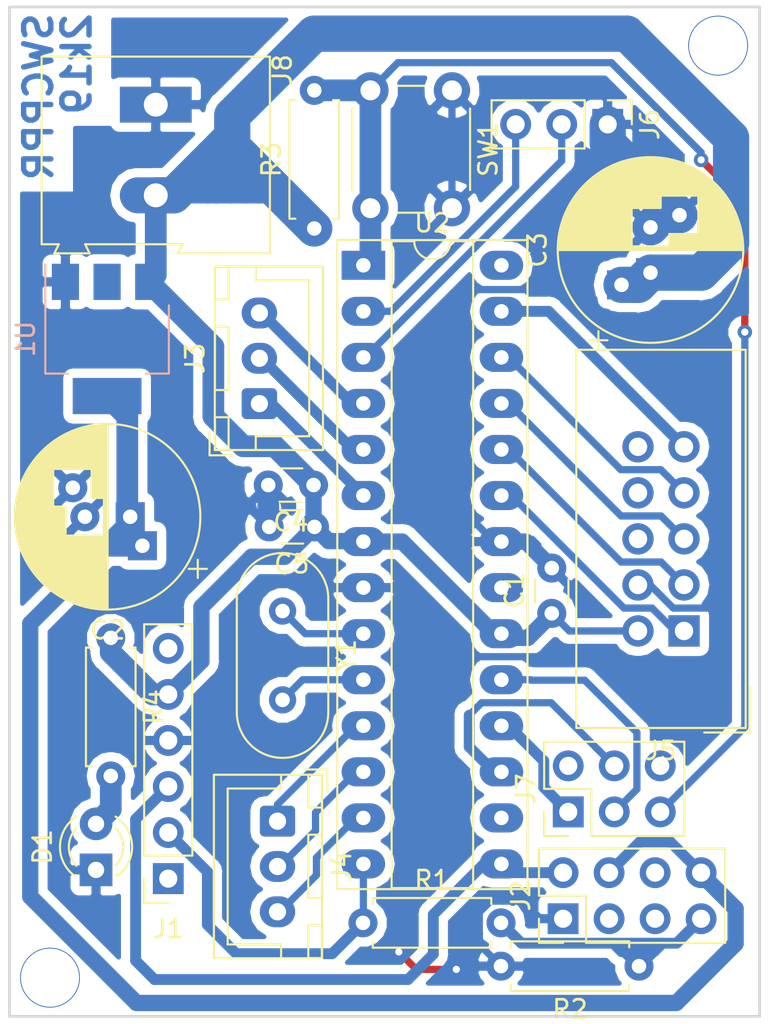
<source format=kicad_pcb>
(kicad_pcb (version 20171130) (host pcbnew "(5.0.2)-1")

  (general
    (thickness 1.6)
    (drawings 7)
    (tracks 274)
    (zones 0)
    (modules 22)
    (nets 40)
  )

  (page A4)
  (layers
    (0 F.Cu signal)
    (31 B.Cu signal)
    (32 B.Adhes user)
    (33 F.Adhes user)
    (34 B.Paste user)
    (35 F.Paste user)
    (36 B.SilkS user)
    (37 F.SilkS user)
    (38 B.Mask user)
    (39 F.Mask user)
    (40 Dwgs.User user)
    (41 Cmts.User user)
    (42 Eco1.User user)
    (43 Eco2.User user)
    (44 Edge.Cuts user)
    (45 Margin user)
    (46 B.CrtYd user)
    (47 F.CrtYd user)
    (48 B.Fab user)
    (49 F.Fab user)
  )

  (setup
    (last_trace_width 0.25)
    (user_trace_width 0.4)
    (user_trace_width 0.6)
    (user_trace_width 0.9)
    (user_trace_width 1.2)
    (user_trace_width 1.6)
    (user_trace_width 2)
    (user_trace_width 2.3)
    (user_trace_width 2.5)
    (trace_clearance 0.2)
    (zone_clearance 0.508)
    (zone_45_only no)
    (trace_min 0.2)
    (segment_width 0.2)
    (edge_width 0.15)
    (via_size 0.8)
    (via_drill 0.4)
    (via_min_size 0.4)
    (via_min_drill 0.3)
    (uvia_size 0.3)
    (uvia_drill 0.1)
    (uvias_allowed no)
    (uvia_min_size 0.2)
    (uvia_min_drill 0.1)
    (pcb_text_width 0.3)
    (pcb_text_size 1.5 1.5)
    (mod_edge_width 0.15)
    (mod_text_size 1 1)
    (mod_text_width 0.15)
    (pad_size 2 1.5)
    (pad_drill 0)
    (pad_to_mask_clearance 0.051)
    (solder_mask_min_width 0.25)
    (aux_axis_origin 0 0)
    (visible_elements 7FFFFFFF)
    (pcbplotparams
      (layerselection 0x00000_fffffffe)
      (usegerberextensions false)
      (usegerberattributes false)
      (usegerberadvancedattributes false)
      (creategerberjobfile false)
      (excludeedgelayer false)
      (linewidth 0.100000)
      (plotframeref false)
      (viasonmask false)
      (mode 1)
      (useauxorigin false)
      (hpglpennumber 1)
      (hpglpenspeed 20)
      (hpglpendiameter 15.000000)
      (psnegative false)
      (psa4output false)
      (plotreference false)
      (plotvalue false)
      (plotinvisibletext false)
      (padsonsilk false)
      (subtractmaskfromsilk false)
      (outputformat 5)
      (mirror false)
      (drillshape 2)
      (scaleselection 1)
      (outputdirectory ""))
  )

  (net 0 "")
  (net 1 +5V)
  (net 2 /~RST)
  (net 3 "Net-(J2-Pad7)")
  (net 4 /RXD)
  (net 5 GND)
  (net 6 +3V3)
  (net 7 /TXD)
  (net 8 /RX_DBG)
  (net 9 "Net-(U2-Pad16)")
  (net 10 /TX_DBG)
  (net 11 /MOSI)
  (net 12 /DIR_A1)
  (net 13 /MISO)
  (net 14 /DIR_A2)
  (net 15 /SCK)
  (net 16 /EN_A)
  (net 17 "Net-(U2-Pad21)")
  (net 18 "Net-(U2-Pad9)")
  (net 19 "Net-(J5-Pad1)")
  (net 20 "Net-(U2-Pad10)")
  (net 21 "Net-(J5-Pad3)")
  (net 22 /EN_B)
  (net 23 "Net-(J5-Pad5)")
  (net 24 /DIR_B2)
  (net 25 "Net-(J5-Pad7)")
  (net 26 /DIR_B1)
  (net 27 "Net-(J5-Pad9)")
  (net 28 "Net-(U2-Pad28)")
  (net 29 /STATE)
  (net 30 /EN)
  (net 31 "Net-(J7-Pad2)")
  (net 32 "Net-(J7-Pad6)")
  (net 33 "Net-(J5-Pad6)")
  (net 34 "Net-(J5-Pad8)")
  (net 35 "Net-(J5-Pad10)")
  (net 36 "Net-(J2-Pad3)")
  (net 37 "Net-(J2-Pad5)")
  (net 38 "Net-(J2-Pad6)")
  (net 39 "Net-(D1-Pad2)")

  (net_class Default "This is the default net class."
    (clearance 0.2)
    (trace_width 0.25)
    (via_dia 0.8)
    (via_drill 0.4)
    (uvia_dia 0.3)
    (uvia_drill 0.1)
    (add_net +3V3)
    (add_net +5V)
    (add_net /DIR_A1)
    (add_net /DIR_A2)
    (add_net /DIR_B1)
    (add_net /DIR_B2)
    (add_net /EN)
    (add_net /EN_A)
    (add_net /EN_B)
    (add_net /MISO)
    (add_net /MOSI)
    (add_net /RXD)
    (add_net /RX_DBG)
    (add_net /SCK)
    (add_net /STATE)
    (add_net /TXD)
    (add_net /TX_DBG)
    (add_net /~RST)
    (add_net GND)
    (add_net "Net-(D1-Pad2)")
    (add_net "Net-(J2-Pad3)")
    (add_net "Net-(J2-Pad5)")
    (add_net "Net-(J2-Pad6)")
    (add_net "Net-(J2-Pad7)")
    (add_net "Net-(J5-Pad1)")
    (add_net "Net-(J5-Pad10)")
    (add_net "Net-(J5-Pad3)")
    (add_net "Net-(J5-Pad5)")
    (add_net "Net-(J5-Pad6)")
    (add_net "Net-(J5-Pad7)")
    (add_net "Net-(J5-Pad8)")
    (add_net "Net-(J5-Pad9)")
    (add_net "Net-(J7-Pad2)")
    (add_net "Net-(J7-Pad6)")
    (add_net "Net-(U2-Pad10)")
    (add_net "Net-(U2-Pad16)")
    (add_net "Net-(U2-Pad21)")
    (add_net "Net-(U2-Pad28)")
    (add_net "Net-(U2-Pad9)")
  )

  (module LED_THT:LED_D3.0mm (layer F.Cu) (tedit 587A3A7B) (tstamp 5CA1C2F1)
    (at 87.8332 118.7196 90)
    (descr "LED, diameter 3.0mm, 2 pins")
    (tags "LED diameter 3.0mm 2 pins")
    (path /5CA22312)
    (fp_text reference D1 (at 1.27 -2.96 90) (layer F.SilkS)
      (effects (font (size 1 1) (thickness 0.15)))
    )
    (fp_text value LED (at 1.27 2.96 90) (layer F.Fab)
      (effects (font (size 1 1) (thickness 0.15)))
    )
    (fp_arc (start 1.27 0) (end -0.23 -1.16619) (angle 284.3) (layer F.Fab) (width 0.1))
    (fp_arc (start 1.27 0) (end -0.29 -1.235516) (angle 108.8) (layer F.SilkS) (width 0.12))
    (fp_arc (start 1.27 0) (end -0.29 1.235516) (angle -108.8) (layer F.SilkS) (width 0.12))
    (fp_arc (start 1.27 0) (end 0.229039 -1.08) (angle 87.9) (layer F.SilkS) (width 0.12))
    (fp_arc (start 1.27 0) (end 0.229039 1.08) (angle -87.9) (layer F.SilkS) (width 0.12))
    (fp_circle (center 1.27 0) (end 2.77 0) (layer F.Fab) (width 0.1))
    (fp_line (start -0.23 -1.16619) (end -0.23 1.16619) (layer F.Fab) (width 0.1))
    (fp_line (start -0.29 -1.236) (end -0.29 -1.08) (layer F.SilkS) (width 0.12))
    (fp_line (start -0.29 1.08) (end -0.29 1.236) (layer F.SilkS) (width 0.12))
    (fp_line (start -1.15 -2.25) (end -1.15 2.25) (layer F.CrtYd) (width 0.05))
    (fp_line (start -1.15 2.25) (end 3.7 2.25) (layer F.CrtYd) (width 0.05))
    (fp_line (start 3.7 2.25) (end 3.7 -2.25) (layer F.CrtYd) (width 0.05))
    (fp_line (start 3.7 -2.25) (end -1.15 -2.25) (layer F.CrtYd) (width 0.05))
    (pad 1 thru_hole rect (at 0 0 90) (size 1.8 1.8) (drill 0.9) (layers *.Cu *.Mask)
      (net 5 GND))
    (pad 2 thru_hole circle (at 2.54 0 90) (size 1.8 1.8) (drill 0.9) (layers *.Cu *.Mask)
      (net 39 "Net-(D1-Pad2)"))
    (model ${KISYS3DMOD}/LED_THT.3dshapes/LED_D3.0mm.wrl
      (at (xyz 0 0 0))
      (scale (xyz 1 1 1))
      (rotate (xyz 0 0 0))
    )
  )

  (module Resistor_THT:R_Axial_DIN0207_L6.3mm_D2.5mm_P7.62mm_Horizontal (layer F.Cu) (tedit 5AE5139B) (tstamp 5CA1C1C2)
    (at 88.646 105.918 270)
    (descr "Resistor, Axial_DIN0207 series, Axial, Horizontal, pin pitch=7.62mm, 0.25W = 1/4W, length*diameter=6.3*2.5mm^2, http://cdn-reichelt.de/documents/datenblatt/B400/1_4W%23YAG.pdf")
    (tags "Resistor Axial_DIN0207 series Axial Horizontal pin pitch 7.62mm 0.25W = 1/4W length 6.3mm diameter 2.5mm")
    (path /5CA222A3)
    (fp_text reference R4 (at 3.81 -2.37 270) (layer F.SilkS)
      (effects (font (size 1 1) (thickness 0.15)))
    )
    (fp_text value 1K (at 3.81 2.37 270) (layer F.Fab)
      (effects (font (size 1 1) (thickness 0.15)))
    )
    (fp_line (start 0.66 -1.25) (end 0.66 1.25) (layer F.Fab) (width 0.1))
    (fp_line (start 0.66 1.25) (end 6.96 1.25) (layer F.Fab) (width 0.1))
    (fp_line (start 6.96 1.25) (end 6.96 -1.25) (layer F.Fab) (width 0.1))
    (fp_line (start 6.96 -1.25) (end 0.66 -1.25) (layer F.Fab) (width 0.1))
    (fp_line (start 0 0) (end 0.66 0) (layer F.Fab) (width 0.1))
    (fp_line (start 7.62 0) (end 6.96 0) (layer F.Fab) (width 0.1))
    (fp_line (start 0.54 -1.04) (end 0.54 -1.37) (layer F.SilkS) (width 0.12))
    (fp_line (start 0.54 -1.37) (end 7.08 -1.37) (layer F.SilkS) (width 0.12))
    (fp_line (start 7.08 -1.37) (end 7.08 -1.04) (layer F.SilkS) (width 0.12))
    (fp_line (start 0.54 1.04) (end 0.54 1.37) (layer F.SilkS) (width 0.12))
    (fp_line (start 0.54 1.37) (end 7.08 1.37) (layer F.SilkS) (width 0.12))
    (fp_line (start 7.08 1.37) (end 7.08 1.04) (layer F.SilkS) (width 0.12))
    (fp_line (start -1.05 -1.5) (end -1.05 1.5) (layer F.CrtYd) (width 0.05))
    (fp_line (start -1.05 1.5) (end 8.67 1.5) (layer F.CrtYd) (width 0.05))
    (fp_line (start 8.67 1.5) (end 8.67 -1.5) (layer F.CrtYd) (width 0.05))
    (fp_line (start 8.67 -1.5) (end -1.05 -1.5) (layer F.CrtYd) (width 0.05))
    (fp_text user %R (at 3.81 0 270) (layer F.Fab)
      (effects (font (size 1 1) (thickness 0.15)))
    )
    (pad 1 thru_hole circle (at 0 0 270) (size 1.6 1.6) (drill 0.8) (layers *.Cu *.Mask)
      (net 1 +5V))
    (pad 2 thru_hole oval (at 7.62 0 270) (size 1.6 1.6) (drill 0.8) (layers *.Cu *.Mask)
      (net 39 "Net-(D1-Pad2)"))
    (model ${KISYS3DMOD}/Resistor_THT.3dshapes/R_Axial_DIN0207_L6.3mm_D2.5mm_P7.62mm_Horizontal.wrl
      (at (xyz 0 0 0))
      (scale (xyz 1 1 1))
      (rotate (xyz 0 0 0))
    )
  )

  (module Connector_PinHeader_2.54mm:PinHeader_1x03_P2.54mm_Vertical (layer F.Cu) (tedit 59FED5CC) (tstamp 5CA36AE1)
    (at 116.078 77.597 270)
    (descr "Through hole straight pin header, 1x03, 2.54mm pitch, single row")
    (tags "Through hole pin header THT 1x03 2.54mm single row")
    (path /5CA23B5A)
    (fp_text reference J6 (at 0 -2.33 270) (layer F.SilkS)
      (effects (font (size 1 1) (thickness 0.15)))
    )
    (fp_text value Serial_Conn (at 0 7.41 270) (layer F.Fab)
      (effects (font (size 1 1) (thickness 0.15)))
    )
    (fp_line (start -0.635 -1.27) (end 1.27 -1.27) (layer F.Fab) (width 0.1))
    (fp_line (start 1.27 -1.27) (end 1.27 6.35) (layer F.Fab) (width 0.1))
    (fp_line (start 1.27 6.35) (end -1.27 6.35) (layer F.Fab) (width 0.1))
    (fp_line (start -1.27 6.35) (end -1.27 -0.635) (layer F.Fab) (width 0.1))
    (fp_line (start -1.27 -0.635) (end -0.635 -1.27) (layer F.Fab) (width 0.1))
    (fp_line (start -1.33 6.41) (end 1.33 6.41) (layer F.SilkS) (width 0.12))
    (fp_line (start -1.33 1.27) (end -1.33 6.41) (layer F.SilkS) (width 0.12))
    (fp_line (start 1.33 1.27) (end 1.33 6.41) (layer F.SilkS) (width 0.12))
    (fp_line (start -1.33 1.27) (end 1.33 1.27) (layer F.SilkS) (width 0.12))
    (fp_line (start -1.33 0) (end -1.33 -1.33) (layer F.SilkS) (width 0.12))
    (fp_line (start -1.33 -1.33) (end 0 -1.33) (layer F.SilkS) (width 0.12))
    (fp_line (start -1.8 -1.8) (end -1.8 6.85) (layer F.CrtYd) (width 0.05))
    (fp_line (start -1.8 6.85) (end 1.8 6.85) (layer F.CrtYd) (width 0.05))
    (fp_line (start 1.8 6.85) (end 1.8 -1.8) (layer F.CrtYd) (width 0.05))
    (fp_line (start 1.8 -1.8) (end -1.8 -1.8) (layer F.CrtYd) (width 0.05))
    (fp_text user %R (at 0 2.54) (layer F.Fab)
      (effects (font (size 1 1) (thickness 0.15)))
    )
    (pad 1 thru_hole rect (at 0 0 270) (size 1.7 1.7) (drill 1) (layers *.Cu *.Mask)
      (net 5 GND))
    (pad 2 thru_hole oval (at 0 2.54 270) (size 1.7 1.7) (drill 1) (layers *.Cu *.Mask)
      (net 10 /TX_DBG))
    (pad 3 thru_hole oval (at 0 5.08 270) (size 1.7 1.7) (drill 1) (layers *.Cu *.Mask)
      (net 8 /RX_DBG))
    (model ${KISYS3DMOD}/Connector_PinHeader_2.54mm.3dshapes/PinHeader_1x03_P2.54mm_Vertical.wrl
      (at (xyz 0 0 0))
      (scale (xyz 1 1 1))
      (rotate (xyz 0 0 0))
    )
  )

  (module Connector_PinHeader_2.54mm:PinHeader_2x04_P2.54mm_Vertical (layer F.Cu) (tedit 59FED5CC) (tstamp 5CA1F2F5)
    (at 113.6142 121.412 90)
    (descr "Through hole straight pin header, 2x04, 2.54mm pitch, double rows")
    (tags "Through hole pin header THT 2x04 2.54mm double row")
    (path /5CA0F0FD)
    (fp_text reference J2 (at 1.27 -2.33 90) (layer F.SilkS)
      (effects (font (size 1 1) (thickness 0.15)))
    )
    (fp_text value "ESP01 Module" (at 1.27 9.95 90) (layer F.Fab)
      (effects (font (size 1 1) (thickness 0.15)))
    )
    (fp_line (start 0 -1.27) (end 3.81 -1.27) (layer F.Fab) (width 0.1))
    (fp_line (start 3.81 -1.27) (end 3.81 8.89) (layer F.Fab) (width 0.1))
    (fp_line (start 3.81 8.89) (end -1.27 8.89) (layer F.Fab) (width 0.1))
    (fp_line (start -1.27 8.89) (end -1.27 0) (layer F.Fab) (width 0.1))
    (fp_line (start -1.27 0) (end 0 -1.27) (layer F.Fab) (width 0.1))
    (fp_line (start -1.33 8.95) (end 3.87 8.95) (layer F.SilkS) (width 0.12))
    (fp_line (start -1.33 1.27) (end -1.33 8.95) (layer F.SilkS) (width 0.12))
    (fp_line (start 3.87 -1.33) (end 3.87 8.95) (layer F.SilkS) (width 0.12))
    (fp_line (start -1.33 1.27) (end 1.27 1.27) (layer F.SilkS) (width 0.12))
    (fp_line (start 1.27 1.27) (end 1.27 -1.33) (layer F.SilkS) (width 0.12))
    (fp_line (start 1.27 -1.33) (end 3.87 -1.33) (layer F.SilkS) (width 0.12))
    (fp_line (start -1.33 0) (end -1.33 -1.33) (layer F.SilkS) (width 0.12))
    (fp_line (start -1.33 -1.33) (end 0 -1.33) (layer F.SilkS) (width 0.12))
    (fp_line (start -1.8 -1.8) (end -1.8 9.4) (layer F.CrtYd) (width 0.05))
    (fp_line (start -1.8 9.4) (end 4.35 9.4) (layer F.CrtYd) (width 0.05))
    (fp_line (start 4.35 9.4) (end 4.35 -1.8) (layer F.CrtYd) (width 0.05))
    (fp_line (start 4.35 -1.8) (end -1.8 -1.8) (layer F.CrtYd) (width 0.05))
    (fp_text user %R (at 1.27 3.81 180) (layer F.Fab)
      (effects (font (size 1 1) (thickness 0.15)))
    )
    (pad 1 thru_hole rect (at 0 0 90) (size 1.7 1.7) (drill 1) (layers *.Cu *.Mask)
      (net 5 GND))
    (pad 2 thru_hole oval (at 2.54 0 90) (size 1.7 1.7) (drill 1) (layers *.Cu *.Mask)
      (net 7 /TXD))
    (pad 3 thru_hole oval (at 0 2.54 90) (size 1.7 1.7) (drill 1) (layers *.Cu *.Mask)
      (net 36 "Net-(J2-Pad3)"))
    (pad 4 thru_hole oval (at 2.54 2.54 90) (size 1.7 1.7) (drill 1) (layers *.Cu *.Mask)
      (net 6 +3V3))
    (pad 5 thru_hole oval (at 0 5.08 90) (size 1.7 1.7) (drill 1) (layers *.Cu *.Mask)
      (net 37 "Net-(J2-Pad5)"))
    (pad 6 thru_hole oval (at 2.54 5.08 90) (size 1.7 1.7) (drill 1) (layers *.Cu *.Mask)
      (net 38 "Net-(J2-Pad6)"))
    (pad 7 thru_hole oval (at 0 7.62 90) (size 1.7 1.7) (drill 1) (layers *.Cu *.Mask)
      (net 3 "Net-(J2-Pad7)"))
    (pad 8 thru_hole oval (at 2.54 7.62 90) (size 1.7 1.7) (drill 1) (layers *.Cu *.Mask)
      (net 6 +3V3))
    (model ${KISYS3DMOD}/Connector_PinHeader_2.54mm.3dshapes/PinHeader_2x04_P2.54mm_Vertical.wrl
      (at (xyz 0 0 0))
      (scale (xyz 1 1 1))
      (rotate (xyz 0 0 0))
    )
  )

  (module Crystal:Crystal_HC18-U_Vertical (layer F.Cu) (tedit 5A1AD3B7) (tstamp 5CA1F345)
    (at 98.13 104.44 270)
    (descr "Crystal THT HC-18/U, http://5hertz.com/pdfs/04404_D.pdf")
    (tags "THT crystalHC-18/U")
    (path /5CA099F3)
    (fp_text reference Y1 (at 2.45 -3.525 270) (layer F.SilkS)
      (effects (font (size 1 1) (thickness 0.15)))
    )
    (fp_text value Crystal (at 2.45 3.525 270) (layer F.Fab)
      (effects (font (size 1 1) (thickness 0.15)))
    )
    (fp_text user %R (at 2.45 0 270) (layer F.Fab)
      (effects (font (size 1 1) (thickness 0.15)))
    )
    (fp_line (start -0.675 -2.325) (end 5.575 -2.325) (layer F.Fab) (width 0.1))
    (fp_line (start -0.675 2.325) (end 5.575 2.325) (layer F.Fab) (width 0.1))
    (fp_line (start -0.55 -2) (end 5.45 -2) (layer F.Fab) (width 0.1))
    (fp_line (start -0.55 2) (end 5.45 2) (layer F.Fab) (width 0.1))
    (fp_line (start -0.675 -2.525) (end 5.575 -2.525) (layer F.SilkS) (width 0.12))
    (fp_line (start -0.675 2.525) (end 5.575 2.525) (layer F.SilkS) (width 0.12))
    (fp_line (start -3.5 -2.8) (end -3.5 2.8) (layer F.CrtYd) (width 0.05))
    (fp_line (start -3.5 2.8) (end 8.4 2.8) (layer F.CrtYd) (width 0.05))
    (fp_line (start 8.4 2.8) (end 8.4 -2.8) (layer F.CrtYd) (width 0.05))
    (fp_line (start 8.4 -2.8) (end -3.5 -2.8) (layer F.CrtYd) (width 0.05))
    (fp_arc (start -0.675 0) (end -0.675 -2.325) (angle -180) (layer F.Fab) (width 0.1))
    (fp_arc (start 5.575 0) (end 5.575 -2.325) (angle 180) (layer F.Fab) (width 0.1))
    (fp_arc (start -0.55 0) (end -0.55 -2) (angle -180) (layer F.Fab) (width 0.1))
    (fp_arc (start 5.45 0) (end 5.45 -2) (angle 180) (layer F.Fab) (width 0.1))
    (fp_arc (start -0.675 0) (end -0.675 -2.525) (angle -180) (layer F.SilkS) (width 0.12))
    (fp_arc (start 5.575 0) (end 5.575 -2.525) (angle 180) (layer F.SilkS) (width 0.12))
    (pad 1 thru_hole circle (at 0 0 270) (size 1.5 1.5) (drill 0.8) (layers *.Cu *.Mask)
      (net 18 "Net-(U2-Pad9)"))
    (pad 2 thru_hole circle (at 4.9 0 270) (size 1.5 1.5) (drill 0.8) (layers *.Cu *.Mask)
      (net 20 "Net-(U2-Pad10)"))
    (model ${KISYS3DMOD}/Crystal.3dshapes/Crystal_HC18-U_Vertical.wrl
      (at (xyz 0 0 0))
      (scale (xyz 1 1 1))
      (rotate (xyz 0 0 0))
    )
  )

  (module Package_DIP:DIP-28_W7.62mm_Socket_LongPads (layer F.Cu) (tedit 5A02E8C5) (tstamp 5CA1EB09)
    (at 102.59 85.37)
    (descr "28-lead though-hole mounted DIP package, row spacing 7.62 mm (300 mils), Socket, LongPads")
    (tags "THT DIP DIL PDIP 2.54mm 7.62mm 300mil Socket LongPads")
    (path /5CA08F7A)
    (fp_text reference U2 (at 3.81 -2.33) (layer F.SilkS)
      (effects (font (size 1 1) (thickness 0.15)))
    )
    (fp_text value ATmega328-PU (at 3.81 35.35) (layer F.Fab)
      (effects (font (size 1 1) (thickness 0.15)))
    )
    (fp_arc (start 3.81 -1.33) (end 2.81 -1.33) (angle -180) (layer F.SilkS) (width 0.12))
    (fp_line (start 1.635 -1.27) (end 6.985 -1.27) (layer F.Fab) (width 0.1))
    (fp_line (start 6.985 -1.27) (end 6.985 34.29) (layer F.Fab) (width 0.1))
    (fp_line (start 6.985 34.29) (end 0.635 34.29) (layer F.Fab) (width 0.1))
    (fp_line (start 0.635 34.29) (end 0.635 -0.27) (layer F.Fab) (width 0.1))
    (fp_line (start 0.635 -0.27) (end 1.635 -1.27) (layer F.Fab) (width 0.1))
    (fp_line (start -1.27 -1.33) (end -1.27 34.35) (layer F.Fab) (width 0.1))
    (fp_line (start -1.27 34.35) (end 8.89 34.35) (layer F.Fab) (width 0.1))
    (fp_line (start 8.89 34.35) (end 8.89 -1.33) (layer F.Fab) (width 0.1))
    (fp_line (start 8.89 -1.33) (end -1.27 -1.33) (layer F.Fab) (width 0.1))
    (fp_line (start 2.81 -1.33) (end 1.56 -1.33) (layer F.SilkS) (width 0.12))
    (fp_line (start 1.56 -1.33) (end 1.56 34.35) (layer F.SilkS) (width 0.12))
    (fp_line (start 1.56 34.35) (end 6.06 34.35) (layer F.SilkS) (width 0.12))
    (fp_line (start 6.06 34.35) (end 6.06 -1.33) (layer F.SilkS) (width 0.12))
    (fp_line (start 6.06 -1.33) (end 4.81 -1.33) (layer F.SilkS) (width 0.12))
    (fp_line (start -1.44 -1.39) (end -1.44 34.41) (layer F.SilkS) (width 0.12))
    (fp_line (start -1.44 34.41) (end 9.06 34.41) (layer F.SilkS) (width 0.12))
    (fp_line (start 9.06 34.41) (end 9.06 -1.39) (layer F.SilkS) (width 0.12))
    (fp_line (start 9.06 -1.39) (end -1.44 -1.39) (layer F.SilkS) (width 0.12))
    (fp_line (start -1.55 -1.6) (end -1.55 34.65) (layer F.CrtYd) (width 0.05))
    (fp_line (start -1.55 34.65) (end 9.15 34.65) (layer F.CrtYd) (width 0.05))
    (fp_line (start 9.15 34.65) (end 9.15 -1.6) (layer F.CrtYd) (width 0.05))
    (fp_line (start 9.15 -1.6) (end -1.55 -1.6) (layer F.CrtYd) (width 0.05))
    (fp_text user %R (at 3.81 16.51) (layer F.Fab)
      (effects (font (size 1 1) (thickness 0.15)))
    )
    (pad 1 thru_hole rect (at 0 0) (size 2.4 1.6) (drill 0.8) (layers *.Cu *.Mask)
      (net 2 /~RST))
    (pad 15 thru_hole oval (at 7.62 33.02) (size 2.4 1.6) (drill 0.8) (layers *.Cu *.Mask)
      (net 7 /TXD))
    (pad 2 thru_hole oval (at 0 2.54) (size 2.4 1.6) (drill 0.8) (layers *.Cu *.Mask)
      (net 8 /RX_DBG))
    (pad 16 thru_hole oval (at 7.62 30.48) (size 2.4 1.6) (drill 0.8) (layers *.Cu *.Mask)
      (net 9 "Net-(U2-Pad16)"))
    (pad 3 thru_hole oval (at 0 5.08) (size 2.4 1.6) (drill 0.8) (layers *.Cu *.Mask)
      (net 10 /TX_DBG))
    (pad 17 thru_hole oval (at 7.62 27.94) (size 2.4 1.6) (drill 0.8) (layers *.Cu *.Mask)
      (net 11 /MOSI))
    (pad 4 thru_hole oval (at 0 7.62) (size 2.4 1.6) (drill 0.8) (layers *.Cu *.Mask)
      (net 12 /DIR_A1))
    (pad 18 thru_hole oval (at 7.62 25.4) (size 2.4 1.6) (drill 0.8) (layers *.Cu *.Mask)
      (net 13 /MISO))
    (pad 5 thru_hole oval (at 0 10.16) (size 2.4 1.6) (drill 0.8) (layers *.Cu *.Mask)
      (net 14 /DIR_A2))
    (pad 19 thru_hole oval (at 7.62 22.86) (size 2.4 1.6) (drill 0.8) (layers *.Cu *.Mask)
      (net 15 /SCK))
    (pad 6 thru_hole oval (at 0 12.7) (size 2.4 1.6) (drill 0.8) (layers *.Cu *.Mask)
      (net 16 /EN_A))
    (pad 20 thru_hole oval (at 7.62 20.32) (size 2.4 1.6) (drill 0.8) (layers *.Cu *.Mask)
      (net 1 +5V))
    (pad 7 thru_hole oval (at 0 15.24) (size 2.4 1.6) (drill 0.8) (layers *.Cu *.Mask)
      (net 1 +5V))
    (pad 21 thru_hole oval (at 7.62 17.78) (size 2.4 1.6) (drill 0.8) (layers *.Cu *.Mask)
      (net 17 "Net-(U2-Pad21)"))
    (pad 8 thru_hole oval (at 0 17.78) (size 2.4 1.6) (drill 0.8) (layers *.Cu *.Mask)
      (net 5 GND))
    (pad 22 thru_hole oval (at 7.62 15.24) (size 2.4 1.6) (drill 0.8) (layers *.Cu *.Mask)
      (net 5 GND))
    (pad 9 thru_hole oval (at 0 20.32) (size 2.4 1.6) (drill 0.8) (layers *.Cu *.Mask)
      (net 18 "Net-(U2-Pad9)"))
    (pad 23 thru_hole oval (at 7.62 12.7) (size 2.4 1.6) (drill 0.8) (layers *.Cu *.Mask)
      (net 19 "Net-(J5-Pad1)"))
    (pad 10 thru_hole oval (at 0 22.86) (size 2.4 1.6) (drill 0.8) (layers *.Cu *.Mask)
      (net 20 "Net-(U2-Pad10)"))
    (pad 24 thru_hole oval (at 7.62 10.16) (size 2.4 1.6) (drill 0.8) (layers *.Cu *.Mask)
      (net 21 "Net-(J5-Pad3)"))
    (pad 11 thru_hole oval (at 0 25.4) (size 2.4 1.6) (drill 0.8) (layers *.Cu *.Mask)
      (net 22 /EN_B))
    (pad 25 thru_hole oval (at 7.62 7.62) (size 2.4 1.6) (drill 0.8) (layers *.Cu *.Mask)
      (net 23 "Net-(J5-Pad5)"))
    (pad 12 thru_hole oval (at 0 27.94) (size 2.4 1.6) (drill 0.8) (layers *.Cu *.Mask)
      (net 24 /DIR_B2))
    (pad 26 thru_hole oval (at 7.62 5.08) (size 2.4 1.6) (drill 0.8) (layers *.Cu *.Mask)
      (net 25 "Net-(J5-Pad7)"))
    (pad 13 thru_hole oval (at 0 30.48) (size 2.4 1.6) (drill 0.8) (layers *.Cu *.Mask)
      (net 26 /DIR_B1))
    (pad 27 thru_hole oval (at 7.62 2.54) (size 2.4 1.6) (drill 0.8) (layers *.Cu *.Mask)
      (net 27 "Net-(J5-Pad9)"))
    (pad 14 thru_hole oval (at 0 33.02) (size 2.4 1.6) (drill 0.8) (layers *.Cu *.Mask)
      (net 4 /RXD))
    (pad 28 thru_hole oval (at 7.62 0) (size 2.4 1.6) (drill 0.8) (layers *.Cu *.Mask)
      (net 28 "Net-(U2-Pad28)"))
    (model ${KISYS3DMOD}/Package_DIP.3dshapes/DIP-28_W7.62mm_Socket.wrl
      (at (xyz 0 0 0))
      (scale (xyz 1 1 1))
      (rotate (xyz 0 0 0))
    )
  )

  (module TerminalBlock:TerminalBlock_Altech_AK300-2_P5.00mm (layer F.Cu) (tedit 59FF0306) (tstamp 5CA1F20C)
    (at 91.13 76.51 270)
    (descr "Altech AK300 terminal block, pitch 5.0mm, 45 degree angled, see http://www.mouser.com/ds/2/16/PCBMETRC-24178.pdf")
    (tags "Altech AK300 terminal block pitch 5.0mm")
    (path /5CA1D6B4)
    (fp_text reference J8 (at -1.92 -6.99 270) (layer F.SilkS)
      (effects (font (size 1 1) (thickness 0.15)))
    )
    (fp_text value Screw_Terminal_01x02 (at 2.78 7.75 270) (layer F.Fab)
      (effects (font (size 1 1) (thickness 0.15)))
    )
    (fp_text user %R (at 2.5 -2 270) (layer F.Fab)
      (effects (font (size 1 1) (thickness 0.15)))
    )
    (fp_line (start -2.65 -6.3) (end -2.65 6.3) (layer F.SilkS) (width 0.12))
    (fp_line (start -2.65 6.3) (end 7.7 6.3) (layer F.SilkS) (width 0.12))
    (fp_line (start 7.7 6.3) (end 7.7 5.35) (layer F.SilkS) (width 0.12))
    (fp_line (start 7.7 5.35) (end 8.2 5.6) (layer F.SilkS) (width 0.12))
    (fp_line (start 8.2 5.6) (end 8.2 3.7) (layer F.SilkS) (width 0.12))
    (fp_line (start 8.2 3.7) (end 8.2 3.65) (layer F.SilkS) (width 0.12))
    (fp_line (start 8.2 3.65) (end 7.7 3.9) (layer F.SilkS) (width 0.12))
    (fp_line (start 7.7 3.9) (end 7.7 -1.5) (layer F.SilkS) (width 0.12))
    (fp_line (start 7.7 -1.5) (end 8.2 -1.2) (layer F.SilkS) (width 0.12))
    (fp_line (start 8.2 -1.2) (end 8.2 -6.3) (layer F.SilkS) (width 0.12))
    (fp_line (start 8.2 -6.3) (end -2.65 -6.3) (layer F.SilkS) (width 0.12))
    (fp_line (start -1.26 2.54) (end 1.28 2.54) (layer F.Fab) (width 0.1))
    (fp_line (start 1.28 2.54) (end 1.28 -0.25) (layer F.Fab) (width 0.1))
    (fp_line (start -1.26 -0.25) (end 1.28 -0.25) (layer F.Fab) (width 0.1))
    (fp_line (start -1.26 2.54) (end -1.26 -0.25) (layer F.Fab) (width 0.1))
    (fp_line (start 3.74 2.54) (end 6.28 2.54) (layer F.Fab) (width 0.1))
    (fp_line (start 6.28 2.54) (end 6.28 -0.25) (layer F.Fab) (width 0.1))
    (fp_line (start 3.74 -0.25) (end 6.28 -0.25) (layer F.Fab) (width 0.1))
    (fp_line (start 3.74 2.54) (end 3.74 -0.25) (layer F.Fab) (width 0.1))
    (fp_line (start 7.61 -6.22) (end 7.61 -3.17) (layer F.Fab) (width 0.1))
    (fp_line (start 7.61 -6.22) (end -2.58 -6.22) (layer F.Fab) (width 0.1))
    (fp_line (start 7.61 -6.22) (end 8.11 -6.22) (layer F.Fab) (width 0.1))
    (fp_line (start 8.11 -6.22) (end 8.11 -1.4) (layer F.Fab) (width 0.1))
    (fp_line (start 8.11 -1.4) (end 7.61 -1.65) (layer F.Fab) (width 0.1))
    (fp_line (start 8.11 5.46) (end 7.61 5.21) (layer F.Fab) (width 0.1))
    (fp_line (start 7.61 5.21) (end 7.61 6.22) (layer F.Fab) (width 0.1))
    (fp_line (start 8.11 3.81) (end 7.61 4.06) (layer F.Fab) (width 0.1))
    (fp_line (start 7.61 4.06) (end 7.61 5.21) (layer F.Fab) (width 0.1))
    (fp_line (start 8.11 3.81) (end 8.11 5.46) (layer F.Fab) (width 0.1))
    (fp_line (start 2.98 6.22) (end 2.98 4.32) (layer F.Fab) (width 0.1))
    (fp_line (start 7.05 -0.25) (end 7.05 4.32) (layer F.Fab) (width 0.1))
    (fp_line (start 2.98 6.22) (end 7.05 6.22) (layer F.Fab) (width 0.1))
    (fp_line (start 7.05 6.22) (end 7.61 6.22) (layer F.Fab) (width 0.1))
    (fp_line (start 2.04 6.22) (end 2.04 4.32) (layer F.Fab) (width 0.1))
    (fp_line (start 2.04 6.22) (end 2.98 6.22) (layer F.Fab) (width 0.1))
    (fp_line (start -2.02 -0.25) (end -2.02 4.32) (layer F.Fab) (width 0.1))
    (fp_line (start -2.58 6.22) (end -2.02 6.22) (layer F.Fab) (width 0.1))
    (fp_line (start -2.02 6.22) (end 2.04 6.22) (layer F.Fab) (width 0.1))
    (fp_line (start 2.98 4.32) (end 7.05 4.32) (layer F.Fab) (width 0.1))
    (fp_line (start 2.98 4.32) (end 2.98 -0.25) (layer F.Fab) (width 0.1))
    (fp_line (start 7.05 4.32) (end 7.05 6.22) (layer F.Fab) (width 0.1))
    (fp_line (start 2.04 4.32) (end -2.02 4.32) (layer F.Fab) (width 0.1))
    (fp_line (start 2.04 4.32) (end 2.04 -0.25) (layer F.Fab) (width 0.1))
    (fp_line (start -2.02 4.32) (end -2.02 6.22) (layer F.Fab) (width 0.1))
    (fp_line (start 6.67 3.68) (end 6.67 0.51) (layer F.Fab) (width 0.1))
    (fp_line (start 6.67 3.68) (end 3.36 3.68) (layer F.Fab) (width 0.1))
    (fp_line (start 3.36 3.68) (end 3.36 0.51) (layer F.Fab) (width 0.1))
    (fp_line (start 1.66 3.68) (end 1.66 0.51) (layer F.Fab) (width 0.1))
    (fp_line (start 1.66 3.68) (end -1.64 3.68) (layer F.Fab) (width 0.1))
    (fp_line (start -1.64 3.68) (end -1.64 0.51) (layer F.Fab) (width 0.1))
    (fp_line (start -1.64 0.51) (end -1.26 0.51) (layer F.Fab) (width 0.1))
    (fp_line (start 1.66 0.51) (end 1.28 0.51) (layer F.Fab) (width 0.1))
    (fp_line (start 3.36 0.51) (end 3.74 0.51) (layer F.Fab) (width 0.1))
    (fp_line (start 6.67 0.51) (end 6.28 0.51) (layer F.Fab) (width 0.1))
    (fp_line (start -2.58 6.22) (end -2.58 -0.64) (layer F.Fab) (width 0.1))
    (fp_line (start -2.58 -0.64) (end -2.58 -3.17) (layer F.Fab) (width 0.1))
    (fp_line (start 7.61 -1.65) (end 7.61 -0.64) (layer F.Fab) (width 0.1))
    (fp_line (start 7.61 -0.64) (end 7.61 4.06) (layer F.Fab) (width 0.1))
    (fp_line (start -2.58 -3.17) (end 7.61 -3.17) (layer F.Fab) (width 0.1))
    (fp_line (start -2.58 -3.17) (end -2.58 -6.22) (layer F.Fab) (width 0.1))
    (fp_line (start 7.61 -3.17) (end 7.61 -1.65) (layer F.Fab) (width 0.1))
    (fp_line (start 2.98 -3.43) (end 2.98 -5.97) (layer F.Fab) (width 0.1))
    (fp_line (start 2.98 -5.97) (end 7.05 -5.97) (layer F.Fab) (width 0.1))
    (fp_line (start 7.05 -5.97) (end 7.05 -3.43) (layer F.Fab) (width 0.1))
    (fp_line (start 7.05 -3.43) (end 2.98 -3.43) (layer F.Fab) (width 0.1))
    (fp_line (start 2.04 -3.43) (end 2.04 -5.97) (layer F.Fab) (width 0.1))
    (fp_line (start 2.04 -3.43) (end -2.02 -3.43) (layer F.Fab) (width 0.1))
    (fp_line (start -2.02 -3.43) (end -2.02 -5.97) (layer F.Fab) (width 0.1))
    (fp_line (start 2.04 -5.97) (end -2.02 -5.97) (layer F.Fab) (width 0.1))
    (fp_line (start 3.39 -4.45) (end 6.44 -5.08) (layer F.Fab) (width 0.1))
    (fp_line (start 3.52 -4.32) (end 6.56 -4.95) (layer F.Fab) (width 0.1))
    (fp_line (start -1.62 -4.45) (end 1.44 -5.08) (layer F.Fab) (width 0.1))
    (fp_line (start -1.49 -4.32) (end 1.56 -4.95) (layer F.Fab) (width 0.1))
    (fp_line (start -2.02 -0.25) (end -1.64 -0.25) (layer F.Fab) (width 0.1))
    (fp_line (start 2.04 -0.25) (end 1.66 -0.25) (layer F.Fab) (width 0.1))
    (fp_line (start 1.66 -0.25) (end -1.64 -0.25) (layer F.Fab) (width 0.1))
    (fp_line (start -2.58 -0.64) (end -1.64 -0.64) (layer F.Fab) (width 0.1))
    (fp_line (start -1.64 -0.64) (end 1.66 -0.64) (layer F.Fab) (width 0.1))
    (fp_line (start 1.66 -0.64) (end 3.36 -0.64) (layer F.Fab) (width 0.1))
    (fp_line (start 7.61 -0.64) (end 6.67 -0.64) (layer F.Fab) (width 0.1))
    (fp_line (start 6.67 -0.64) (end 3.36 -0.64) (layer F.Fab) (width 0.1))
    (fp_line (start 7.05 -0.25) (end 6.67 -0.25) (layer F.Fab) (width 0.1))
    (fp_line (start 2.98 -0.25) (end 3.36 -0.25) (layer F.Fab) (width 0.1))
    (fp_line (start 3.36 -0.25) (end 6.67 -0.25) (layer F.Fab) (width 0.1))
    (fp_line (start -2.83 -6.47) (end 8.36 -6.47) (layer F.CrtYd) (width 0.05))
    (fp_line (start -2.83 -6.47) (end -2.83 6.47) (layer F.CrtYd) (width 0.05))
    (fp_line (start 8.36 6.47) (end 8.36 -6.47) (layer F.CrtYd) (width 0.05))
    (fp_line (start 8.36 6.47) (end -2.83 6.47) (layer F.CrtYd) (width 0.05))
    (fp_arc (start 6.03 -4.59) (end 6.54 -5.05) (angle 90.5) (layer F.Fab) (width 0.1))
    (fp_arc (start 5.07 -6.07) (end 6.53 -4.12) (angle 75.5) (layer F.Fab) (width 0.1))
    (fp_arc (start 4.99 -3.71) (end 3.39 -5) (angle 100) (layer F.Fab) (width 0.1))
    (fp_arc (start 3.87 -4.65) (end 3.58 -4.13) (angle 104.2) (layer F.Fab) (width 0.1))
    (fp_arc (start 1.03 -4.59) (end 1.53 -5.05) (angle 90.5) (layer F.Fab) (width 0.1))
    (fp_arc (start 0.06 -6.07) (end 1.53 -4.12) (angle 75.5) (layer F.Fab) (width 0.1))
    (fp_arc (start -0.01 -3.71) (end -1.62 -5) (angle 100) (layer F.Fab) (width 0.1))
    (fp_arc (start -1.13 -4.65) (end -1.42 -4.13) (angle 104.2) (layer F.Fab) (width 0.1))
    (pad 1 thru_hole rect (at 0 0 270) (size 1.98 3.96) (drill 1.32) (layers *.Cu *.Mask)
      (net 5 GND))
    (pad 2 thru_hole oval (at 5 0 270) (size 1.98 3.96) (drill 1.32) (layers *.Cu *.Mask)
      (net 1 +5V))
    (model ${KISYS3DMOD}/TerminalBlock.3dshapes/TerminalBlock_Altech_AK300-2_P5.00mm.wrl
      (at (xyz 0 0 0))
      (scale (xyz 1 1 1))
      (rotate (xyz 0 0 0))
    )
  )

  (module Button_Switch_THT:SW_PUSH_6mm (layer F.Cu) (tedit 5A02FE31) (tstamp 5CBB9548)
    (at 107.48 75.72 270)
    (descr https://www.omron.com/ecb/products/pdf/en-b3f.pdf)
    (tags "tact sw push 6mm")
    (path /5CA0924C)
    (fp_text reference SW1 (at 3.25 -2 270) (layer F.SilkS)
      (effects (font (size 1 1) (thickness 0.15)))
    )
    (fp_text value SW_Push (at 3.75 6.7 270) (layer F.Fab)
      (effects (font (size 1 1) (thickness 0.15)))
    )
    (fp_text user %R (at 3.25 2.25 270) (layer F.Fab)
      (effects (font (size 1 1) (thickness 0.15)))
    )
    (fp_line (start 3.25 -0.75) (end 6.25 -0.75) (layer F.Fab) (width 0.1))
    (fp_line (start 6.25 -0.75) (end 6.25 5.25) (layer F.Fab) (width 0.1))
    (fp_line (start 6.25 5.25) (end 0.25 5.25) (layer F.Fab) (width 0.1))
    (fp_line (start 0.25 5.25) (end 0.25 -0.75) (layer F.Fab) (width 0.1))
    (fp_line (start 0.25 -0.75) (end 3.25 -0.75) (layer F.Fab) (width 0.1))
    (fp_line (start 7.75 6) (end 8 6) (layer F.CrtYd) (width 0.05))
    (fp_line (start 8 6) (end 8 5.75) (layer F.CrtYd) (width 0.05))
    (fp_line (start 7.75 -1.5) (end 8 -1.5) (layer F.CrtYd) (width 0.05))
    (fp_line (start 8 -1.5) (end 8 -1.25) (layer F.CrtYd) (width 0.05))
    (fp_line (start -1.5 -1.25) (end -1.5 -1.5) (layer F.CrtYd) (width 0.05))
    (fp_line (start -1.5 -1.5) (end -1.25 -1.5) (layer F.CrtYd) (width 0.05))
    (fp_line (start -1.5 5.75) (end -1.5 6) (layer F.CrtYd) (width 0.05))
    (fp_line (start -1.5 6) (end -1.25 6) (layer F.CrtYd) (width 0.05))
    (fp_line (start -1.25 -1.5) (end 7.75 -1.5) (layer F.CrtYd) (width 0.05))
    (fp_line (start -1.5 5.75) (end -1.5 -1.25) (layer F.CrtYd) (width 0.05))
    (fp_line (start 7.75 6) (end -1.25 6) (layer F.CrtYd) (width 0.05))
    (fp_line (start 8 -1.25) (end 8 5.75) (layer F.CrtYd) (width 0.05))
    (fp_line (start 1 5.5) (end 5.5 5.5) (layer F.SilkS) (width 0.12))
    (fp_line (start -0.25 1.5) (end -0.25 3) (layer F.SilkS) (width 0.12))
    (fp_line (start 5.5 -1) (end 1 -1) (layer F.SilkS) (width 0.12))
    (fp_line (start 6.75 3) (end 6.75 1.5) (layer F.SilkS) (width 0.12))
    (fp_circle (center 3.25 2.25) (end 1.25 2.5) (layer F.Fab) (width 0.1))
    (pad 2 thru_hole circle (at 0 4.5) (size 2 2) (drill 1.1) (layers *.Cu *.Mask)
      (net 2 /~RST))
    (pad 1 thru_hole circle (at 0 0) (size 2 2) (drill 1.1) (layers *.Cu *.Mask)
      (net 5 GND))
    (pad 2 thru_hole circle (at 6.5 4.5) (size 2 2) (drill 1.1) (layers *.Cu *.Mask)
      (net 2 /~RST))
    (pad 1 thru_hole circle (at 6.5 0) (size 2 2) (drill 1.1) (layers *.Cu *.Mask)
      (net 5 GND))
    (model ${KISYS3DMOD}/Button_Switch_THT.3dshapes/SW_PUSH_6mm.wrl
      (at (xyz 0 0 0))
      (scale (xyz 1 1 1))
      (rotate (xyz 0 0 0))
    )
  )

  (module Capacitor_THT:CP_Radial_D10.0mm_P2.50mm_P5.00mm (layer F.Cu) (tedit 5AE50EF1) (tstamp 5CA37295)
    (at 118.4402 85.7758 90)
    (descr "CP, Radial series, Radial, pin pitch=2.50mm 5.00mm, , diameter=10mm, Electrolytic Capacitor")
    (tags "CP Radial series Radial pin pitch 2.50mm 5.00mm  diameter 10mm Electrolytic Capacitor")
    (path /5CA0ABC5)
    (fp_text reference C3 (at 1.25 -6.25 90) (layer F.SilkS)
      (effects (font (size 1 1) (thickness 0.15)))
    )
    (fp_text value CP (at 1.25 6.25 90) (layer F.Fab)
      (effects (font (size 1 1) (thickness 0.15)))
    )
    (fp_text user %R (at 1.25 0 90) (layer F.Fab)
      (effects (font (size 1 1) (thickness 0.15)))
    )
    (fp_line (start -3.729646 -3.375) (end -3.729646 -2.375) (layer F.SilkS) (width 0.12))
    (fp_line (start -4.229646 -2.875) (end -3.229646 -2.875) (layer F.SilkS) (width 0.12))
    (fp_line (start 6.331 -0.599) (end 6.331 0.599) (layer F.SilkS) (width 0.12))
    (fp_line (start 6.291 -0.862) (end 6.291 0.862) (layer F.SilkS) (width 0.12))
    (fp_line (start 6.251 -1.062) (end 6.251 1.062) (layer F.SilkS) (width 0.12))
    (fp_line (start 6.211 -1.23) (end 6.211 1.23) (layer F.SilkS) (width 0.12))
    (fp_line (start 6.171 -1.378) (end 6.171 1.378) (layer F.SilkS) (width 0.12))
    (fp_line (start 6.131 -1.51) (end 6.131 1.51) (layer F.SilkS) (width 0.12))
    (fp_line (start 6.091 -1.63) (end 6.091 1.63) (layer F.SilkS) (width 0.12))
    (fp_line (start 6.051 -1.742) (end 6.051 1.742) (layer F.SilkS) (width 0.12))
    (fp_line (start 6.011 -1.846) (end 6.011 1.846) (layer F.SilkS) (width 0.12))
    (fp_line (start 5.971 -1.944) (end 5.971 1.944) (layer F.SilkS) (width 0.12))
    (fp_line (start 5.931 -2.037) (end 5.931 2.037) (layer F.SilkS) (width 0.12))
    (fp_line (start 5.891 -2.125) (end 5.891 2.125) (layer F.SilkS) (width 0.12))
    (fp_line (start 5.851 -2.209) (end 5.851 2.209) (layer F.SilkS) (width 0.12))
    (fp_line (start 5.811 -2.289) (end 5.811 2.289) (layer F.SilkS) (width 0.12))
    (fp_line (start 5.771 -2.365) (end 5.771 2.365) (layer F.SilkS) (width 0.12))
    (fp_line (start 5.731 -2.439) (end 5.731 2.439) (layer F.SilkS) (width 0.12))
    (fp_line (start 5.691 -2.51) (end 5.691 2.51) (layer F.SilkS) (width 0.12))
    (fp_line (start 5.651 -2.579) (end 5.651 2.579) (layer F.SilkS) (width 0.12))
    (fp_line (start 5.611 -2.645) (end 5.611 2.645) (layer F.SilkS) (width 0.12))
    (fp_line (start 5.571 -2.709) (end 5.571 2.709) (layer F.SilkS) (width 0.12))
    (fp_line (start 5.531 -2.77) (end 5.531 2.77) (layer F.SilkS) (width 0.12))
    (fp_line (start 5.491 -2.83) (end 5.491 2.83) (layer F.SilkS) (width 0.12))
    (fp_line (start 5.451 -2.889) (end 5.451 2.889) (layer F.SilkS) (width 0.12))
    (fp_line (start 5.411 -2.945) (end 5.411 2.945) (layer F.SilkS) (width 0.12))
    (fp_line (start 5.371 -3) (end 5.371 3) (layer F.SilkS) (width 0.12))
    (fp_line (start 5.331 -3.054) (end 5.331 3.054) (layer F.SilkS) (width 0.12))
    (fp_line (start 5.291 -3.106) (end 5.291 3.106) (layer F.SilkS) (width 0.12))
    (fp_line (start 5.251 -3.156) (end 5.251 3.156) (layer F.SilkS) (width 0.12))
    (fp_line (start 5.211 -3.206) (end 5.211 3.206) (layer F.SilkS) (width 0.12))
    (fp_line (start 5.171 -3.254) (end 5.171 3.254) (layer F.SilkS) (width 0.12))
    (fp_line (start 5.131 -3.301) (end 5.131 3.301) (layer F.SilkS) (width 0.12))
    (fp_line (start 5.091 -3.347) (end 5.091 3.347) (layer F.SilkS) (width 0.12))
    (fp_line (start 5.051 -3.392) (end 5.051 3.392) (layer F.SilkS) (width 0.12))
    (fp_line (start 5.011 -3.436) (end 5.011 3.436) (layer F.SilkS) (width 0.12))
    (fp_line (start 4.971 -3.478) (end 4.971 3.478) (layer F.SilkS) (width 0.12))
    (fp_line (start 4.931 -3.52) (end 4.931 3.52) (layer F.SilkS) (width 0.12))
    (fp_line (start 4.891 -3.561) (end 4.891 3.561) (layer F.SilkS) (width 0.12))
    (fp_line (start 4.851 -3.601) (end 4.851 3.601) (layer F.SilkS) (width 0.12))
    (fp_line (start 4.811 -3.64) (end 4.811 3.64) (layer F.SilkS) (width 0.12))
    (fp_line (start 4.771 -3.679) (end 4.771 3.679) (layer F.SilkS) (width 0.12))
    (fp_line (start 4.731 -3.716) (end 4.731 3.716) (layer F.SilkS) (width 0.12))
    (fp_line (start 4.691 -3.753) (end 4.691 3.753) (layer F.SilkS) (width 0.12))
    (fp_line (start 4.651 -3.789) (end 4.651 3.789) (layer F.SilkS) (width 0.12))
    (fp_line (start 4.611 -3.824) (end 4.611 3.824) (layer F.SilkS) (width 0.12))
    (fp_line (start 4.571 -3.858) (end 4.571 3.858) (layer F.SilkS) (width 0.12))
    (fp_line (start 4.531 -3.892) (end 4.531 3.892) (layer F.SilkS) (width 0.12))
    (fp_line (start 4.491 -3.925) (end 4.491 3.925) (layer F.SilkS) (width 0.12))
    (fp_line (start 4.451 -3.957) (end 4.451 3.957) (layer F.SilkS) (width 0.12))
    (fp_line (start 4.411 -3.989) (end 4.411 3.989) (layer F.SilkS) (width 0.12))
    (fp_line (start 4.371 -4.02) (end 4.371 4.02) (layer F.SilkS) (width 0.12))
    (fp_line (start 4.331 -4.05) (end 4.331 4.05) (layer F.SilkS) (width 0.12))
    (fp_line (start 4.291 -4.08) (end 4.291 4.08) (layer F.SilkS) (width 0.12))
    (fp_line (start 4.251 -4.11) (end 4.251 4.11) (layer F.SilkS) (width 0.12))
    (fp_line (start 4.211 2.64) (end 4.211 4.138) (layer F.SilkS) (width 0.12))
    (fp_line (start 4.211 -4.138) (end 4.211 0.56) (layer F.SilkS) (width 0.12))
    (fp_line (start 4.171 2.64) (end 4.171 4.166) (layer F.SilkS) (width 0.12))
    (fp_line (start 4.171 -4.166) (end 4.171 0.56) (layer F.SilkS) (width 0.12))
    (fp_line (start 4.131 2.64) (end 4.131 4.194) (layer F.SilkS) (width 0.12))
    (fp_line (start 4.131 -4.194) (end 4.131 0.56) (layer F.SilkS) (width 0.12))
    (fp_line (start 4.091 2.64) (end 4.091 4.221) (layer F.SilkS) (width 0.12))
    (fp_line (start 4.091 -4.221) (end 4.091 0.56) (layer F.SilkS) (width 0.12))
    (fp_line (start 4.051 2.64) (end 4.051 4.247) (layer F.SilkS) (width 0.12))
    (fp_line (start 4.051 -4.247) (end 4.051 0.56) (layer F.SilkS) (width 0.12))
    (fp_line (start 4.011 2.64) (end 4.011 4.273) (layer F.SilkS) (width 0.12))
    (fp_line (start 4.011 -4.273) (end 4.011 0.56) (layer F.SilkS) (width 0.12))
    (fp_line (start 3.971 2.64) (end 3.971 4.298) (layer F.SilkS) (width 0.12))
    (fp_line (start 3.971 -4.298) (end 3.971 0.56) (layer F.SilkS) (width 0.12))
    (fp_line (start 3.931 2.64) (end 3.931 4.323) (layer F.SilkS) (width 0.12))
    (fp_line (start 3.931 -4.323) (end 3.931 0.56) (layer F.SilkS) (width 0.12))
    (fp_line (start 3.891 2.64) (end 3.891 4.347) (layer F.SilkS) (width 0.12))
    (fp_line (start 3.891 -4.347) (end 3.891 0.56) (layer F.SilkS) (width 0.12))
    (fp_line (start 3.851 2.64) (end 3.851 4.371) (layer F.SilkS) (width 0.12))
    (fp_line (start 3.851 -4.371) (end 3.851 0.56) (layer F.SilkS) (width 0.12))
    (fp_line (start 3.811 2.64) (end 3.811 4.395) (layer F.SilkS) (width 0.12))
    (fp_line (start 3.811 -4.395) (end 3.811 0.56) (layer F.SilkS) (width 0.12))
    (fp_line (start 3.771 2.64) (end 3.771 4.417) (layer F.SilkS) (width 0.12))
    (fp_line (start 3.771 -4.417) (end 3.771 0.56) (layer F.SilkS) (width 0.12))
    (fp_line (start 3.731 2.64) (end 3.731 4.44) (layer F.SilkS) (width 0.12))
    (fp_line (start 3.731 -4.44) (end 3.731 0.56) (layer F.SilkS) (width 0.12))
    (fp_line (start 3.691 2.64) (end 3.691 4.462) (layer F.SilkS) (width 0.12))
    (fp_line (start 3.691 -4.462) (end 3.691 0.56) (layer F.SilkS) (width 0.12))
    (fp_line (start 3.651 2.64) (end 3.651 4.483) (layer F.SilkS) (width 0.12))
    (fp_line (start 3.651 -4.483) (end 3.651 0.56) (layer F.SilkS) (width 0.12))
    (fp_line (start 3.611 2.64) (end 3.611 4.504) (layer F.SilkS) (width 0.12))
    (fp_line (start 3.611 -4.504) (end 3.611 0.56) (layer F.SilkS) (width 0.12))
    (fp_line (start 3.571 2.64) (end 3.571 4.525) (layer F.SilkS) (width 0.12))
    (fp_line (start 3.571 -4.525) (end 3.571 0.56) (layer F.SilkS) (width 0.12))
    (fp_line (start 3.531 2.64) (end 3.531 4.545) (layer F.SilkS) (width 0.12))
    (fp_line (start 3.531 -4.545) (end 3.531 -1.04) (layer F.SilkS) (width 0.12))
    (fp_line (start 3.491 2.64) (end 3.491 4.564) (layer F.SilkS) (width 0.12))
    (fp_line (start 3.491 -4.564) (end 3.491 -1.04) (layer F.SilkS) (width 0.12))
    (fp_line (start 3.451 2.64) (end 3.451 4.584) (layer F.SilkS) (width 0.12))
    (fp_line (start 3.451 -4.584) (end 3.451 -1.04) (layer F.SilkS) (width 0.12))
    (fp_line (start 3.411 2.64) (end 3.411 4.603) (layer F.SilkS) (width 0.12))
    (fp_line (start 3.411 -4.603) (end 3.411 -1.04) (layer F.SilkS) (width 0.12))
    (fp_line (start 3.371 2.64) (end 3.371 4.621) (layer F.SilkS) (width 0.12))
    (fp_line (start 3.371 -4.621) (end 3.371 -1.04) (layer F.SilkS) (width 0.12))
    (fp_line (start 3.331 2.64) (end 3.331 4.639) (layer F.SilkS) (width 0.12))
    (fp_line (start 3.331 -4.639) (end 3.331 -1.04) (layer F.SilkS) (width 0.12))
    (fp_line (start 3.291 2.64) (end 3.291 4.657) (layer F.SilkS) (width 0.12))
    (fp_line (start 3.291 -4.657) (end 3.291 -1.04) (layer F.SilkS) (width 0.12))
    (fp_line (start 3.251 2.64) (end 3.251 4.674) (layer F.SilkS) (width 0.12))
    (fp_line (start 3.251 -4.674) (end 3.251 -1.04) (layer F.SilkS) (width 0.12))
    (fp_line (start 3.211 2.64) (end 3.211 4.69) (layer F.SilkS) (width 0.12))
    (fp_line (start 3.211 -4.69) (end 3.211 -1.04) (layer F.SilkS) (width 0.12))
    (fp_line (start 3.171 2.64) (end 3.171 4.707) (layer F.SilkS) (width 0.12))
    (fp_line (start 3.171 -4.707) (end 3.171 -1.04) (layer F.SilkS) (width 0.12))
    (fp_line (start 3.131 2.64) (end 3.131 4.723) (layer F.SilkS) (width 0.12))
    (fp_line (start 3.131 -4.723) (end 3.131 -1.04) (layer F.SilkS) (width 0.12))
    (fp_line (start 3.091 2.64) (end 3.091 4.738) (layer F.SilkS) (width 0.12))
    (fp_line (start 3.091 -4.738) (end 3.091 -1.04) (layer F.SilkS) (width 0.12))
    (fp_line (start 3.051 2.64) (end 3.051 4.754) (layer F.SilkS) (width 0.12))
    (fp_line (start 3.051 -4.754) (end 3.051 -1.04) (layer F.SilkS) (width 0.12))
    (fp_line (start 3.011 2.64) (end 3.011 4.768) (layer F.SilkS) (width 0.12))
    (fp_line (start 3.011 -4.768) (end 3.011 -1.04) (layer F.SilkS) (width 0.12))
    (fp_line (start 2.971 2.64) (end 2.971 4.783) (layer F.SilkS) (width 0.12))
    (fp_line (start 2.971 -4.783) (end 2.971 -1.04) (layer F.SilkS) (width 0.12))
    (fp_line (start 2.931 2.64) (end 2.931 4.797) (layer F.SilkS) (width 0.12))
    (fp_line (start 2.931 -4.797) (end 2.931 -1.04) (layer F.SilkS) (width 0.12))
    (fp_line (start 2.891 2.64) (end 2.891 4.811) (layer F.SilkS) (width 0.12))
    (fp_line (start 2.891 -4.811) (end 2.891 -1.04) (layer F.SilkS) (width 0.12))
    (fp_line (start 2.851 2.64) (end 2.851 4.824) (layer F.SilkS) (width 0.12))
    (fp_line (start 2.851 -4.824) (end 2.851 -1.04) (layer F.SilkS) (width 0.12))
    (fp_line (start 2.811 2.64) (end 2.811 4.837) (layer F.SilkS) (width 0.12))
    (fp_line (start 2.811 -4.837) (end 2.811 -1.04) (layer F.SilkS) (width 0.12))
    (fp_line (start 2.771 2.64) (end 2.771 4.85) (layer F.SilkS) (width 0.12))
    (fp_line (start 2.771 -4.85) (end 2.771 -1.04) (layer F.SilkS) (width 0.12))
    (fp_line (start 2.731 2.64) (end 2.731 4.862) (layer F.SilkS) (width 0.12))
    (fp_line (start 2.731 -4.862) (end 2.731 -1.04) (layer F.SilkS) (width 0.12))
    (fp_line (start 2.691 2.64) (end 2.691 4.874) (layer F.SilkS) (width 0.12))
    (fp_line (start 2.691 -4.874) (end 2.691 -1.04) (layer F.SilkS) (width 0.12))
    (fp_line (start 2.651 2.64) (end 2.651 4.885) (layer F.SilkS) (width 0.12))
    (fp_line (start 2.651 -4.885) (end 2.651 -1.04) (layer F.SilkS) (width 0.12))
    (fp_line (start 2.611 2.64) (end 2.611 4.897) (layer F.SilkS) (width 0.12))
    (fp_line (start 2.611 -4.897) (end 2.611 -1.04) (layer F.SilkS) (width 0.12))
    (fp_line (start 2.571 2.64) (end 2.571 4.907) (layer F.SilkS) (width 0.12))
    (fp_line (start 2.571 -4.907) (end 2.571 -1.04) (layer F.SilkS) (width 0.12))
    (fp_line (start 2.531 2.64) (end 2.531 4.918) (layer F.SilkS) (width 0.12))
    (fp_line (start 2.531 -4.918) (end 2.531 -1.04) (layer F.SilkS) (width 0.12))
    (fp_line (start 2.491 2.64) (end 2.491 4.928) (layer F.SilkS) (width 0.12))
    (fp_line (start 2.491 -4.928) (end 2.491 -1.04) (layer F.SilkS) (width 0.12))
    (fp_line (start 2.451 2.64) (end 2.451 4.938) (layer F.SilkS) (width 0.12))
    (fp_line (start 2.451 -4.938) (end 2.451 -1.04) (layer F.SilkS) (width 0.12))
    (fp_line (start 2.411 2.64) (end 2.411 4.947) (layer F.SilkS) (width 0.12))
    (fp_line (start 2.411 -4.947) (end 2.411 -1.04) (layer F.SilkS) (width 0.12))
    (fp_line (start 2.371 2.64) (end 2.371 4.956) (layer F.SilkS) (width 0.12))
    (fp_line (start 2.371 -4.956) (end 2.371 -1.04) (layer F.SilkS) (width 0.12))
    (fp_line (start 2.331 2.64) (end 2.331 4.965) (layer F.SilkS) (width 0.12))
    (fp_line (start 2.331 -4.965) (end 2.331 -1.04) (layer F.SilkS) (width 0.12))
    (fp_line (start 2.291 2.64) (end 2.291 4.974) (layer F.SilkS) (width 0.12))
    (fp_line (start 2.291 -4.974) (end 2.291 -1.04) (layer F.SilkS) (width 0.12))
    (fp_line (start 2.251 2.64) (end 2.251 4.982) (layer F.SilkS) (width 0.12))
    (fp_line (start 2.251 -4.982) (end 2.251 -1.04) (layer F.SilkS) (width 0.12))
    (fp_line (start 2.211 2.64) (end 2.211 4.99) (layer F.SilkS) (width 0.12))
    (fp_line (start 2.211 -4.99) (end 2.211 -1.04) (layer F.SilkS) (width 0.12))
    (fp_line (start 2.171 2.64) (end 2.171 4.997) (layer F.SilkS) (width 0.12))
    (fp_line (start 2.171 -4.997) (end 2.171 -1.04) (layer F.SilkS) (width 0.12))
    (fp_line (start 2.131 1.04) (end 2.131 5.004) (layer F.SilkS) (width 0.12))
    (fp_line (start 2.131 -5.004) (end 2.131 -1.04) (layer F.SilkS) (width 0.12))
    (fp_line (start 2.091 1.04) (end 2.091 5.011) (layer F.SilkS) (width 0.12))
    (fp_line (start 2.091 -5.011) (end 2.091 -1.04) (layer F.SilkS) (width 0.12))
    (fp_line (start 2.051 1.04) (end 2.051 5.018) (layer F.SilkS) (width 0.12))
    (fp_line (start 2.051 -5.018) (end 2.051 -1.04) (layer F.SilkS) (width 0.12))
    (fp_line (start 2.011 1.04) (end 2.011 5.024) (layer F.SilkS) (width 0.12))
    (fp_line (start 2.011 -5.024) (end 2.011 -1.04) (layer F.SilkS) (width 0.12))
    (fp_line (start 1.971 1.04) (end 1.971 5.03) (layer F.SilkS) (width 0.12))
    (fp_line (start 1.971 -5.03) (end 1.971 -1.04) (layer F.SilkS) (width 0.12))
    (fp_line (start 1.93 1.04) (end 1.93 5.035) (layer F.SilkS) (width 0.12))
    (fp_line (start 1.93 -5.035) (end 1.93 -1.04) (layer F.SilkS) (width 0.12))
    (fp_line (start 1.89 1.04) (end 1.89 5.04) (layer F.SilkS) (width 0.12))
    (fp_line (start 1.89 -5.04) (end 1.89 -1.04) (layer F.SilkS) (width 0.12))
    (fp_line (start 1.85 1.04) (end 1.85 5.045) (layer F.SilkS) (width 0.12))
    (fp_line (start 1.85 -5.045) (end 1.85 -1.04) (layer F.SilkS) (width 0.12))
    (fp_line (start 1.81 1.04) (end 1.81 5.05) (layer F.SilkS) (width 0.12))
    (fp_line (start 1.81 -5.05) (end 1.81 -1.04) (layer F.SilkS) (width 0.12))
    (fp_line (start 1.77 1.04) (end 1.77 5.054) (layer F.SilkS) (width 0.12))
    (fp_line (start 1.77 -5.054) (end 1.77 -1.04) (layer F.SilkS) (width 0.12))
    (fp_line (start 1.73 1.04) (end 1.73 5.058) (layer F.SilkS) (width 0.12))
    (fp_line (start 1.73 -5.058) (end 1.73 -1.04) (layer F.SilkS) (width 0.12))
    (fp_line (start 1.69 1.04) (end 1.69 5.062) (layer F.SilkS) (width 0.12))
    (fp_line (start 1.69 -5.062) (end 1.69 -1.04) (layer F.SilkS) (width 0.12))
    (fp_line (start 1.65 1.04) (end 1.65 5.065) (layer F.SilkS) (width 0.12))
    (fp_line (start 1.65 -5.065) (end 1.65 -1.04) (layer F.SilkS) (width 0.12))
    (fp_line (start 1.61 1.04) (end 1.61 5.068) (layer F.SilkS) (width 0.12))
    (fp_line (start 1.61 -5.068) (end 1.61 -1.04) (layer F.SilkS) (width 0.12))
    (fp_line (start 1.57 1.04) (end 1.57 5.07) (layer F.SilkS) (width 0.12))
    (fp_line (start 1.57 -5.07) (end 1.57 -1.04) (layer F.SilkS) (width 0.12))
    (fp_line (start 1.53 1.04) (end 1.53 5.073) (layer F.SilkS) (width 0.12))
    (fp_line (start 1.53 -5.073) (end 1.53 -1.04) (layer F.SilkS) (width 0.12))
    (fp_line (start 1.49 1.04) (end 1.49 5.075) (layer F.SilkS) (width 0.12))
    (fp_line (start 1.49 -5.075) (end 1.49 -1.04) (layer F.SilkS) (width 0.12))
    (fp_line (start 1.45 -5.077) (end 1.45 5.077) (layer F.SilkS) (width 0.12))
    (fp_line (start 1.41 -5.078) (end 1.41 5.078) (layer F.SilkS) (width 0.12))
    (fp_line (start 1.37 -5.079) (end 1.37 5.079) (layer F.SilkS) (width 0.12))
    (fp_line (start 1.33 -5.08) (end 1.33 5.08) (layer F.SilkS) (width 0.12))
    (fp_line (start 1.29 -5.08) (end 1.29 5.08) (layer F.SilkS) (width 0.12))
    (fp_line (start 1.25 -5.08) (end 1.25 5.08) (layer F.SilkS) (width 0.12))
    (fp_line (start -2.538861 -2.6875) (end -2.538861 -1.6875) (layer F.Fab) (width 0.1))
    (fp_line (start -3.038861 -2.1875) (end -2.038861 -2.1875) (layer F.Fab) (width 0.1))
    (fp_circle (center 1.25 0) (end 6.5 0) (layer F.CrtYd) (width 0.05))
    (fp_circle (center 1.25 0) (end 6.37 0) (layer F.SilkS) (width 0.12))
    (fp_circle (center 1.25 0) (end 6.25 0) (layer F.Fab) (width 0.1))
    (pad 2 thru_hole circle (at 3.170937 1.6 90) (size 1.6 1.6) (drill 0.8) (layers *.Cu *.Mask)
      (net 5 GND))
    (pad 1 thru_hole rect (at -0.670937 -1.6 90) (size 1.6 1.6) (drill 0.8) (layers *.Cu *.Mask)
      (net 1 +5V))
    (pad 2 thru_hole circle (at 2.5 0 90) (size 1.6 1.6) (drill 0.8) (layers *.Cu *.Mask)
      (net 5 GND))
    (pad 1 thru_hole rect (at 0 0 90) (size 1.6 1.6) (drill 0.8) (layers *.Cu *.Mask)
      (net 1 +5V))
    (model ${KISYS3DMOD}/Capacitor_THT.3dshapes/CP_Radial_D10.0mm_P2.50mm_P5.00mm.wrl
      (at (xyz 0 0 0))
      (scale (xyz 1 1 1))
      (rotate (xyz 0 0 0))
    )
  )

  (module Capacitor_THT:CP_Radial_D10.0mm_P2.50mm_P5.00mm (layer F.Cu) (tedit 5AE50EF1) (tstamp 5CBB9454)
    (at 89.72 99.24 180)
    (descr "CP, Radial series, Radial, pin pitch=2.50mm 5.00mm, , diameter=10mm, Electrolytic Capacitor")
    (tags "CP Radial series Radial pin pitch 2.50mm 5.00mm  diameter 10mm Electrolytic Capacitor")
    (path /5CA0F68C)
    (fp_text reference C2 (at 1.25 -6.25 180) (layer F.SilkS)
      (effects (font (size 1 1) (thickness 0.15)))
    )
    (fp_text value CP (at 1.25 6.25 180) (layer F.Fab)
      (effects (font (size 1 1) (thickness 0.15)))
    )
    (fp_circle (center 1.25 0) (end 6.25 0) (layer F.Fab) (width 0.1))
    (fp_circle (center 1.25 0) (end 6.37 0) (layer F.SilkS) (width 0.12))
    (fp_circle (center 1.25 0) (end 6.5 0) (layer F.CrtYd) (width 0.05))
    (fp_line (start -3.038861 -2.1875) (end -2.038861 -2.1875) (layer F.Fab) (width 0.1))
    (fp_line (start -2.538861 -2.6875) (end -2.538861 -1.6875) (layer F.Fab) (width 0.1))
    (fp_line (start 1.25 -5.08) (end 1.25 5.08) (layer F.SilkS) (width 0.12))
    (fp_line (start 1.29 -5.08) (end 1.29 5.08) (layer F.SilkS) (width 0.12))
    (fp_line (start 1.33 -5.08) (end 1.33 5.08) (layer F.SilkS) (width 0.12))
    (fp_line (start 1.37 -5.079) (end 1.37 5.079) (layer F.SilkS) (width 0.12))
    (fp_line (start 1.41 -5.078) (end 1.41 5.078) (layer F.SilkS) (width 0.12))
    (fp_line (start 1.45 -5.077) (end 1.45 5.077) (layer F.SilkS) (width 0.12))
    (fp_line (start 1.49 -5.075) (end 1.49 -1.04) (layer F.SilkS) (width 0.12))
    (fp_line (start 1.49 1.04) (end 1.49 5.075) (layer F.SilkS) (width 0.12))
    (fp_line (start 1.53 -5.073) (end 1.53 -1.04) (layer F.SilkS) (width 0.12))
    (fp_line (start 1.53 1.04) (end 1.53 5.073) (layer F.SilkS) (width 0.12))
    (fp_line (start 1.57 -5.07) (end 1.57 -1.04) (layer F.SilkS) (width 0.12))
    (fp_line (start 1.57 1.04) (end 1.57 5.07) (layer F.SilkS) (width 0.12))
    (fp_line (start 1.61 -5.068) (end 1.61 -1.04) (layer F.SilkS) (width 0.12))
    (fp_line (start 1.61 1.04) (end 1.61 5.068) (layer F.SilkS) (width 0.12))
    (fp_line (start 1.65 -5.065) (end 1.65 -1.04) (layer F.SilkS) (width 0.12))
    (fp_line (start 1.65 1.04) (end 1.65 5.065) (layer F.SilkS) (width 0.12))
    (fp_line (start 1.69 -5.062) (end 1.69 -1.04) (layer F.SilkS) (width 0.12))
    (fp_line (start 1.69 1.04) (end 1.69 5.062) (layer F.SilkS) (width 0.12))
    (fp_line (start 1.73 -5.058) (end 1.73 -1.04) (layer F.SilkS) (width 0.12))
    (fp_line (start 1.73 1.04) (end 1.73 5.058) (layer F.SilkS) (width 0.12))
    (fp_line (start 1.77 -5.054) (end 1.77 -1.04) (layer F.SilkS) (width 0.12))
    (fp_line (start 1.77 1.04) (end 1.77 5.054) (layer F.SilkS) (width 0.12))
    (fp_line (start 1.81 -5.05) (end 1.81 -1.04) (layer F.SilkS) (width 0.12))
    (fp_line (start 1.81 1.04) (end 1.81 5.05) (layer F.SilkS) (width 0.12))
    (fp_line (start 1.85 -5.045) (end 1.85 -1.04) (layer F.SilkS) (width 0.12))
    (fp_line (start 1.85 1.04) (end 1.85 5.045) (layer F.SilkS) (width 0.12))
    (fp_line (start 1.89 -5.04) (end 1.89 -1.04) (layer F.SilkS) (width 0.12))
    (fp_line (start 1.89 1.04) (end 1.89 5.04) (layer F.SilkS) (width 0.12))
    (fp_line (start 1.93 -5.035) (end 1.93 -1.04) (layer F.SilkS) (width 0.12))
    (fp_line (start 1.93 1.04) (end 1.93 5.035) (layer F.SilkS) (width 0.12))
    (fp_line (start 1.971 -5.03) (end 1.971 -1.04) (layer F.SilkS) (width 0.12))
    (fp_line (start 1.971 1.04) (end 1.971 5.03) (layer F.SilkS) (width 0.12))
    (fp_line (start 2.011 -5.024) (end 2.011 -1.04) (layer F.SilkS) (width 0.12))
    (fp_line (start 2.011 1.04) (end 2.011 5.024) (layer F.SilkS) (width 0.12))
    (fp_line (start 2.051 -5.018) (end 2.051 -1.04) (layer F.SilkS) (width 0.12))
    (fp_line (start 2.051 1.04) (end 2.051 5.018) (layer F.SilkS) (width 0.12))
    (fp_line (start 2.091 -5.011) (end 2.091 -1.04) (layer F.SilkS) (width 0.12))
    (fp_line (start 2.091 1.04) (end 2.091 5.011) (layer F.SilkS) (width 0.12))
    (fp_line (start 2.131 -5.004) (end 2.131 -1.04) (layer F.SilkS) (width 0.12))
    (fp_line (start 2.131 1.04) (end 2.131 5.004) (layer F.SilkS) (width 0.12))
    (fp_line (start 2.171 -4.997) (end 2.171 -1.04) (layer F.SilkS) (width 0.12))
    (fp_line (start 2.171 2.64) (end 2.171 4.997) (layer F.SilkS) (width 0.12))
    (fp_line (start 2.211 -4.99) (end 2.211 -1.04) (layer F.SilkS) (width 0.12))
    (fp_line (start 2.211 2.64) (end 2.211 4.99) (layer F.SilkS) (width 0.12))
    (fp_line (start 2.251 -4.982) (end 2.251 -1.04) (layer F.SilkS) (width 0.12))
    (fp_line (start 2.251 2.64) (end 2.251 4.982) (layer F.SilkS) (width 0.12))
    (fp_line (start 2.291 -4.974) (end 2.291 -1.04) (layer F.SilkS) (width 0.12))
    (fp_line (start 2.291 2.64) (end 2.291 4.974) (layer F.SilkS) (width 0.12))
    (fp_line (start 2.331 -4.965) (end 2.331 -1.04) (layer F.SilkS) (width 0.12))
    (fp_line (start 2.331 2.64) (end 2.331 4.965) (layer F.SilkS) (width 0.12))
    (fp_line (start 2.371 -4.956) (end 2.371 -1.04) (layer F.SilkS) (width 0.12))
    (fp_line (start 2.371 2.64) (end 2.371 4.956) (layer F.SilkS) (width 0.12))
    (fp_line (start 2.411 -4.947) (end 2.411 -1.04) (layer F.SilkS) (width 0.12))
    (fp_line (start 2.411 2.64) (end 2.411 4.947) (layer F.SilkS) (width 0.12))
    (fp_line (start 2.451 -4.938) (end 2.451 -1.04) (layer F.SilkS) (width 0.12))
    (fp_line (start 2.451 2.64) (end 2.451 4.938) (layer F.SilkS) (width 0.12))
    (fp_line (start 2.491 -4.928) (end 2.491 -1.04) (layer F.SilkS) (width 0.12))
    (fp_line (start 2.491 2.64) (end 2.491 4.928) (layer F.SilkS) (width 0.12))
    (fp_line (start 2.531 -4.918) (end 2.531 -1.04) (layer F.SilkS) (width 0.12))
    (fp_line (start 2.531 2.64) (end 2.531 4.918) (layer F.SilkS) (width 0.12))
    (fp_line (start 2.571 -4.907) (end 2.571 -1.04) (layer F.SilkS) (width 0.12))
    (fp_line (start 2.571 2.64) (end 2.571 4.907) (layer F.SilkS) (width 0.12))
    (fp_line (start 2.611 -4.897) (end 2.611 -1.04) (layer F.SilkS) (width 0.12))
    (fp_line (start 2.611 2.64) (end 2.611 4.897) (layer F.SilkS) (width 0.12))
    (fp_line (start 2.651 -4.885) (end 2.651 -1.04) (layer F.SilkS) (width 0.12))
    (fp_line (start 2.651 2.64) (end 2.651 4.885) (layer F.SilkS) (width 0.12))
    (fp_line (start 2.691 -4.874) (end 2.691 -1.04) (layer F.SilkS) (width 0.12))
    (fp_line (start 2.691 2.64) (end 2.691 4.874) (layer F.SilkS) (width 0.12))
    (fp_line (start 2.731 -4.862) (end 2.731 -1.04) (layer F.SilkS) (width 0.12))
    (fp_line (start 2.731 2.64) (end 2.731 4.862) (layer F.SilkS) (width 0.12))
    (fp_line (start 2.771 -4.85) (end 2.771 -1.04) (layer F.SilkS) (width 0.12))
    (fp_line (start 2.771 2.64) (end 2.771 4.85) (layer F.SilkS) (width 0.12))
    (fp_line (start 2.811 -4.837) (end 2.811 -1.04) (layer F.SilkS) (width 0.12))
    (fp_line (start 2.811 2.64) (end 2.811 4.837) (layer F.SilkS) (width 0.12))
    (fp_line (start 2.851 -4.824) (end 2.851 -1.04) (layer F.SilkS) (width 0.12))
    (fp_line (start 2.851 2.64) (end 2.851 4.824) (layer F.SilkS) (width 0.12))
    (fp_line (start 2.891 -4.811) (end 2.891 -1.04) (layer F.SilkS) (width 0.12))
    (fp_line (start 2.891 2.64) (end 2.891 4.811) (layer F.SilkS) (width 0.12))
    (fp_line (start 2.931 -4.797) (end 2.931 -1.04) (layer F.SilkS) (width 0.12))
    (fp_line (start 2.931 2.64) (end 2.931 4.797) (layer F.SilkS) (width 0.12))
    (fp_line (start 2.971 -4.783) (end 2.971 -1.04) (layer F.SilkS) (width 0.12))
    (fp_line (start 2.971 2.64) (end 2.971 4.783) (layer F.SilkS) (width 0.12))
    (fp_line (start 3.011 -4.768) (end 3.011 -1.04) (layer F.SilkS) (width 0.12))
    (fp_line (start 3.011 2.64) (end 3.011 4.768) (layer F.SilkS) (width 0.12))
    (fp_line (start 3.051 -4.754) (end 3.051 -1.04) (layer F.SilkS) (width 0.12))
    (fp_line (start 3.051 2.64) (end 3.051 4.754) (layer F.SilkS) (width 0.12))
    (fp_line (start 3.091 -4.738) (end 3.091 -1.04) (layer F.SilkS) (width 0.12))
    (fp_line (start 3.091 2.64) (end 3.091 4.738) (layer F.SilkS) (width 0.12))
    (fp_line (start 3.131 -4.723) (end 3.131 -1.04) (layer F.SilkS) (width 0.12))
    (fp_line (start 3.131 2.64) (end 3.131 4.723) (layer F.SilkS) (width 0.12))
    (fp_line (start 3.171 -4.707) (end 3.171 -1.04) (layer F.SilkS) (width 0.12))
    (fp_line (start 3.171 2.64) (end 3.171 4.707) (layer F.SilkS) (width 0.12))
    (fp_line (start 3.211 -4.69) (end 3.211 -1.04) (layer F.SilkS) (width 0.12))
    (fp_line (start 3.211 2.64) (end 3.211 4.69) (layer F.SilkS) (width 0.12))
    (fp_line (start 3.251 -4.674) (end 3.251 -1.04) (layer F.SilkS) (width 0.12))
    (fp_line (start 3.251 2.64) (end 3.251 4.674) (layer F.SilkS) (width 0.12))
    (fp_line (start 3.291 -4.657) (end 3.291 -1.04) (layer F.SilkS) (width 0.12))
    (fp_line (start 3.291 2.64) (end 3.291 4.657) (layer F.SilkS) (width 0.12))
    (fp_line (start 3.331 -4.639) (end 3.331 -1.04) (layer F.SilkS) (width 0.12))
    (fp_line (start 3.331 2.64) (end 3.331 4.639) (layer F.SilkS) (width 0.12))
    (fp_line (start 3.371 -4.621) (end 3.371 -1.04) (layer F.SilkS) (width 0.12))
    (fp_line (start 3.371 2.64) (end 3.371 4.621) (layer F.SilkS) (width 0.12))
    (fp_line (start 3.411 -4.603) (end 3.411 -1.04) (layer F.SilkS) (width 0.12))
    (fp_line (start 3.411 2.64) (end 3.411 4.603) (layer F.SilkS) (width 0.12))
    (fp_line (start 3.451 -4.584) (end 3.451 -1.04) (layer F.SilkS) (width 0.12))
    (fp_line (start 3.451 2.64) (end 3.451 4.584) (layer F.SilkS) (width 0.12))
    (fp_line (start 3.491 -4.564) (end 3.491 -1.04) (layer F.SilkS) (width 0.12))
    (fp_line (start 3.491 2.64) (end 3.491 4.564) (layer F.SilkS) (width 0.12))
    (fp_line (start 3.531 -4.545) (end 3.531 -1.04) (layer F.SilkS) (width 0.12))
    (fp_line (start 3.531 2.64) (end 3.531 4.545) (layer F.SilkS) (width 0.12))
    (fp_line (start 3.571 -4.525) (end 3.571 0.56) (layer F.SilkS) (width 0.12))
    (fp_line (start 3.571 2.64) (end 3.571 4.525) (layer F.SilkS) (width 0.12))
    (fp_line (start 3.611 -4.504) (end 3.611 0.56) (layer F.SilkS) (width 0.12))
    (fp_line (start 3.611 2.64) (end 3.611 4.504) (layer F.SilkS) (width 0.12))
    (fp_line (start 3.651 -4.483) (end 3.651 0.56) (layer F.SilkS) (width 0.12))
    (fp_line (start 3.651 2.64) (end 3.651 4.483) (layer F.SilkS) (width 0.12))
    (fp_line (start 3.691 -4.462) (end 3.691 0.56) (layer F.SilkS) (width 0.12))
    (fp_line (start 3.691 2.64) (end 3.691 4.462) (layer F.SilkS) (width 0.12))
    (fp_line (start 3.731 -4.44) (end 3.731 0.56) (layer F.SilkS) (width 0.12))
    (fp_line (start 3.731 2.64) (end 3.731 4.44) (layer F.SilkS) (width 0.12))
    (fp_line (start 3.771 -4.417) (end 3.771 0.56) (layer F.SilkS) (width 0.12))
    (fp_line (start 3.771 2.64) (end 3.771 4.417) (layer F.SilkS) (width 0.12))
    (fp_line (start 3.811 -4.395) (end 3.811 0.56) (layer F.SilkS) (width 0.12))
    (fp_line (start 3.811 2.64) (end 3.811 4.395) (layer F.SilkS) (width 0.12))
    (fp_line (start 3.851 -4.371) (end 3.851 0.56) (layer F.SilkS) (width 0.12))
    (fp_line (start 3.851 2.64) (end 3.851 4.371) (layer F.SilkS) (width 0.12))
    (fp_line (start 3.891 -4.347) (end 3.891 0.56) (layer F.SilkS) (width 0.12))
    (fp_line (start 3.891 2.64) (end 3.891 4.347) (layer F.SilkS) (width 0.12))
    (fp_line (start 3.931 -4.323) (end 3.931 0.56) (layer F.SilkS) (width 0.12))
    (fp_line (start 3.931 2.64) (end 3.931 4.323) (layer F.SilkS) (width 0.12))
    (fp_line (start 3.971 -4.298) (end 3.971 0.56) (layer F.SilkS) (width 0.12))
    (fp_line (start 3.971 2.64) (end 3.971 4.298) (layer F.SilkS) (width 0.12))
    (fp_line (start 4.011 -4.273) (end 4.011 0.56) (layer F.SilkS) (width 0.12))
    (fp_line (start 4.011 2.64) (end 4.011 4.273) (layer F.SilkS) (width 0.12))
    (fp_line (start 4.051 -4.247) (end 4.051 0.56) (layer F.SilkS) (width 0.12))
    (fp_line (start 4.051 2.64) (end 4.051 4.247) (layer F.SilkS) (width 0.12))
    (fp_line (start 4.091 -4.221) (end 4.091 0.56) (layer F.SilkS) (width 0.12))
    (fp_line (start 4.091 2.64) (end 4.091 4.221) (layer F.SilkS) (width 0.12))
    (fp_line (start 4.131 -4.194) (end 4.131 0.56) (layer F.SilkS) (width 0.12))
    (fp_line (start 4.131 2.64) (end 4.131 4.194) (layer F.SilkS) (width 0.12))
    (fp_line (start 4.171 -4.166) (end 4.171 0.56) (layer F.SilkS) (width 0.12))
    (fp_line (start 4.171 2.64) (end 4.171 4.166) (layer F.SilkS) (width 0.12))
    (fp_line (start 4.211 -4.138) (end 4.211 0.56) (layer F.SilkS) (width 0.12))
    (fp_line (start 4.211 2.64) (end 4.211 4.138) (layer F.SilkS) (width 0.12))
    (fp_line (start 4.251 -4.11) (end 4.251 4.11) (layer F.SilkS) (width 0.12))
    (fp_line (start 4.291 -4.08) (end 4.291 4.08) (layer F.SilkS) (width 0.12))
    (fp_line (start 4.331 -4.05) (end 4.331 4.05) (layer F.SilkS) (width 0.12))
    (fp_line (start 4.371 -4.02) (end 4.371 4.02) (layer F.SilkS) (width 0.12))
    (fp_line (start 4.411 -3.989) (end 4.411 3.989) (layer F.SilkS) (width 0.12))
    (fp_line (start 4.451 -3.957) (end 4.451 3.957) (layer F.SilkS) (width 0.12))
    (fp_line (start 4.491 -3.925) (end 4.491 3.925) (layer F.SilkS) (width 0.12))
    (fp_line (start 4.531 -3.892) (end 4.531 3.892) (layer F.SilkS) (width 0.12))
    (fp_line (start 4.571 -3.858) (end 4.571 3.858) (layer F.SilkS) (width 0.12))
    (fp_line (start 4.611 -3.824) (end 4.611 3.824) (layer F.SilkS) (width 0.12))
    (fp_line (start 4.651 -3.789) (end 4.651 3.789) (layer F.SilkS) (width 0.12))
    (fp_line (start 4.691 -3.753) (end 4.691 3.753) (layer F.SilkS) (width 0.12))
    (fp_line (start 4.731 -3.716) (end 4.731 3.716) (layer F.SilkS) (width 0.12))
    (fp_line (start 4.771 -3.679) (end 4.771 3.679) (layer F.SilkS) (width 0.12))
    (fp_line (start 4.811 -3.64) (end 4.811 3.64) (layer F.SilkS) (width 0.12))
    (fp_line (start 4.851 -3.601) (end 4.851 3.601) (layer F.SilkS) (width 0.12))
    (fp_line (start 4.891 -3.561) (end 4.891 3.561) (layer F.SilkS) (width 0.12))
    (fp_line (start 4.931 -3.52) (end 4.931 3.52) (layer F.SilkS) (width 0.12))
    (fp_line (start 4.971 -3.478) (end 4.971 3.478) (layer F.SilkS) (width 0.12))
    (fp_line (start 5.011 -3.436) (end 5.011 3.436) (layer F.SilkS) (width 0.12))
    (fp_line (start 5.051 -3.392) (end 5.051 3.392) (layer F.SilkS) (width 0.12))
    (fp_line (start 5.091 -3.347) (end 5.091 3.347) (layer F.SilkS) (width 0.12))
    (fp_line (start 5.131 -3.301) (end 5.131 3.301) (layer F.SilkS) (width 0.12))
    (fp_line (start 5.171 -3.254) (end 5.171 3.254) (layer F.SilkS) (width 0.12))
    (fp_line (start 5.211 -3.206) (end 5.211 3.206) (layer F.SilkS) (width 0.12))
    (fp_line (start 5.251 -3.156) (end 5.251 3.156) (layer F.SilkS) (width 0.12))
    (fp_line (start 5.291 -3.106) (end 5.291 3.106) (layer F.SilkS) (width 0.12))
    (fp_line (start 5.331 -3.054) (end 5.331 3.054) (layer F.SilkS) (width 0.12))
    (fp_line (start 5.371 -3) (end 5.371 3) (layer F.SilkS) (width 0.12))
    (fp_line (start 5.411 -2.945) (end 5.411 2.945) (layer F.SilkS) (width 0.12))
    (fp_line (start 5.451 -2.889) (end 5.451 2.889) (layer F.SilkS) (width 0.12))
    (fp_line (start 5.491 -2.83) (end 5.491 2.83) (layer F.SilkS) (width 0.12))
    (fp_line (start 5.531 -2.77) (end 5.531 2.77) (layer F.SilkS) (width 0.12))
    (fp_line (start 5.571 -2.709) (end 5.571 2.709) (layer F.SilkS) (width 0.12))
    (fp_line (start 5.611 -2.645) (end 5.611 2.645) (layer F.SilkS) (width 0.12))
    (fp_line (start 5.651 -2.579) (end 5.651 2.579) (layer F.SilkS) (width 0.12))
    (fp_line (start 5.691 -2.51) (end 5.691 2.51) (layer F.SilkS) (width 0.12))
    (fp_line (start 5.731 -2.439) (end 5.731 2.439) (layer F.SilkS) (width 0.12))
    (fp_line (start 5.771 -2.365) (end 5.771 2.365) (layer F.SilkS) (width 0.12))
    (fp_line (start 5.811 -2.289) (end 5.811 2.289) (layer F.SilkS) (width 0.12))
    (fp_line (start 5.851 -2.209) (end 5.851 2.209) (layer F.SilkS) (width 0.12))
    (fp_line (start 5.891 -2.125) (end 5.891 2.125) (layer F.SilkS) (width 0.12))
    (fp_line (start 5.931 -2.037) (end 5.931 2.037) (layer F.SilkS) (width 0.12))
    (fp_line (start 5.971 -1.944) (end 5.971 1.944) (layer F.SilkS) (width 0.12))
    (fp_line (start 6.011 -1.846) (end 6.011 1.846) (layer F.SilkS) (width 0.12))
    (fp_line (start 6.051 -1.742) (end 6.051 1.742) (layer F.SilkS) (width 0.12))
    (fp_line (start 6.091 -1.63) (end 6.091 1.63) (layer F.SilkS) (width 0.12))
    (fp_line (start 6.131 -1.51) (end 6.131 1.51) (layer F.SilkS) (width 0.12))
    (fp_line (start 6.171 -1.378) (end 6.171 1.378) (layer F.SilkS) (width 0.12))
    (fp_line (start 6.211 -1.23) (end 6.211 1.23) (layer F.SilkS) (width 0.12))
    (fp_line (start 6.251 -1.062) (end 6.251 1.062) (layer F.SilkS) (width 0.12))
    (fp_line (start 6.291 -0.862) (end 6.291 0.862) (layer F.SilkS) (width 0.12))
    (fp_line (start 6.331 -0.599) (end 6.331 0.599) (layer F.SilkS) (width 0.12))
    (fp_line (start -4.229646 -2.875) (end -3.229646 -2.875) (layer F.SilkS) (width 0.12))
    (fp_line (start -3.729646 -3.375) (end -3.729646 -2.375) (layer F.SilkS) (width 0.12))
    (fp_text user %R (at 1.25 0 180) (layer F.Fab)
      (effects (font (size 1 1) (thickness 0.15)))
    )
    (pad 1 thru_hole rect (at 0 0 180) (size 1.6 1.6) (drill 0.8) (layers *.Cu *.Mask)
      (net 6 +3V3))
    (pad 2 thru_hole circle (at 2.5 0 180) (size 1.6 1.6) (drill 0.8) (layers *.Cu *.Mask)
      (net 5 GND))
    (pad 1 thru_hole rect (at -0.670937 -1.6 180) (size 1.6 1.6) (drill 0.8) (layers *.Cu *.Mask)
      (net 6 +3V3))
    (pad 2 thru_hole circle (at 3.170937 1.6 180) (size 1.6 1.6) (drill 0.8) (layers *.Cu *.Mask)
      (net 5 GND))
    (model ${KISYS3DMOD}/Capacitor_THT.3dshapes/CP_Radial_D10.0mm_P2.50mm_P5.00mm.wrl
      (at (xyz 0 0 0))
      (scale (xyz 1 1 1))
      (rotate (xyz 0 0 0))
    )
  )

  (module Capacitor_THT:C_Disc_D3.0mm_W1.6mm_P2.50mm (layer F.Cu) (tedit 5AE50EF0) (tstamp 5CBB937F)
    (at 99.89 99.8 180)
    (descr "C, Disc series, Radial, pin pitch=2.50mm, , diameter*width=3.0*1.6mm^2, Capacitor, http://www.vishay.com/docs/45233/krseries.pdf")
    (tags "C Disc series Radial pin pitch 2.50mm  diameter 3.0mm width 1.6mm Capacitor")
    (path /5CA0A581)
    (fp_text reference C5 (at 1.25 -2.05 180) (layer F.SilkS)
      (effects (font (size 1 1) (thickness 0.15)))
    )
    (fp_text value .1uF (at 1.25 2.05 180) (layer F.Fab)
      (effects (font (size 1 1) (thickness 0.15)))
    )
    (fp_line (start -0.25 -0.8) (end -0.25 0.8) (layer F.Fab) (width 0.1))
    (fp_line (start -0.25 0.8) (end 2.75 0.8) (layer F.Fab) (width 0.1))
    (fp_line (start 2.75 0.8) (end 2.75 -0.8) (layer F.Fab) (width 0.1))
    (fp_line (start 2.75 -0.8) (end -0.25 -0.8) (layer F.Fab) (width 0.1))
    (fp_line (start 0.621 -0.92) (end 1.879 -0.92) (layer F.SilkS) (width 0.12))
    (fp_line (start 0.621 0.92) (end 1.879 0.92) (layer F.SilkS) (width 0.12))
    (fp_line (start -1.05 -1.05) (end -1.05 1.05) (layer F.CrtYd) (width 0.05))
    (fp_line (start -1.05 1.05) (end 3.55 1.05) (layer F.CrtYd) (width 0.05))
    (fp_line (start 3.55 1.05) (end 3.55 -1.05) (layer F.CrtYd) (width 0.05))
    (fp_line (start 3.55 -1.05) (end -1.05 -1.05) (layer F.CrtYd) (width 0.05))
    (fp_text user %R (at 1.25 0 180) (layer F.Fab)
      (effects (font (size 0.6 0.6) (thickness 0.09)))
    )
    (pad 1 thru_hole circle (at 0 0 180) (size 1.6 1.6) (drill 0.8) (layers *.Cu *.Mask)
      (net 1 +5V))
    (pad 2 thru_hole circle (at 2.5 0 180) (size 1.6 1.6) (drill 0.8) (layers *.Cu *.Mask)
      (net 5 GND))
    (model ${KISYS3DMOD}/Capacitor_THT.3dshapes/C_Disc_D3.0mm_W1.6mm_P2.50mm.wrl
      (at (xyz 0 0 0))
      (scale (xyz 1 1 1))
      (rotate (xyz 0 0 0))
    )
  )

  (module Capacitor_THT:C_Disc_D3.0mm_W1.6mm_P2.50mm (layer F.Cu) (tedit 5AE50EF0) (tstamp 5CA22124)
    (at 99.84 97.49 180)
    (descr "C, Disc series, Radial, pin pitch=2.50mm, , diameter*width=3.0*1.6mm^2, Capacitor, http://www.vishay.com/docs/45233/krseries.pdf")
    (tags "C Disc series Radial pin pitch 2.50mm  diameter 3.0mm width 1.6mm Capacitor")
    (path /5CA09D0B)
    (fp_text reference C4 (at 1.25 -2.05 180) (layer F.SilkS)
      (effects (font (size 1 1) (thickness 0.15)))
    )
    (fp_text value .1uF (at 1.25 2.05 180) (layer F.Fab)
      (effects (font (size 1 1) (thickness 0.15)))
    )
    (fp_text user %R (at 1.25 0 180) (layer F.Fab)
      (effects (font (size 0.6 0.6) (thickness 0.09)))
    )
    (fp_line (start 3.55 -1.05) (end -1.05 -1.05) (layer F.CrtYd) (width 0.05))
    (fp_line (start 3.55 1.05) (end 3.55 -1.05) (layer F.CrtYd) (width 0.05))
    (fp_line (start -1.05 1.05) (end 3.55 1.05) (layer F.CrtYd) (width 0.05))
    (fp_line (start -1.05 -1.05) (end -1.05 1.05) (layer F.CrtYd) (width 0.05))
    (fp_line (start 0.621 0.92) (end 1.879 0.92) (layer F.SilkS) (width 0.12))
    (fp_line (start 0.621 -0.92) (end 1.879 -0.92) (layer F.SilkS) (width 0.12))
    (fp_line (start 2.75 -0.8) (end -0.25 -0.8) (layer F.Fab) (width 0.1))
    (fp_line (start 2.75 0.8) (end 2.75 -0.8) (layer F.Fab) (width 0.1))
    (fp_line (start -0.25 0.8) (end 2.75 0.8) (layer F.Fab) (width 0.1))
    (fp_line (start -0.25 -0.8) (end -0.25 0.8) (layer F.Fab) (width 0.1))
    (pad 2 thru_hole circle (at 2.5 0 180) (size 1.6 1.6) (drill 0.8) (layers *.Cu *.Mask)
      (net 5 GND))
    (pad 1 thru_hole circle (at 0 0 180) (size 1.6 1.6) (drill 0.8) (layers *.Cu *.Mask)
      (net 1 +5V))
    (model ${KISYS3DMOD}/Capacitor_THT.3dshapes/C_Disc_D3.0mm_W1.6mm_P2.50mm.wrl
      (at (xyz 0 0 0))
      (scale (xyz 1 1 1))
      (rotate (xyz 0 0 0))
    )
  )

  (module Capacitor_THT:C_Disc_D3.0mm_W1.6mm_P2.50mm (layer F.Cu) (tedit 5AE50EF0) (tstamp 5CBB935D)
    (at 112.99 104.57 90)
    (descr "C, Disc series, Radial, pin pitch=2.50mm, , diameter*width=3.0*1.6mm^2, Capacitor, http://www.vishay.com/docs/45233/krseries.pdf")
    (tags "C Disc series Radial pin pitch 2.50mm  diameter 3.0mm width 1.6mm Capacitor")
    (path /5CA0B56F)
    (fp_text reference C1 (at 1.25 -2.05 90) (layer F.SilkS)
      (effects (font (size 1 1) (thickness 0.15)))
    )
    (fp_text value .1uF (at 1.25 2.05 90) (layer F.Fab)
      (effects (font (size 1 1) (thickness 0.15)))
    )
    (fp_line (start -0.25 -0.8) (end -0.25 0.8) (layer F.Fab) (width 0.1))
    (fp_line (start -0.25 0.8) (end 2.75 0.8) (layer F.Fab) (width 0.1))
    (fp_line (start 2.75 0.8) (end 2.75 -0.8) (layer F.Fab) (width 0.1))
    (fp_line (start 2.75 -0.8) (end -0.25 -0.8) (layer F.Fab) (width 0.1))
    (fp_line (start 0.621 -0.92) (end 1.879 -0.92) (layer F.SilkS) (width 0.12))
    (fp_line (start 0.621 0.92) (end 1.879 0.92) (layer F.SilkS) (width 0.12))
    (fp_line (start -1.05 -1.05) (end -1.05 1.05) (layer F.CrtYd) (width 0.05))
    (fp_line (start -1.05 1.05) (end 3.55 1.05) (layer F.CrtYd) (width 0.05))
    (fp_line (start 3.55 1.05) (end 3.55 -1.05) (layer F.CrtYd) (width 0.05))
    (fp_line (start 3.55 -1.05) (end -1.05 -1.05) (layer F.CrtYd) (width 0.05))
    (fp_text user %R (at 1.25 0 90) (layer F.Fab)
      (effects (font (size 0.6 0.6) (thickness 0.09)))
    )
    (pad 1 thru_hole circle (at 0 0 90) (size 1.6 1.6) (drill 0.8) (layers *.Cu *.Mask)
      (net 1 +5V))
    (pad 2 thru_hole circle (at 2.5 0 90) (size 1.6 1.6) (drill 0.8) (layers *.Cu *.Mask)
      (net 5 GND))
    (model ${KISYS3DMOD}/Capacitor_THT.3dshapes/C_Disc_D3.0mm_W1.6mm_P2.50mm.wrl
      (at (xyz 0 0 0))
      (scale (xyz 1 1 1))
      (rotate (xyz 0 0 0))
    )
  )

  (module Connector_IDC:IDC-Header_2x05_P2.54mm_Vertical (layer F.Cu) (tedit 59DE0611) (tstamp 5CBB934C)
    (at 120.29 105.54 180)
    (descr "Through hole straight IDC box header, 2x05, 2.54mm pitch, double rows")
    (tags "Through hole IDC box header THT 2x05 2.54mm double row")
    (path /5CA09DB2)
    (fp_text reference J5 (at 1.27 -6.604 180) (layer F.SilkS)
      (effects (font (size 1 1) (thickness 0.15)))
    )
    (fp_text value . (at 1.27 16.764 180) (layer F.Fab)
      (effects (font (size 1 1) (thickness 0.15)))
    )
    (fp_text user %R (at 1.27 5.08 180) (layer F.Fab)
      (effects (font (size 1 1) (thickness 0.15)))
    )
    (fp_line (start 5.695 -5.1) (end 5.695 15.26) (layer F.Fab) (width 0.1))
    (fp_line (start 5.145 -4.56) (end 5.145 14.7) (layer F.Fab) (width 0.1))
    (fp_line (start -3.155 -5.1) (end -3.155 15.26) (layer F.Fab) (width 0.1))
    (fp_line (start -2.605 -4.56) (end -2.605 2.83) (layer F.Fab) (width 0.1))
    (fp_line (start -2.605 7.33) (end -2.605 14.7) (layer F.Fab) (width 0.1))
    (fp_line (start -2.605 2.83) (end -3.155 2.83) (layer F.Fab) (width 0.1))
    (fp_line (start -2.605 7.33) (end -3.155 7.33) (layer F.Fab) (width 0.1))
    (fp_line (start 5.695 -5.1) (end -3.155 -5.1) (layer F.Fab) (width 0.1))
    (fp_line (start 5.145 -4.56) (end -2.605 -4.56) (layer F.Fab) (width 0.1))
    (fp_line (start 5.695 15.26) (end -3.155 15.26) (layer F.Fab) (width 0.1))
    (fp_line (start 5.145 14.7) (end -2.605 14.7) (layer F.Fab) (width 0.1))
    (fp_line (start 5.695 -5.1) (end 5.145 -4.56) (layer F.Fab) (width 0.1))
    (fp_line (start 5.695 15.26) (end 5.145 14.7) (layer F.Fab) (width 0.1))
    (fp_line (start -3.155 -5.1) (end -2.605 -4.56) (layer F.Fab) (width 0.1))
    (fp_line (start -3.155 15.26) (end -2.605 14.7) (layer F.Fab) (width 0.1))
    (fp_line (start 5.95 -5.35) (end 5.95 15.51) (layer F.CrtYd) (width 0.05))
    (fp_line (start 5.95 15.51) (end -3.41 15.51) (layer F.CrtYd) (width 0.05))
    (fp_line (start -3.41 15.51) (end -3.41 -5.35) (layer F.CrtYd) (width 0.05))
    (fp_line (start -3.41 -5.35) (end 5.95 -5.35) (layer F.CrtYd) (width 0.05))
    (fp_line (start 5.945 -5.35) (end 5.945 15.51) (layer F.SilkS) (width 0.12))
    (fp_line (start 5.945 15.51) (end -3.405 15.51) (layer F.SilkS) (width 0.12))
    (fp_line (start -3.405 15.51) (end -3.405 -5.35) (layer F.SilkS) (width 0.12))
    (fp_line (start -3.405 -5.35) (end 5.945 -5.35) (layer F.SilkS) (width 0.12))
    (fp_line (start -3.655 -5.6) (end -3.655 -3.06) (layer F.SilkS) (width 0.12))
    (fp_line (start -3.655 -5.6) (end -1.115 -5.6) (layer F.SilkS) (width 0.12))
    (pad 1 thru_hole rect (at 0 0 180) (size 1.7272 1.7272) (drill 1.016) (layers *.Cu *.Mask)
      (net 19 "Net-(J5-Pad1)"))
    (pad 2 thru_hole oval (at 2.54 0 180) (size 1.7272 1.7272) (drill 1.016) (layers *.Cu *.Mask)
      (net 1 +5V))
    (pad 3 thru_hole oval (at 0 2.54 180) (size 1.7272 1.7272) (drill 1.016) (layers *.Cu *.Mask)
      (net 21 "Net-(J5-Pad3)"))
    (pad 4 thru_hole oval (at 2.54 2.54 180) (size 1.7272 1.7272) (drill 1.016) (layers *.Cu *.Mask)
      (net 5 GND))
    (pad 5 thru_hole oval (at 0 5.08 180) (size 1.7272 1.7272) (drill 1.016) (layers *.Cu *.Mask)
      (net 23 "Net-(J5-Pad5)"))
    (pad 6 thru_hole oval (at 2.54 5.08 180) (size 1.7272 1.7272) (drill 1.016) (layers *.Cu *.Mask)
      (net 33 "Net-(J5-Pad6)"))
    (pad 7 thru_hole oval (at 0 7.62 180) (size 1.7272 1.7272) (drill 1.016) (layers *.Cu *.Mask)
      (net 25 "Net-(J5-Pad7)"))
    (pad 8 thru_hole oval (at 2.54 7.62 180) (size 1.7272 1.7272) (drill 1.016) (layers *.Cu *.Mask)
      (net 34 "Net-(J5-Pad8)"))
    (pad 9 thru_hole oval (at 0 10.16 180) (size 1.7272 1.7272) (drill 1.016) (layers *.Cu *.Mask)
      (net 27 "Net-(J5-Pad9)"))
    (pad 10 thru_hole oval (at 2.54 10.16 180) (size 1.7272 1.7272) (drill 1.016) (layers *.Cu *.Mask)
      (net 35 "Net-(J5-Pad10)"))
    (model ${KISYS3DMOD}/Connector_IDC.3dshapes/IDC-Header_2x05_P2.54mm_Vertical.wrl
      (at (xyz 0 0 0))
      (scale (xyz 1 1 1))
      (rotate (xyz 0 0 0))
    )
  )

  (module Connector_JST:JST_XH_B03B-XH-A_1x03_P2.50mm_Vertical (layer F.Cu) (tedit 5B7754C5) (tstamp 5CA21DB6)
    (at 97.85 116.03 270)
    (descr "JST XH series connector, B03B-XH-A (http://www.jst-mfg.com/product/pdf/eng/eXH.pdf), generated with kicad-footprint-generator")
    (tags "connector JST XH side entry")
    (path /5CA0C7EC)
    (fp_text reference J4 (at 2.5 -3.55 270) (layer F.SilkS)
      (effects (font (size 1 1) (thickness 0.15)))
    )
    (fp_text value JST_XH_3P (at 2.5 4.6 270) (layer F.Fab)
      (effects (font (size 1 1) (thickness 0.15)))
    )
    (fp_text user %R (at 2.5 2.7 270) (layer F.Fab)
      (effects (font (size 1 1) (thickness 0.15)))
    )
    (fp_line (start -2.85 -2.75) (end -2.85 -1.5) (layer F.SilkS) (width 0.12))
    (fp_line (start -1.6 -2.75) (end -2.85 -2.75) (layer F.SilkS) (width 0.12))
    (fp_line (start 6.8 2.75) (end 2.5 2.75) (layer F.SilkS) (width 0.12))
    (fp_line (start 6.8 -0.2) (end 6.8 2.75) (layer F.SilkS) (width 0.12))
    (fp_line (start 7.55 -0.2) (end 6.8 -0.2) (layer F.SilkS) (width 0.12))
    (fp_line (start -1.8 2.75) (end 2.5 2.75) (layer F.SilkS) (width 0.12))
    (fp_line (start -1.8 -0.2) (end -1.8 2.75) (layer F.SilkS) (width 0.12))
    (fp_line (start -2.55 -0.2) (end -1.8 -0.2) (layer F.SilkS) (width 0.12))
    (fp_line (start 7.55 -2.45) (end 5.75 -2.45) (layer F.SilkS) (width 0.12))
    (fp_line (start 7.55 -1.7) (end 7.55 -2.45) (layer F.SilkS) (width 0.12))
    (fp_line (start 5.75 -1.7) (end 7.55 -1.7) (layer F.SilkS) (width 0.12))
    (fp_line (start 5.75 -2.45) (end 5.75 -1.7) (layer F.SilkS) (width 0.12))
    (fp_line (start -0.75 -2.45) (end -2.55 -2.45) (layer F.SilkS) (width 0.12))
    (fp_line (start -0.75 -1.7) (end -0.75 -2.45) (layer F.SilkS) (width 0.12))
    (fp_line (start -2.55 -1.7) (end -0.75 -1.7) (layer F.SilkS) (width 0.12))
    (fp_line (start -2.55 -2.45) (end -2.55 -1.7) (layer F.SilkS) (width 0.12))
    (fp_line (start 4.25 -2.45) (end 0.75 -2.45) (layer F.SilkS) (width 0.12))
    (fp_line (start 4.25 -1.7) (end 4.25 -2.45) (layer F.SilkS) (width 0.12))
    (fp_line (start 0.75 -1.7) (end 4.25 -1.7) (layer F.SilkS) (width 0.12))
    (fp_line (start 0.75 -2.45) (end 0.75 -1.7) (layer F.SilkS) (width 0.12))
    (fp_line (start 0 -1.35) (end 0.625 -2.35) (layer F.Fab) (width 0.1))
    (fp_line (start -0.625 -2.35) (end 0 -1.35) (layer F.Fab) (width 0.1))
    (fp_line (start 7.95 -2.85) (end -2.95 -2.85) (layer F.CrtYd) (width 0.05))
    (fp_line (start 7.95 3.9) (end 7.95 -2.85) (layer F.CrtYd) (width 0.05))
    (fp_line (start -2.95 3.9) (end 7.95 3.9) (layer F.CrtYd) (width 0.05))
    (fp_line (start -2.95 -2.85) (end -2.95 3.9) (layer F.CrtYd) (width 0.05))
    (fp_line (start 7.56 -2.46) (end -2.56 -2.46) (layer F.SilkS) (width 0.12))
    (fp_line (start 7.56 3.51) (end 7.56 -2.46) (layer F.SilkS) (width 0.12))
    (fp_line (start -2.56 3.51) (end 7.56 3.51) (layer F.SilkS) (width 0.12))
    (fp_line (start -2.56 -2.46) (end -2.56 3.51) (layer F.SilkS) (width 0.12))
    (fp_line (start 7.45 -2.35) (end -2.45 -2.35) (layer F.Fab) (width 0.1))
    (fp_line (start 7.45 3.4) (end 7.45 -2.35) (layer F.Fab) (width 0.1))
    (fp_line (start -2.45 3.4) (end 7.45 3.4) (layer F.Fab) (width 0.1))
    (fp_line (start -2.45 -2.35) (end -2.45 3.4) (layer F.Fab) (width 0.1))
    (pad 3 thru_hole oval (at 5 0 270) (size 1.7 1.95) (drill 0.95) (layers *.Cu *.Mask)
      (net 26 /DIR_B1))
    (pad 2 thru_hole oval (at 2.5 0 270) (size 1.7 1.95) (drill 0.95) (layers *.Cu *.Mask)
      (net 24 /DIR_B2))
    (pad 1 thru_hole roundrect (at 0 0 270) (size 1.7 1.95) (drill 0.95) (layers *.Cu *.Mask) (roundrect_rratio 0.147059)
      (net 22 /EN_B))
    (model ${KISYS3DMOD}/Connector_JST.3dshapes/JST_XH_B03B-XH-A_1x03_P2.50mm_Vertical.wrl
      (at (xyz 0 0 0))
      (scale (xyz 1 1 1))
      (rotate (xyz 0 0 0))
    )
  )

  (module Connector_JST:JST_XH_B03B-XH-A_1x03_P2.50mm_Vertical (layer F.Cu) (tedit 5B7754C5) (tstamp 5CBB92D0)
    (at 96.85 93 90)
    (descr "JST XH series connector, B03B-XH-A (http://www.jst-mfg.com/product/pdf/eng/eXH.pdf), generated with kicad-footprint-generator")
    (tags "connector JST XH side entry")
    (path /5CA0BACC)
    (fp_text reference J3 (at 2.5 -3.55 90) (layer F.SilkS)
      (effects (font (size 1 1) (thickness 0.15)))
    )
    (fp_text value JST_XH_3P (at 2.5 4.6 90) (layer F.Fab)
      (effects (font (size 1 1) (thickness 0.15)))
    )
    (fp_line (start -2.45 -2.35) (end -2.45 3.4) (layer F.Fab) (width 0.1))
    (fp_line (start -2.45 3.4) (end 7.45 3.4) (layer F.Fab) (width 0.1))
    (fp_line (start 7.45 3.4) (end 7.45 -2.35) (layer F.Fab) (width 0.1))
    (fp_line (start 7.45 -2.35) (end -2.45 -2.35) (layer F.Fab) (width 0.1))
    (fp_line (start -2.56 -2.46) (end -2.56 3.51) (layer F.SilkS) (width 0.12))
    (fp_line (start -2.56 3.51) (end 7.56 3.51) (layer F.SilkS) (width 0.12))
    (fp_line (start 7.56 3.51) (end 7.56 -2.46) (layer F.SilkS) (width 0.12))
    (fp_line (start 7.56 -2.46) (end -2.56 -2.46) (layer F.SilkS) (width 0.12))
    (fp_line (start -2.95 -2.85) (end -2.95 3.9) (layer F.CrtYd) (width 0.05))
    (fp_line (start -2.95 3.9) (end 7.95 3.9) (layer F.CrtYd) (width 0.05))
    (fp_line (start 7.95 3.9) (end 7.95 -2.85) (layer F.CrtYd) (width 0.05))
    (fp_line (start 7.95 -2.85) (end -2.95 -2.85) (layer F.CrtYd) (width 0.05))
    (fp_line (start -0.625 -2.35) (end 0 -1.35) (layer F.Fab) (width 0.1))
    (fp_line (start 0 -1.35) (end 0.625 -2.35) (layer F.Fab) (width 0.1))
    (fp_line (start 0.75 -2.45) (end 0.75 -1.7) (layer F.SilkS) (width 0.12))
    (fp_line (start 0.75 -1.7) (end 4.25 -1.7) (layer F.SilkS) (width 0.12))
    (fp_line (start 4.25 -1.7) (end 4.25 -2.45) (layer F.SilkS) (width 0.12))
    (fp_line (start 4.25 -2.45) (end 0.75 -2.45) (layer F.SilkS) (width 0.12))
    (fp_line (start -2.55 -2.45) (end -2.55 -1.7) (layer F.SilkS) (width 0.12))
    (fp_line (start -2.55 -1.7) (end -0.75 -1.7) (layer F.SilkS) (width 0.12))
    (fp_line (start -0.75 -1.7) (end -0.75 -2.45) (layer F.SilkS) (width 0.12))
    (fp_line (start -0.75 -2.45) (end -2.55 -2.45) (layer F.SilkS) (width 0.12))
    (fp_line (start 5.75 -2.45) (end 5.75 -1.7) (layer F.SilkS) (width 0.12))
    (fp_line (start 5.75 -1.7) (end 7.55 -1.7) (layer F.SilkS) (width 0.12))
    (fp_line (start 7.55 -1.7) (end 7.55 -2.45) (layer F.SilkS) (width 0.12))
    (fp_line (start 7.55 -2.45) (end 5.75 -2.45) (layer F.SilkS) (width 0.12))
    (fp_line (start -2.55 -0.2) (end -1.8 -0.2) (layer F.SilkS) (width 0.12))
    (fp_line (start -1.8 -0.2) (end -1.8 2.75) (layer F.SilkS) (width 0.12))
    (fp_line (start -1.8 2.75) (end 2.5 2.75) (layer F.SilkS) (width 0.12))
    (fp_line (start 7.55 -0.2) (end 6.8 -0.2) (layer F.SilkS) (width 0.12))
    (fp_line (start 6.8 -0.2) (end 6.8 2.75) (layer F.SilkS) (width 0.12))
    (fp_line (start 6.8 2.75) (end 2.5 2.75) (layer F.SilkS) (width 0.12))
    (fp_line (start -1.6 -2.75) (end -2.85 -2.75) (layer F.SilkS) (width 0.12))
    (fp_line (start -2.85 -2.75) (end -2.85 -1.5) (layer F.SilkS) (width 0.12))
    (fp_text user %R (at 2.5 2.7 90) (layer F.Fab)
      (effects (font (size 1 1) (thickness 0.15)))
    )
    (pad 1 thru_hole roundrect (at 0 0 90) (size 1.7 1.95) (drill 0.95) (layers *.Cu *.Mask) (roundrect_rratio 0.147059)
      (net 16 /EN_A))
    (pad 2 thru_hole oval (at 2.5 0 90) (size 1.7 1.95) (drill 0.95) (layers *.Cu *.Mask)
      (net 14 /DIR_A2))
    (pad 3 thru_hole oval (at 5 0 90) (size 1.7 1.95) (drill 0.95) (layers *.Cu *.Mask)
      (net 12 /DIR_A1))
    (model ${KISYS3DMOD}/Connector_JST.3dshapes/JST_XH_B03B-XH-A_1x03_P2.50mm_Vertical.wrl
      (at (xyz 0 0 0))
      (scale (xyz 1 1 1))
      (rotate (xyz 0 0 0))
    )
  )

  (module Connector_PinHeader_2.54mm:PinHeader_2x03_P2.54mm_Vertical (layer F.Cu) (tedit 59FED5CC) (tstamp 5CBB92A6)
    (at 113.9 115.52 90)
    (descr "Through hole straight pin header, 2x03, 2.54mm pitch, double rows")
    (tags "Through hole pin header THT 2x03 2.54mm double row")
    (path /5CA1BA90)
    (fp_text reference J7 (at 1.27 -2.33 90) (layer F.SilkS)
      (effects (font (size 1 1) (thickness 0.15)))
    )
    (fp_text value AVR-ISP-6 (at 1.27 7.41 90) (layer F.Fab)
      (effects (font (size 1 1) (thickness 0.15)))
    )
    (fp_line (start 0 -1.27) (end 3.81 -1.27) (layer F.Fab) (width 0.1))
    (fp_line (start 3.81 -1.27) (end 3.81 6.35) (layer F.Fab) (width 0.1))
    (fp_line (start 3.81 6.35) (end -1.27 6.35) (layer F.Fab) (width 0.1))
    (fp_line (start -1.27 6.35) (end -1.27 0) (layer F.Fab) (width 0.1))
    (fp_line (start -1.27 0) (end 0 -1.27) (layer F.Fab) (width 0.1))
    (fp_line (start -1.33 6.41) (end 3.87 6.41) (layer F.SilkS) (width 0.12))
    (fp_line (start -1.33 1.27) (end -1.33 6.41) (layer F.SilkS) (width 0.12))
    (fp_line (start 3.87 -1.33) (end 3.87 6.41) (layer F.SilkS) (width 0.12))
    (fp_line (start -1.33 1.27) (end 1.27 1.27) (layer F.SilkS) (width 0.12))
    (fp_line (start 1.27 1.27) (end 1.27 -1.33) (layer F.SilkS) (width 0.12))
    (fp_line (start 1.27 -1.33) (end 3.87 -1.33) (layer F.SilkS) (width 0.12))
    (fp_line (start -1.33 0) (end -1.33 -1.33) (layer F.SilkS) (width 0.12))
    (fp_line (start -1.33 -1.33) (end 0 -1.33) (layer F.SilkS) (width 0.12))
    (fp_line (start -1.8 -1.8) (end -1.8 6.85) (layer F.CrtYd) (width 0.05))
    (fp_line (start -1.8 6.85) (end 4.35 6.85) (layer F.CrtYd) (width 0.05))
    (fp_line (start 4.35 6.85) (end 4.35 -1.8) (layer F.CrtYd) (width 0.05))
    (fp_line (start 4.35 -1.8) (end -1.8 -1.8) (layer F.CrtYd) (width 0.05))
    (fp_text user %R (at 1.27 2.54 180) (layer F.Fab)
      (effects (font (size 1 1) (thickness 0.15)))
    )
    (pad 1 thru_hole rect (at 0 0 90) (size 1.7 1.7) (drill 1) (layers *.Cu *.Mask)
      (net 13 /MISO))
    (pad 2 thru_hole oval (at 2.54 0 90) (size 1.7 1.7) (drill 1) (layers *.Cu *.Mask)
      (net 31 "Net-(J7-Pad2)"))
    (pad 3 thru_hole oval (at 0 2.54 90) (size 1.7 1.7) (drill 1) (layers *.Cu *.Mask)
      (net 15 /SCK))
    (pad 4 thru_hole oval (at 2.54 2.54 90) (size 1.7 1.7) (drill 1) (layers *.Cu *.Mask)
      (net 11 /MOSI))
    (pad 5 thru_hole oval (at 0 5.08 90) (size 1.7 1.7) (drill 1) (layers *.Cu *.Mask)
      (net 2 /~RST))
    (pad 6 thru_hole oval (at 2.54 5.08 90) (size 1.7 1.7) (drill 1) (layers *.Cu *.Mask)
      (net 32 "Net-(J7-Pad6)"))
    (model ${KISYS3DMOD}/Connector_PinHeader_2.54mm.3dshapes/PinHeader_2x03_P2.54mm_Vertical.wrl
      (at (xyz 0 0 0))
      (scale (xyz 1 1 1))
      (rotate (xyz 0 0 0))
    )
  )

  (module Connector_PinSocket_2.54mm:PinSocket_1x06_P2.54mm_Vertical (layer F.Cu) (tedit 5A19A430) (tstamp 5CBB928A)
    (at 91.82 119.2 180)
    (descr "Through hole straight socket strip, 1x06, 2.54mm pitch, single row (from Kicad 4.0.7), script generated")
    (tags "Through hole socket strip THT 1x06 2.54mm single row")
    (path /5CA0AEAD)
    (fp_text reference J1 (at 0 -2.77 180) (layer F.SilkS)
      (effects (font (size 1 1) (thickness 0.15)))
    )
    (fp_text value Conn_01x06_Male (at 0 15.47 180) (layer F.Fab)
      (effects (font (size 1 1) (thickness 0.15)))
    )
    (fp_line (start -1.27 -1.27) (end 0.635 -1.27) (layer F.Fab) (width 0.1))
    (fp_line (start 0.635 -1.27) (end 1.27 -0.635) (layer F.Fab) (width 0.1))
    (fp_line (start 1.27 -0.635) (end 1.27 13.97) (layer F.Fab) (width 0.1))
    (fp_line (start 1.27 13.97) (end -1.27 13.97) (layer F.Fab) (width 0.1))
    (fp_line (start -1.27 13.97) (end -1.27 -1.27) (layer F.Fab) (width 0.1))
    (fp_line (start -1.33 1.27) (end 1.33 1.27) (layer F.SilkS) (width 0.12))
    (fp_line (start -1.33 1.27) (end -1.33 14.03) (layer F.SilkS) (width 0.12))
    (fp_line (start -1.33 14.03) (end 1.33 14.03) (layer F.SilkS) (width 0.12))
    (fp_line (start 1.33 1.27) (end 1.33 14.03) (layer F.SilkS) (width 0.12))
    (fp_line (start 1.33 -1.33) (end 1.33 0) (layer F.SilkS) (width 0.12))
    (fp_line (start 0 -1.33) (end 1.33 -1.33) (layer F.SilkS) (width 0.12))
    (fp_line (start -1.8 -1.8) (end 1.75 -1.8) (layer F.CrtYd) (width 0.05))
    (fp_line (start 1.75 -1.8) (end 1.75 14.45) (layer F.CrtYd) (width 0.05))
    (fp_line (start 1.75 14.45) (end -1.8 14.45) (layer F.CrtYd) (width 0.05))
    (fp_line (start -1.8 14.45) (end -1.8 -1.8) (layer F.CrtYd) (width 0.05))
    (fp_text user %R (at 0 6.35 270) (layer F.Fab)
      (effects (font (size 1 1) (thickness 0.15)))
    )
    (pad 1 thru_hole rect (at 0 0 180) (size 1.7 1.7) (drill 1) (layers *.Cu *.Mask)
      (net 29 /STATE))
    (pad 2 thru_hole oval (at 0 2.54 180) (size 1.7 1.7) (drill 1) (layers *.Cu *.Mask)
      (net 4 /RXD))
    (pad 3 thru_hole oval (at 0 5.08 180) (size 1.7 1.7) (drill 1) (layers *.Cu *.Mask)
      (net 7 /TXD))
    (pad 4 thru_hole oval (at 0 7.62 180) (size 1.7 1.7) (drill 1) (layers *.Cu *.Mask)
      (net 5 GND))
    (pad 5 thru_hole oval (at 0 10.16 180) (size 1.7 1.7) (drill 1) (layers *.Cu *.Mask)
      (net 1 +5V))
    (pad 6 thru_hole oval (at 0 12.7 180) (size 1.7 1.7) (drill 1) (layers *.Cu *.Mask)
      (net 30 /EN))
    (model ${KISYS3DMOD}/Connector_PinSocket_2.54mm.3dshapes/PinSocket_1x06_P2.54mm_Vertical.wrl
      (at (xyz 0 0 0))
      (scale (xyz 1 1 1))
      (rotate (xyz 0 0 0))
    )
  )

  (module Package_TO_SOT_SMD:SOT-223-3_TabPin2 (layer B.Cu) (tedit 5CA19CC7) (tstamp 5CA1FE57)
    (at 88.4428 89.4334 270)
    (descr "module CMS SOT223 4 pins")
    (tags "CMS SOT")
    (path /5CA0F265)
    (attr smd)
    (fp_text reference U1 (at 0 4.5 270) (layer B.SilkS)
      (effects (font (size 1 1) (thickness 0.15)) (justify mirror))
    )
    (fp_text value AMS1117-3.3 (at 0 -4.5 270) (layer B.Fab)
      (effects (font (size 1 1) (thickness 0.15)) (justify mirror))
    )
    (fp_text user %R (at 0 0 180) (layer B.Fab)
      (effects (font (size 0.8 0.8) (thickness 0.12)) (justify mirror))
    )
    (fp_line (start 1.91 -3.41) (end 1.91 -2.15) (layer B.SilkS) (width 0.12))
    (fp_line (start 1.91 3.41) (end 1.91 2.15) (layer B.SilkS) (width 0.12))
    (fp_line (start 4.4 3.6) (end -4.4 3.6) (layer B.CrtYd) (width 0.05))
    (fp_line (start 4.4 -3.6) (end 4.4 3.6) (layer B.CrtYd) (width 0.05))
    (fp_line (start -4.4 -3.6) (end 4.4 -3.6) (layer B.CrtYd) (width 0.05))
    (fp_line (start -4.4 3.6) (end -4.4 -3.6) (layer B.CrtYd) (width 0.05))
    (fp_line (start -1.85 2.35) (end -0.85 3.35) (layer B.Fab) (width 0.1))
    (fp_line (start -1.85 2.35) (end -1.85 -3.35) (layer B.Fab) (width 0.1))
    (fp_line (start -1.85 -3.41) (end 1.91 -3.41) (layer B.SilkS) (width 0.12))
    (fp_line (start -0.85 3.35) (end 1.85 3.35) (layer B.Fab) (width 0.1))
    (fp_line (start -4.1 3.41) (end 1.91 3.41) (layer B.SilkS) (width 0.12))
    (fp_line (start -1.85 -3.35) (end 1.85 -3.35) (layer B.Fab) (width 0.1))
    (fp_line (start 1.85 3.35) (end 1.85 -3.35) (layer B.Fab) (width 0.1))
    (pad 2 smd rect (at 3.15 0 270) (size 2 3.8) (layers B.Cu B.Paste B.Mask)
      (net 6 +3V3))
    (pad 2 smd rect (at -3.15 0 270) (size 2 1.5) (layers B.Cu B.Paste B.Mask)
      (net 6 +3V3))
    (pad 3 smd rect (at -3.15 -2.3 270) (size 2 1.5) (layers B.Cu B.Paste B.Mask)
      (net 1 +5V))
    (pad 1 smd rect (at -3.15 2.3 270) (size 2 1.5) (layers B.Cu B.Paste B.Mask)
      (net 5 GND))
    (model ${KISYS3DMOD}/Package_TO_SOT_SMD.3dshapes/SOT-223.wrl
      (at (xyz 0 0 0))
      (scale (xyz 1 1 1))
      (rotate (xyz 0 0 0))
    )
  )

  (module Resistor_THT:R_Axial_DIN0207_L6.3mm_D2.5mm_P7.62mm_Horizontal (layer F.Cu) (tedit 5AE5139B) (tstamp 5CA1F665)
    (at 117.8052 124.0282 180)
    (descr "Resistor, Axial_DIN0207 series, Axial, Horizontal, pin pitch=7.62mm, 0.25W = 1/4W, length*diameter=6.3*2.5mm^2, http://cdn-reichelt.de/documents/datenblatt/B400/1_4W%23YAG.pdf")
    (tags "Resistor Axial_DIN0207 series Axial Horizontal pin pitch 7.62mm 0.25W = 1/4W length 6.3mm diameter 2.5mm")
    (path /5CA1938C)
    (fp_text reference R2 (at 3.81 -2.37 180) (layer F.SilkS)
      (effects (font (size 1 1) (thickness 0.15)))
    )
    (fp_text value 1K (at 3.81 2.37 180) (layer F.Fab)
      (effects (font (size 1 1) (thickness 0.15)))
    )
    (fp_line (start 0.66 -1.25) (end 0.66 1.25) (layer F.Fab) (width 0.1))
    (fp_line (start 0.66 1.25) (end 6.96 1.25) (layer F.Fab) (width 0.1))
    (fp_line (start 6.96 1.25) (end 6.96 -1.25) (layer F.Fab) (width 0.1))
    (fp_line (start 6.96 -1.25) (end 0.66 -1.25) (layer F.Fab) (width 0.1))
    (fp_line (start 0 0) (end 0.66 0) (layer F.Fab) (width 0.1))
    (fp_line (start 7.62 0) (end 6.96 0) (layer F.Fab) (width 0.1))
    (fp_line (start 0.54 -1.04) (end 0.54 -1.37) (layer F.SilkS) (width 0.12))
    (fp_line (start 0.54 -1.37) (end 7.08 -1.37) (layer F.SilkS) (width 0.12))
    (fp_line (start 7.08 -1.37) (end 7.08 -1.04) (layer F.SilkS) (width 0.12))
    (fp_line (start 0.54 1.04) (end 0.54 1.37) (layer F.SilkS) (width 0.12))
    (fp_line (start 0.54 1.37) (end 7.08 1.37) (layer F.SilkS) (width 0.12))
    (fp_line (start 7.08 1.37) (end 7.08 1.04) (layer F.SilkS) (width 0.12))
    (fp_line (start -1.05 -1.5) (end -1.05 1.5) (layer F.CrtYd) (width 0.05))
    (fp_line (start -1.05 1.5) (end 8.67 1.5) (layer F.CrtYd) (width 0.05))
    (fp_line (start 8.67 1.5) (end 8.67 -1.5) (layer F.CrtYd) (width 0.05))
    (fp_line (start 8.67 -1.5) (end -1.05 -1.5) (layer F.CrtYd) (width 0.05))
    (fp_text user %R (at 3.81 0 180) (layer F.Fab)
      (effects (font (size 1 1) (thickness 0.15)))
    )
    (pad 1 thru_hole circle (at 0 0 180) (size 1.6 1.6) (drill 0.8) (layers *.Cu *.Mask)
      (net 3 "Net-(J2-Pad7)"))
    (pad 2 thru_hole oval (at 7.62 0 180) (size 1.6 1.6) (drill 0.8) (layers *.Cu *.Mask)
      (net 5 GND))
    (model ${KISYS3DMOD}/Resistor_THT.3dshapes/R_Axial_DIN0207_L6.3mm_D2.5mm_P7.62mm_Horizontal.wrl
      (at (xyz 0 0 0))
      (scale (xyz 1 1 1))
      (rotate (xyz 0 0 0))
    )
  )

  (module Resistor_THT:R_Axial_DIN0207_L6.3mm_D2.5mm_P7.62mm_Horizontal (layer F.Cu) (tedit 5AE5139B) (tstamp 5CA1F623)
    (at 102.57 121.64)
    (descr "Resistor, Axial_DIN0207 series, Axial, Horizontal, pin pitch=7.62mm, 0.25W = 1/4W, length*diameter=6.3*2.5mm^2, http://cdn-reichelt.de/documents/datenblatt/B400/1_4W%23YAG.pdf")
    (tags "Resistor Axial_DIN0207 series Axial Horizontal pin pitch 7.62mm 0.25W = 1/4W length 6.3mm diameter 2.5mm")
    (path /5CA1785F)
    (fp_text reference R1 (at 3.81 -2.37) (layer F.SilkS)
      (effects (font (size 1 1) (thickness 0.15)))
    )
    (fp_text value 1K (at 3.81 2.37) (layer F.Fab)
      (effects (font (size 1 1) (thickness 0.15)))
    )
    (fp_text user %R (at 3.81 0) (layer F.Fab)
      (effects (font (size 1 1) (thickness 0.15)))
    )
    (fp_line (start 8.67 -1.5) (end -1.05 -1.5) (layer F.CrtYd) (width 0.05))
    (fp_line (start 8.67 1.5) (end 8.67 -1.5) (layer F.CrtYd) (width 0.05))
    (fp_line (start -1.05 1.5) (end 8.67 1.5) (layer F.CrtYd) (width 0.05))
    (fp_line (start -1.05 -1.5) (end -1.05 1.5) (layer F.CrtYd) (width 0.05))
    (fp_line (start 7.08 1.37) (end 7.08 1.04) (layer F.SilkS) (width 0.12))
    (fp_line (start 0.54 1.37) (end 7.08 1.37) (layer F.SilkS) (width 0.12))
    (fp_line (start 0.54 1.04) (end 0.54 1.37) (layer F.SilkS) (width 0.12))
    (fp_line (start 7.08 -1.37) (end 7.08 -1.04) (layer F.SilkS) (width 0.12))
    (fp_line (start 0.54 -1.37) (end 7.08 -1.37) (layer F.SilkS) (width 0.12))
    (fp_line (start 0.54 -1.04) (end 0.54 -1.37) (layer F.SilkS) (width 0.12))
    (fp_line (start 7.62 0) (end 6.96 0) (layer F.Fab) (width 0.1))
    (fp_line (start 0 0) (end 0.66 0) (layer F.Fab) (width 0.1))
    (fp_line (start 6.96 -1.25) (end 0.66 -1.25) (layer F.Fab) (width 0.1))
    (fp_line (start 6.96 1.25) (end 6.96 -1.25) (layer F.Fab) (width 0.1))
    (fp_line (start 0.66 1.25) (end 6.96 1.25) (layer F.Fab) (width 0.1))
    (fp_line (start 0.66 -1.25) (end 0.66 1.25) (layer F.Fab) (width 0.1))
    (pad 2 thru_hole oval (at 7.62 0) (size 1.6 1.6) (drill 0.8) (layers *.Cu *.Mask)
      (net 3 "Net-(J2-Pad7)"))
    (pad 1 thru_hole circle (at 0 0) (size 1.6 1.6) (drill 0.8) (layers *.Cu *.Mask)
      (net 4 /RXD))
    (model ${KISYS3DMOD}/Resistor_THT.3dshapes/R_Axial_DIN0207_L6.3mm_D2.5mm_P7.62mm_Horizontal.wrl
      (at (xyz 0 0 0))
      (scale (xyz 1 1 1))
      (rotate (xyz 0 0 0))
    )
  )

  (module Resistor_THT:R_Axial_DIN0207_L6.3mm_D2.5mm_P7.62mm_Horizontal (layer F.Cu) (tedit 5AE5139B) (tstamp 5CBB91FC)
    (at 99.88 83.34 90)
    (descr "Resistor, Axial_DIN0207 series, Axial, Horizontal, pin pitch=7.62mm, 0.25W = 1/4W, length*diameter=6.3*2.5mm^2, http://cdn-reichelt.de/documents/datenblatt/B400/1_4W%23YAG.pdf")
    (tags "Resistor Axial_DIN0207 series Axial Horizontal pin pitch 7.62mm 0.25W = 1/4W length 6.3mm diameter 2.5mm")
    (path /5CA09772)
    (fp_text reference R3 (at 3.81 -2.37 90) (layer F.SilkS)
      (effects (font (size 1 1) (thickness 0.15)))
    )
    (fp_text value 10K (at 3.81 2.37 90) (layer F.Fab)
      (effects (font (size 1 1) (thickness 0.15)))
    )
    (fp_line (start 0.66 -1.25) (end 0.66 1.25) (layer F.Fab) (width 0.1))
    (fp_line (start 0.66 1.25) (end 6.96 1.25) (layer F.Fab) (width 0.1))
    (fp_line (start 6.96 1.25) (end 6.96 -1.25) (layer F.Fab) (width 0.1))
    (fp_line (start 6.96 -1.25) (end 0.66 -1.25) (layer F.Fab) (width 0.1))
    (fp_line (start 0 0) (end 0.66 0) (layer F.Fab) (width 0.1))
    (fp_line (start 7.62 0) (end 6.96 0) (layer F.Fab) (width 0.1))
    (fp_line (start 0.54 -1.04) (end 0.54 -1.37) (layer F.SilkS) (width 0.12))
    (fp_line (start 0.54 -1.37) (end 7.08 -1.37) (layer F.SilkS) (width 0.12))
    (fp_line (start 7.08 -1.37) (end 7.08 -1.04) (layer F.SilkS) (width 0.12))
    (fp_line (start 0.54 1.04) (end 0.54 1.37) (layer F.SilkS) (width 0.12))
    (fp_line (start 0.54 1.37) (end 7.08 1.37) (layer F.SilkS) (width 0.12))
    (fp_line (start 7.08 1.37) (end 7.08 1.04) (layer F.SilkS) (width 0.12))
    (fp_line (start -1.05 -1.5) (end -1.05 1.5) (layer F.CrtYd) (width 0.05))
    (fp_line (start -1.05 1.5) (end 8.67 1.5) (layer F.CrtYd) (width 0.05))
    (fp_line (start 8.67 1.5) (end 8.67 -1.5) (layer F.CrtYd) (width 0.05))
    (fp_line (start 8.67 -1.5) (end -1.05 -1.5) (layer F.CrtYd) (width 0.05))
    (fp_text user %R (at 3.81 0 90) (layer F.Fab)
      (effects (font (size 1 1) (thickness 0.15)))
    )
    (pad 1 thru_hole circle (at 0 0 90) (size 1.6 1.6) (drill 0.8) (layers *.Cu *.Mask)
      (net 1 +5V))
    (pad 2 thru_hole oval (at 7.62 0 90) (size 1.6 1.6) (drill 0.8) (layers *.Cu *.Mask)
      (net 2 /~RST))
    (model ${KISYS3DMOD}/Resistor_THT.3dshapes/R_Axial_DIN0207_L6.3mm_D2.5mm_P7.62mm_Horizontal.wrl
      (at (xyz 0 0 0))
      (scale (xyz 1 1 1))
      (rotate (xyz 0 0 0))
    )
  )

  (gr_text 2k19 (at 86.7664 74.2696 90) (layer B.Cu) (tstamp 5CA37F88)
    (effects (font (size 1.5 1.5) (thickness 0.3)) (justify mirror))
  )
  (gr_text "SWCPPR\n" (at 84.6582 76.073 90) (layer B.Cu)
    (effects (font (size 1.5 1.5) (thickness 0.3)) (justify mirror))
  )
  (gr_line (start 83.058 71.12) (end 83.312 71.12) (layer Edge.Cuts) (width 0.15))
  (gr_line (start 83.058 126.7968) (end 83.058 71.12) (layer Edge.Cuts) (width 0.15))
  (gr_line (start 124.46 126.7968) (end 83.058 126.7968) (layer Edge.Cuts) (width 0.15))
  (gr_line (start 124.46 71.12) (end 124.46 126.7968) (layer Edge.Cuts) (width 0.15))
  (gr_line (start 83.312 71.12) (end 124.46 71.12) (layer Edge.Cuts) (width 0.15))

  (via (at 85.2932 124.6632) (size 3.3) (drill 3.2) (layers F.Cu B.Cu) (net 0))
  (via (at 122.174 73.2536) (size 3.3) (drill 3.2) (layers F.Cu B.Cu) (net 0) (tstamp 5CA3794C))
  (segment (start 95.3516 77.1144) (end 95.3516 78.2784) (width 2) (layer B.Cu) (net 1))
  (segment (start 92.12 81.51) (end 91.13 81.51) (width 2) (layer B.Cu) (net 1))
  (segment (start 113.96 105.54) (end 112.99 104.57) (width 0.4) (layer B.Cu) (net 1))
  (segment (start 117.75 105.54) (end 113.96 105.54) (width 0.4) (layer B.Cu) (net 1))
  (segment (start 110.438 105.918) (end 110.21 105.69) (width 0.9) (layer B.Cu) (net 1))
  (segment (start 111.6838 105.918) (end 110.438 105.918) (width 0.9) (layer B.Cu) (net 1))
  (segment (start 112.99 104.57) (end 112.99 104.6118) (width 0.9) (layer B.Cu) (net 1))
  (segment (start 112.99 104.6118) (end 111.6838 105.918) (width 0.9) (layer B.Cu) (net 1))
  (segment (start 109.81 105.69) (end 110.21 105.69) (width 0.9) (layer B.Cu) (net 1))
  (segment (start 102.59 100.61) (end 104.73 100.61) (width 0.9) (layer B.Cu) (net 1))
  (segment (start 104.73 100.61) (end 109.81 105.69) (width 0.9) (layer B.Cu) (net 1))
  (segment (start 99.84 99.75) (end 99.89 99.8) (width 0.9) (layer B.Cu) (net 1))
  (segment (start 99.84 97.49) (end 99.84 99.75) (width 0.9) (layer B.Cu) (net 1))
  (segment (start 102.564 100.584) (end 102.59 100.61) (width 0.9) (layer B.Cu) (net 1))
  (segment (start 99.89 99.8) (end 100.674 100.584) (width 0.9) (layer B.Cu) (net 1))
  (segment (start 100.674 100.584) (end 102.564 100.584) (width 0.9) (layer B.Cu) (net 1))
  (segment (start 98.05 81.51) (end 99.88 83.34) (width 0.9) (layer B.Cu) (net 1))
  (segment (start 95.2754 78.507) (end 95.1992 78.4308) (width 0.9) (layer B.Cu) (net 1))
  (segment (start 95.2754 81.51) (end 95.2754 78.507) (width 0.9) (layer B.Cu) (net 1))
  (segment (start 95.3516 78.2784) (end 95.1992 78.4308) (width 2) (layer B.Cu) (net 1))
  (segment (start 96.1136 79.5736) (end 96.012 79.472) (width 0.9) (layer B.Cu) (net 1))
  (segment (start 96.1136 81.51) (end 96.1136 79.5736) (width 0.9) (layer B.Cu) (net 1))
  (segment (start 95.3516 78.8116) (end 96.012 79.472) (width 0.9) (layer B.Cu) (net 1))
  (segment (start 95.2754 81.51) (end 96.1136 81.51) (width 0.9) (layer B.Cu) (net 1))
  (segment (start 96.8248 80.2848) (end 96.7994 80.2594) (width 0.9) (layer B.Cu) (net 1))
  (segment (start 96.8248 81.51) (end 96.8248 80.2848) (width 0.9) (layer B.Cu) (net 1))
  (segment (start 96.7994 80.2594) (end 98.05 81.51) (width 0.9) (layer B.Cu) (net 1))
  (segment (start 96.012 79.472) (end 96.7994 80.2594) (width 0.9) (layer B.Cu) (net 1))
  (segment (start 96.1136 81.51) (end 96.8248 81.51) (width 0.9) (layer B.Cu) (net 1))
  (segment (start 96.8248 81.51) (end 98.05 81.51) (width 0.9) (layer B.Cu) (net 1))
  (segment (start 94.488 80.6748) (end 93.7216 79.9084) (width 0.9) (layer B.Cu) (net 1))
  (segment (start 94.488 81.51) (end 94.488 80.6748) (width 0.9) (layer B.Cu) (net 1))
  (segment (start 93.7216 79.9084) (end 92.12 81.51) (width 2) (layer B.Cu) (net 1))
  (segment (start 94.488 81.51) (end 95.2754 81.51) (width 0.9) (layer B.Cu) (net 1))
  (segment (start 94.488 79.6588) (end 94.2296 79.4004) (width 0.9) (layer B.Cu) (net 1))
  (segment (start 94.488 81.51) (end 94.488 79.6588) (width 0.9) (layer B.Cu) (net 1))
  (segment (start 95.1992 78.4308) (end 94.2296 79.4004) (width 2) (layer B.Cu) (net 1))
  (segment (start 94.2296 79.4004) (end 93.7216 79.9084) (width 2) (layer B.Cu) (net 1))
  (segment (start 94.0054 80.1922) (end 93.7216 79.9084) (width 0.9) (layer B.Cu) (net 1))
  (segment (start 94.0054 81.51) (end 94.0054 80.1922) (width 0.9) (layer B.Cu) (net 1))
  (segment (start 91.13 81.51) (end 94.0054 81.51) (width 0.9) (layer B.Cu) (net 1))
  (segment (start 94.0054 81.51) (end 94.488 81.51) (width 0.9) (layer B.Cu) (net 1))
  (segment (start 95.3516 78.8116) (end 99.88 83.34) (width 2) (layer B.Cu) (net 1))
  (segment (start 95.3516 77.1144) (end 95.3516 78.8116) (width 2) (layer B.Cu) (net 1))
  (segment (start 117.769263 86.446737) (end 118.4402 85.7758) (width 2) (layer B.Cu) (net 1))
  (segment (start 116.8402 86.446737) (end 117.769263 86.446737) (width 2) (layer B.Cu) (net 1))
  (segment (start 91.13 85.8962) (end 90.7428 86.2834) (width 1.2) (layer B.Cu) (net 1))
  (segment (start 91.13 81.51) (end 91.13 85.8962) (width 1.2) (layer B.Cu) (net 1))
  (segment (start 92.669999 108.190001) (end 91.82 109.04) (width 0.9) (layer B.Cu) (net 1))
  (segment (start 99.89 99.8048) (end 98.2472 101.4476) (width 0.9) (layer B.Cu) (net 1))
  (segment (start 99.89 99.8) (end 99.89 99.8048) (width 0.9) (layer B.Cu) (net 1))
  (segment (start 98.2472 101.4476) (end 96.4184 101.4476) (width 0.9) (layer B.Cu) (net 1))
  (segment (start 96.4184 101.4476) (end 93.6498 104.2162) (width 0.9) (layer B.Cu) (net 1))
  (segment (start 93.6498 104.2162) (end 93.6498 107.2102) (width 0.9) (layer B.Cu) (net 1))
  (segment (start 93.6498 107.2102) (end 92.669999 108.190001) (width 0.9) (layer B.Cu) (net 1))
  (segment (start 121.2402 85.7758) (end 118.4402 85.7758) (width 2) (layer B.Cu) (net 1))
  (segment (start 122.88821 84.12779) (end 121.2402 85.7758) (width 2) (layer B.Cu) (net 1))
  (segment (start 122.88821 78.33661) (end 122.88821 84.12779) (width 2) (layer B.Cu) (net 1))
  (segment (start 117.1448 72.5932) (end 122.88821 78.33661) (width 2) (layer B.Cu) (net 1))
  (segment (start 95.3516 77.1144) (end 99.8728 72.5932) (width 2) (layer B.Cu) (net 1))
  (segment (start 99.8728 72.5932) (end 117.1448 72.5932) (width 2) (layer B.Cu) (net 1))
  (segment (start 99.040001 96.690001) (end 99.84 97.49) (width 1.2) (layer B.Cu) (net 1))
  (segment (start 97.7016 95.3516) (end 99.040001 96.690001) (width 1.2) (layer B.Cu) (net 1))
  (segment (start 95.9612 95.3516) (end 97.7016 95.3516) (width 1.2) (layer B.Cu) (net 1))
  (segment (start 94.3102 93.7006) (end 95.9612 95.3516) (width 1.2) (layer B.Cu) (net 1))
  (segment (start 90.7428 86.2834) (end 94.3102 89.8508) (width 1.2) (layer B.Cu) (net 1))
  (segment (start 94.3102 89.8508) (end 94.3102 93.7006) (width 1.2) (layer B.Cu) (net 1))
  (segment (start 90.9552 109.04) (end 91.82 109.04) (width 1.2) (layer B.Cu) (net 1))
  (segment (start 88.646 105.918) (end 88.646 106.7308) (width 1.2) (layer B.Cu) (net 1))
  (segment (start 88.646 106.7308) (end 90.9552 109.04) (width 1.2) (layer B.Cu) (net 1))
  (segment (start 102.98 84.98) (end 102.59 85.37) (width 1.2) (layer B.Cu) (net 2))
  (segment (start 102.98 82.22) (end 102.98 84.98) (width 1.2) (layer B.Cu) (net 2))
  (segment (start 99.88 75.72) (end 102.98 75.72) (width 1.2) (layer B.Cu) (net 2))
  (segment (start 102.98 75.72) (end 102.98 82.22) (width 1.2) (layer B.Cu) (net 2))
  (via (at 121.2342 79.5528) (size 0.8) (drill 0.4) (layers F.Cu B.Cu) (net 2))
  (segment (start 121.2342 79.1464) (end 121.2342 79.5528) (width 0.4) (layer B.Cu) (net 2))
  (segment (start 116.2812 74.1934) (end 121.2342 79.1464) (width 0.4) (layer B.Cu) (net 2))
  (segment (start 104.4956 74.1934) (end 116.2812 74.1934) (width 0.4) (layer B.Cu) (net 2))
  (segment (start 103.979999 74.709001) (end 104.4956 74.1934) (width 0.4) (layer B.Cu) (net 2))
  (segment (start 102.98 75.72) (end 103.979999 74.720001) (width 0.4) (layer B.Cu) (net 2))
  (segment (start 103.979999 74.720001) (end 103.979999 74.709001) (width 0.4) (layer B.Cu) (net 2))
  (segment (start 121.2342 79.5528) (end 123.647212 81.965812) (width 0.4) (layer F.Cu) (net 2))
  (segment (start 123.647212 81.965812) (end 123.647212 88.486715) (width 0.4) (layer F.Cu) (net 2))
  (segment (start 123.647212 89.618085) (end 123.647212 89.0524) (width 0.4) (layer B.Cu) (net 2))
  (segment (start 123.647212 110.852788) (end 123.647212 89.618085) (width 0.4) (layer B.Cu) (net 2))
  (segment (start 118.98 115.52) (end 123.647212 110.852788) (width 0.4) (layer B.Cu) (net 2))
  (via (at 123.647212 89.0524) (size 0.8) (drill 0.4) (layers F.Cu B.Cu) (net 2))
  (segment (start 123.647212 88.486715) (end 123.647212 89.0524) (width 0.4) (layer F.Cu) (net 2))
  (segment (start 110.989999 122.439999) (end 110.19 121.64) (width 0.6) (layer B.Cu) (net 3))
  (segment (start 111.312001 122.762001) (end 110.989999 122.439999) (width 0.6) (layer B.Cu) (net 3))
  (segment (start 121.2342 121.412) (end 119.884199 122.762001) (width 0.6) (layer B.Cu) (net 3))
  (segment (start 110.236 121.686) (end 110.19 121.64) (width 0.6) (layer B.Cu) (net 3))
  (segment (start 111.9124 122.762001) (end 111.312001 122.762001) (width 0.6) (layer B.Cu) (net 3))
  (segment (start 111.933999 122.762001) (end 112.5982 122.762001) (width 0.6) (layer B.Cu) (net 3))
  (segment (start 112.5982 122.762001) (end 111.9124 122.762001) (width 0.6) (layer B.Cu) (net 3))
  (segment (start 116.849 123.228201) (end 116.3828 122.762001) (width 0.6) (layer B.Cu) (net 3))
  (segment (start 117.005201 123.228201) (end 116.849 123.228201) (width 0.6) (layer B.Cu) (net 3))
  (segment (start 117.8052 124.0282) (end 117.005201 123.228201) (width 0.6) (layer B.Cu) (net 3))
  (segment (start 116.3828 122.762001) (end 112.5982 122.762001) (width 0.6) (layer B.Cu) (net 3))
  (segment (start 118.6344 123.228201) (end 119.1006 122.762001) (width 0.6) (layer B.Cu) (net 3))
  (segment (start 118.605199 123.228201) (end 118.6344 123.228201) (width 0.6) (layer B.Cu) (net 3))
  (segment (start 119.884199 122.762001) (end 119.1006 122.762001) (width 0.6) (layer B.Cu) (net 3))
  (segment (start 117.8052 122.838201) (end 117.8052 124.0282) (width 0.6) (layer B.Cu) (net 3))
  (segment (start 117.8814 122.762001) (end 117.8052 122.838201) (width 0.6) (layer B.Cu) (net 3))
  (segment (start 118.605199 123.228201) (end 117.8052 124.0282) (width 0.6) (layer B.Cu) (net 3))
  (segment (start 118.605199 123.0286) (end 118.605199 123.228201) (width 0.6) (layer B.Cu) (net 3))
  (segment (start 118.3386 122.762001) (end 118.605199 123.0286) (width 0.6) (layer B.Cu) (net 3))
  (segment (start 119.1006 122.762001) (end 118.3386 122.762001) (width 0.6) (layer B.Cu) (net 3))
  (segment (start 118.3386 122.762001) (end 117.8814 122.762001) (width 0.6) (layer B.Cu) (net 3))
  (segment (start 117.3988 122.762001) (end 117.3988 123.1392) (width 0.6) (layer B.Cu) (net 3))
  (segment (start 117.8814 122.762001) (end 117.3988 122.762001) (width 0.6) (layer B.Cu) (net 3))
  (segment (start 117.3988 122.762001) (end 116.3828 122.762001) (width 0.6) (layer B.Cu) (net 3))
  (segment (start 117.3988 123.1392) (end 118.237 123.1392) (width 0.6) (layer B.Cu) (net 3))
  (segment (start 102.59 121.62) (end 102.57 121.64) (width 0.4) (layer B.Cu) (net 4))
  (segment (start 102.59 118.39) (end 102.59 121.62) (width 0.4) (layer B.Cu) (net 4))
  (segment (start 92.669999 117.509999) (end 91.82 116.66) (width 0.6) (layer B.Cu) (net 4))
  (segment (start 93.98 118.82) (end 92.669999 117.509999) (width 0.6) (layer B.Cu) (net 4))
  (segment (start 93.98 121.7422) (end 93.98 118.82) (width 0.6) (layer B.Cu) (net 4))
  (segment (start 95.5802 123.3424) (end 93.98 121.7422) (width 0.6) (layer B.Cu) (net 4))
  (segment (start 102.57 121.64) (end 100.8676 123.3424) (width 0.6) (layer B.Cu) (net 4))
  (segment (start 100.8676 123.3424) (end 95.5802 123.3424) (width 0.6) (layer B.Cu) (net 4))
  (segment (start 110.270198 123.638402) (end 110.236 123.6726) (width 0.6) (layer B.Cu) (net 5))
  (segment (start 110.236 124.46) (end 110.236 123.6726) (width 0.6) (layer B.Cu) (net 5))
  (segment (start 119.696269 104.276399) (end 121.649999 104.276399) (width 0.4) (layer B.Cu) (net 5))
  (segment (start 117.75 103) (end 118.41987 103) (width 0.4) (layer B.Cu) (net 5))
  (segment (start 118.41987 103) (end 119.696269 104.276399) (width 0.4) (layer B.Cu) (net 5))
  (segment (start 110.2106 100.6094) (end 110.21 100.61) (width 0.9) (layer B.Cu) (net 5))
  (segment (start 111.5568 100.6094) (end 110.2106 100.6094) (width 0.9) (layer B.Cu) (net 5))
  (segment (start 112.99 102.07) (end 112.99 102.0426) (width 0.9) (layer B.Cu) (net 5))
  (segment (start 112.99 102.0426) (end 111.5568 100.6094) (width 0.9) (layer B.Cu) (net 5))
  (segment (start 107.48 77.134213) (end 107.48 82.22) (width 0.4) (layer B.Cu) (net 5))
  (segment (start 107.48 75.72) (end 107.48 77.134213) (width 0.4) (layer B.Cu) (net 5))
  (segment (start 118.196937 82.55) (end 117.526 83.220937) (width 0.4) (layer B.Cu) (net 5))
  (segment (start 119.126 82.55) (end 118.196937 82.55) (width 0.4) (layer B.Cu) (net 5))
  (segment (start 117.348 78.867) (end 116.078 77.597) (width 0.4) (layer B.Cu) (net 5))
  (segment (start 119.126 82.55) (end 117.348 80.772) (width 0.4) (layer B.Cu) (net 5))
  (segment (start 117.348 80.772) (end 117.348 78.867) (width 0.4) (layer B.Cu) (net 5))
  (segment (start 119.111137 82.604863) (end 118.4402 83.2758) (width 2) (layer B.Cu) (net 5))
  (segment (start 120.0402 82.604863) (end 119.111137 82.604863) (width 2) (layer B.Cu) (net 5))
  (segment (start 116.078 78.642663) (end 120.0402 82.604863) (width 2) (layer B.Cu) (net 5))
  (segment (start 116.078 77.597) (end 116.078 78.642663) (width 2) (layer B.Cu) (net 5))
  (segment (start 116.078 77.597) (end 116.078 82.423) (width 0.4) (layer B.Cu) (net 5))
  (segment (start 111.79101 86.70999) (end 108.79381 86.70999) (width 0.4) (layer B.Cu) (net 5))
  (segment (start 116.078 82.423) (end 111.79101 86.70999) (width 0.4) (layer B.Cu) (net 5))
  (segment (start 108.79381 86.70999) (end 107.1626 88.3412) (width 0.4) (layer B.Cu) (net 5))
  (segment (start 114.7572 106.9594) (end 114.82779 107.02999) (width 0.4) (layer B.Cu) (net 5))
  (segment (start 107.9994 106.9594) (end 114.7572 106.9594) (width 0.4) (layer B.Cu) (net 5))
  (segment (start 102.59 103.15) (end 104.19 103.15) (width 0.4) (layer B.Cu) (net 5))
  (segment (start 104.19 103.15) (end 107.9994 106.9594) (width 0.4) (layer B.Cu) (net 5))
  (segment (start 97.34 99.75) (end 97.39 99.8) (width 1.2) (layer B.Cu) (net 5))
  (segment (start 97.34 97.49) (end 97.34 99.75) (width 1.2) (layer B.Cu) (net 5))
  (segment (start 116.078 77.597) (end 116.078 78.8162) (width 0.4) (layer B.Cu) (net 5))
  (segment (start 109.81 100.61) (end 110.21 100.61) (width 0.4) (layer B.Cu) (net 5))
  (segment (start 107.1626 97.9626) (end 109.81 100.61) (width 0.4) (layer B.Cu) (net 5))
  (segment (start 107.1626 88.3412) (end 107.1626 97.9626) (width 0.4) (layer B.Cu) (net 5))
  (via (at 107.7214 124.206) (size 0.8) (drill 0.4) (layers F.Cu B.Cu) (net 5))
  (via (at 104.5464 123.2408) (size 0.8) (drill 0.4) (layers F.Cu B.Cu) (net 5))
  (segment (start 105.5116 124.206) (end 104.5464 123.2408) (width 0.4) (layer F.Cu) (net 5))
  (segment (start 107.7214 124.206) (end 105.5116 124.206) (width 0.4) (layer F.Cu) (net 5))
  (segment (start 108.9914 122.8344) (end 110.1852 124.0282) (width 0.4) (layer B.Cu) (net 5))
  (segment (start 108.9914 122.217402) (end 108.9914 122.8344) (width 0.4) (layer B.Cu) (net 5))
  (segment (start 108.989999 122.216001) (end 108.9914 122.217402) (width 0.4) (layer B.Cu) (net 5))
  (segment (start 108.989999 121.063999) (end 108.989999 122.216001) (width 0.4) (layer B.Cu) (net 5))
  (segment (start 112.3642 121.412) (end 111.392199 120.439999) (width 0.4) (layer B.Cu) (net 5))
  (segment (start 113.6142 121.412) (end 112.3642 121.412) (width 0.4) (layer B.Cu) (net 5))
  (segment (start 111.392199 120.439999) (end 110.903201 120.439999) (width 0.4) (layer B.Cu) (net 5))
  (segment (start 109.613999 120.439999) (end 108.989999 121.063999) (width 0.4) (layer B.Cu) (net 5))
  (segment (start 110.834601 120.508599) (end 110.766001 120.439999) (width 0.4) (layer B.Cu) (net 5))
  (segment (start 110.903201 120.439999) (end 110.834601 120.508599) (width 0.4) (layer B.Cu) (net 5))
  (segment (start 110.766001 120.439999) (end 109.613999 120.439999) (width 0.4) (layer B.Cu) (net 5))
  (segment (start 117.856 117.1702) (end 116.1542 118.872) (width 0.6) (layer B.Cu) (net 6))
  (segment (start 121.2342 118.872) (end 119.5324 117.1702) (width 0.6) (layer B.Cu) (net 6))
  (segment (start 119.5324 117.1702) (end 117.856 117.1702) (width 0.6) (layer B.Cu) (net 6))
  (segment (start 89.5604 99.0804) (end 89.72 99.24) (width 1.2) (layer B.Cu) (net 6))
  (segment (start 88.4428 92.5834) (end 89.5604 93.701) (width 1.2) (layer B.Cu) (net 6))
  (segment (start 89.5604 93.701) (end 89.5604 99.0804) (width 1.2) (layer B.Cu) (net 6))
  (segment (start 122.261999 119.975999) (end 121.412 119.126) (width 0.9) (layer B.Cu) (net 6))
  (segment (start 123.1392 120.8532) (end 122.261999 119.975999) (width 0.9) (layer B.Cu) (net 6))
  (segment (start 123.1392 122.7836) (end 123.1392 120.8532) (width 0.9) (layer B.Cu) (net 6))
  (segment (start 88.4916 100.84) (end 84.201 105.1306) (width 0.9) (layer B.Cu) (net 6))
  (segment (start 84.201 105.1306) (end 84.201 120.1928) (width 0.9) (layer B.Cu) (net 6))
  (segment (start 90.0684 126.0602) (end 119.8626 126.0602) (width 0.9) (layer B.Cu) (net 6))
  (segment (start 84.201 120.1928) (end 90.0684 126.0602) (width 0.9) (layer B.Cu) (net 6))
  (segment (start 119.8626 126.0602) (end 123.1392 122.7836) (width 0.9) (layer B.Cu) (net 6))
  (segment (start 89.72 99.6116) (end 88.4916 100.84) (width 1.2) (layer B.Cu) (net 6))
  (segment (start 89.72 99.24) (end 89.72 99.6116) (width 1.2) (layer B.Cu) (net 6))
  (segment (start 90.390937 100.84) (end 88.4916 100.84) (width 1.2) (layer B.Cu) (net 6))
  (segment (start 89.72 100.169063) (end 90.390937 100.84) (width 1.2) (layer B.Cu) (net 6))
  (segment (start 89.72 99.24) (end 89.72 100.169063) (width 1.2) (layer B.Cu) (net 6))
  (segment (start 110.692 118.872) (end 110.21 118.39) (width 0.6) (layer B.Cu) (net 7))
  (segment (start 113.6142 118.872) (end 110.692 118.872) (width 0.6) (layer B.Cu) (net 7))
  (segment (start 90.970001 114.969999) (end 91.82 114.12) (width 0.6) (layer B.Cu) (net 7))
  (segment (start 90.0176 123.7234) (end 90.0176 115.9224) (width 0.6) (layer B.Cu) (net 7))
  (segment (start 109.2448 118.39) (end 106.4514 121.1834) (width 0.6) (layer B.Cu) (net 7))
  (segment (start 90.0176 115.9224) (end 90.970001 114.969999) (width 0.6) (layer B.Cu) (net 7))
  (segment (start 110.21 118.39) (end 109.2448 118.39) (width 0.6) (layer B.Cu) (net 7))
  (segment (start 106.4514 121.1834) (end 106.4514 123.3678) (width 0.6) (layer B.Cu) (net 7))
  (segment (start 106.4514 123.3678) (end 105.0544 124.7648) (width 0.6) (layer B.Cu) (net 7))
  (segment (start 105.0544 124.7648) (end 91.059 124.7648) (width 0.6) (layer B.Cu) (net 7))
  (segment (start 91.059 124.7648) (end 90.0176 123.7234) (width 0.6) (layer B.Cu) (net 7))
  (segment (start 104.114 87.91) (end 102.59 87.91) (width 0.4) (layer B.Cu) (net 8))
  (segment (start 110.998 77.597) (end 110.998 81.026) (width 0.4) (layer B.Cu) (net 8))
  (segment (start 110.998 81.026) (end 104.114 87.91) (width 0.4) (layer B.Cu) (net 8))
  (segment (start 102.6916 90.45) (end 102.59 90.45) (width 0.4) (layer B.Cu) (net 10))
  (segment (start 113.538 77.597) (end 113.538 79.6036) (width 0.4) (layer B.Cu) (net 10))
  (segment (start 113.538 79.6036) (end 102.6916 90.45) (width 0.4) (layer B.Cu) (net 10))
  (segment (start 109.81 113.31) (end 108.4326 111.9326) (width 0.6) (layer B.Cu) (net 11))
  (segment (start 110.21 113.31) (end 109.81 113.31) (width 0.6) (layer B.Cu) (net 11))
  (segment (start 108.4326 111.9326) (end 108.4326 110.1852) (width 0.6) (layer B.Cu) (net 11))
  (segment (start 108.4326 110.1852) (end 109.1184 109.4994) (width 0.4) (layer B.Cu) (net 11))
  (segment (start 112.9594 109.4994) (end 116.44 112.98) (width 0.4) (layer B.Cu) (net 11))
  (segment (start 109.1184 109.4994) (end 112.9594 109.4994) (width 0.4) (layer B.Cu) (net 11))
  (segment (start 96.975 88) (end 96.85 88) (width 0.6) (layer B.Cu) (net 12))
  (segment (start 101.965 92.99) (end 96.975 88) (width 0.6) (layer B.Cu) (net 12))
  (segment (start 102.59 92.99) (end 101.965 92.99) (width 0.6) (layer B.Cu) (net 12))
  (segment (start 110.61 110.77) (end 110.21 110.77) (width 0.6) (layer B.Cu) (net 13))
  (segment (start 112.549999 112.709999) (end 110.61 110.77) (width 0.6) (layer B.Cu) (net 13))
  (segment (start 112.549999 114.169999) (end 112.549999 112.709999) (width 0.6) (layer B.Cu) (net 13))
  (segment (start 113.9 115.52) (end 112.549999 114.169999) (width 0.6) (layer B.Cu) (net 13))
  (segment (start 96.975 90.5) (end 96.85 90.5) (width 0.6) (layer B.Cu) (net 14))
  (segment (start 102.005 95.53) (end 96.975 90.5) (width 0.6) (layer B.Cu) (net 14))
  (segment (start 102.59 95.53) (end 102.005 95.53) (width 0.6) (layer B.Cu) (net 14))
  (segment (start 111.81 108.23) (end 111.8348 108.2548) (width 0.4) (layer B.Cu) (net 15))
  (segment (start 110.21 108.23) (end 111.81 108.23) (width 0.4) (layer B.Cu) (net 15))
  (segment (start 111.8348 108.2548) (end 114.808 108.2548) (width 0.4) (layer B.Cu) (net 15))
  (segment (start 117.289999 114.670001) (end 116.44 115.52) (width 0.4) (layer B.Cu) (net 15))
  (segment (start 117.690001 114.269999) (end 117.289999 114.670001) (width 0.4) (layer B.Cu) (net 15))
  (segment (start 117.690001 111.136801) (end 117.690001 114.269999) (width 0.4) (layer B.Cu) (net 15))
  (segment (start 114.808 108.2548) (end 117.690001 111.136801) (width 0.4) (layer B.Cu) (net 15))
  (segment (start 97.52 93) (end 96.85 93) (width 0.6) (layer B.Cu) (net 16))
  (segment (start 102.59 98.07) (end 97.52 93) (width 0.6) (layer B.Cu) (net 16))
  (segment (start 99.38 105.69) (end 102.59 105.69) (width 0.4) (layer B.Cu) (net 18))
  (segment (start 98.13 104.44) (end 99.38 105.69) (width 0.4) (layer B.Cu) (net 18))
  (segment (start 119.7894 105.54) (end 120.29 105.54) (width 0.4) (layer B.Cu) (net 19))
  (segment (start 118.525799 104.276399) (end 119.7894 105.54) (width 0.4) (layer B.Cu) (net 19))
  (segment (start 116.972401 104.276399) (end 118.525799 104.276399) (width 0.4) (layer B.Cu) (net 19))
  (segment (start 110.21 98.07) (end 110.766002 98.07) (width 0.4) (layer B.Cu) (net 19))
  (segment (start 110.766002 98.07) (end 116.972401 104.276399) (width 0.4) (layer B.Cu) (net 19))
  (segment (start 99.24 108.23) (end 102.59 108.23) (width 0.4) (layer B.Cu) (net 20))
  (segment (start 98.13 109.34) (end 99.24 108.23) (width 0.4) (layer B.Cu) (net 20))
  (segment (start 119.426401 102.136401) (end 120.29 103) (width 0.4) (layer B.Cu) (net 21))
  (segment (start 119.026399 101.736399) (end 119.426401 102.136401) (width 0.4) (layer B.Cu) (net 21))
  (segment (start 116.816399 101.736399) (end 119.026399 101.736399) (width 0.4) (layer B.Cu) (net 21))
  (segment (start 110.61 95.53) (end 116.816399 101.736399) (width 0.4) (layer B.Cu) (net 21))
  (segment (start 110.21 95.53) (end 110.61 95.53) (width 0.4) (layer B.Cu) (net 21))
  (segment (start 97.85 115.11) (end 97.85 116.03) (width 0.4) (layer B.Cu) (net 22))
  (segment (start 102.59 110.77) (end 102.19 110.77) (width 0.4) (layer B.Cu) (net 22))
  (segment (start 102.19 110.77) (end 97.85 115.11) (width 0.4) (layer B.Cu) (net 22))
  (segment (start 119.426401 99.596401) (end 120.29 100.46) (width 0.4) (layer B.Cu) (net 23))
  (segment (start 119.026399 99.196399) (end 119.426401 99.596401) (width 0.4) (layer B.Cu) (net 23))
  (segment (start 116.816399 99.196399) (end 119.026399 99.196399) (width 0.4) (layer B.Cu) (net 23))
  (segment (start 110.61 92.99) (end 116.816399 99.196399) (width 0.4) (layer B.Cu) (net 23))
  (segment (start 110.21 92.99) (end 110.61 92.99) (width 0.4) (layer B.Cu) (net 23))
  (segment (start 97.975 118.53) (end 97.85 118.53) (width 0.4) (layer B.Cu) (net 24))
  (segment (start 99.949 116.556) (end 97.975 118.53) (width 0.4) (layer B.Cu) (net 24))
  (segment (start 99.949 115.551) (end 99.949 116.556) (width 0.4) (layer B.Cu) (net 24))
  (segment (start 102.59 113.31) (end 102.19 113.31) (width 0.4) (layer B.Cu) (net 24))
  (segment (start 102.19 113.31) (end 99.949 115.551) (width 0.4) (layer B.Cu) (net 24))
  (segment (start 110.21 90.45) (end 110.61 90.45) (width 0.4) (layer B.Cu) (net 25))
  (segment (start 110.61 90.45) (end 116.803601 96.643601) (width 0.4) (layer B.Cu) (net 25))
  (segment (start 116.803601 96.643601) (end 119.013601 96.643601) (width 0.4) (layer B.Cu) (net 25))
  (segment (start 119.013601 96.643601) (end 119.426401 97.056401) (width 0.4) (layer B.Cu) (net 25))
  (segment (start 119.426401 97.056401) (end 120.29 97.92) (width 0.4) (layer B.Cu) (net 25))
  (segment (start 97.975 121.03) (end 97.85 121.03) (width 0.4) (layer B.Cu) (net 26))
  (segment (start 99.9998 119.0052) (end 97.975 121.03) (width 0.4) (layer B.Cu) (net 26))
  (segment (start 99.9998 118.0402) (end 99.9998 119.0052) (width 0.4) (layer B.Cu) (net 26))
  (segment (start 102.59 115.85) (end 102.19 115.85) (width 0.4) (layer B.Cu) (net 26))
  (segment (start 102.19 115.85) (end 99.9998 118.0402) (width 0.4) (layer B.Cu) (net 26))
  (segment (start 110.21 87.91) (end 112.82 87.91) (width 0.6) (layer B.Cu) (net 27))
  (segment (start 112.82 87.91) (end 120.29 95.38) (width 0.6) (layer B.Cu) (net 27))
  (segment (start 88.646 115.3668) (end 87.8332 116.1796) (width 1.2) (layer B.Cu) (net 39))
  (segment (start 88.646 113.538) (end 88.646 115.3668) (width 1.2) (layer B.Cu) (net 39))

  (zone (net 5) (net_name GND) (layer B.Cu) (tstamp 5CA380E3) (hatch edge 0.508)
    (connect_pads (clearance 0.508))
    (min_thickness 0.254)
    (fill yes (arc_segments 16) (thermal_gap 0.508) (thermal_bridge_width 0.508))
    (polygon
      (pts
        (xy 83.1596 71.2216) (xy 124.3584 71.2216) (xy 124.333 126.6698) (xy 83.1596 126.6952)
      )
    )
    (filled_polygon
      (pts
        (xy 109.250091 119.74174) (xy 109.668667 119.825) (xy 110.690406 119.825) (xy 110.692 119.825317) (xy 110.693594 119.825)
        (xy 110.751333 119.825) (xy 110.841825 119.807) (xy 112.452953 119.807) (xy 112.543575 119.942625) (xy 112.565232 119.957096)
        (xy 112.404501 120.023673) (xy 112.225873 120.202302) (xy 112.1292 120.435691) (xy 112.1292 121.12625) (xy 112.28795 121.285)
        (xy 113.4872 121.285) (xy 113.4872 121.265) (xy 113.7412 121.265) (xy 113.7412 121.285) (xy 113.7612 121.285)
        (xy 113.7612 121.539) (xy 113.7412 121.539) (xy 113.7412 121.559) (xy 113.4872 121.559) (xy 113.4872 121.539)
        (xy 112.28795 121.539) (xy 112.1292 121.69775) (xy 112.1292 121.827001) (xy 111.699291 121.827001) (xy 111.629749 121.757459)
        (xy 111.653113 121.64) (xy 111.54174 121.080091) (xy 111.224577 120.605423) (xy 110.749909 120.28826) (xy 110.331333 120.205)
        (xy 110.048667 120.205) (xy 109.630091 120.28826) (xy 109.155423 120.605423) (xy 108.83826 121.080091) (xy 108.726887 121.64)
        (xy 108.83826 122.199909) (xy 109.155423 122.674577) (xy 109.40413 122.840758) (xy 109.330066 122.875811) (xy 108.954159 123.290777)
        (xy 108.793296 123.679161) (xy 108.915285 123.9012) (xy 110.0582 123.9012) (xy 110.0582 123.8812) (xy 110.3122 123.8812)
        (xy 110.3122 123.9012) (xy 111.455115 123.9012) (xy 111.567303 123.697001) (xy 115.995511 123.697001) (xy 116.122739 123.824229)
        (xy 116.174903 123.902298) (xy 116.3702 124.032791) (xy 116.3702 124.313639) (xy 116.588666 124.841062) (xy 116.722804 124.9752)
        (xy 111.226391 124.9752) (xy 111.416241 124.765623) (xy 111.577104 124.377239) (xy 111.455115 124.1552) (xy 110.3122 124.1552)
        (xy 110.3122 124.1752) (xy 110.0582 124.1752) (xy 110.0582 124.1552) (xy 108.915285 124.1552) (xy 108.793296 124.377239)
        (xy 108.954159 124.765623) (xy 109.144009 124.9752) (xy 106.166289 124.9752) (xy 107.047431 124.094059) (xy 107.125497 124.041897)
        (xy 107.33215 123.732619) (xy 107.3864 123.459886) (xy 107.3864 123.459883) (xy 107.404716 123.367801) (xy 107.3864 123.275719)
        (xy 107.3864 121.570689) (xy 109.229265 119.727825)
      )
    )
    (filled_polygon
      (pts
        (xy 94.30935 75.844412) (xy 94.172831 75.935631) (xy 93.811464 76.476456) (xy 93.754314 76.76377) (xy 93.745 76.810595)
        (xy 93.745 76.79575) (xy 93.58625 76.637) (xy 91.257 76.637) (xy 91.257 77.97625) (xy 91.41575 78.135)
        (xy 93.182762 78.135) (xy 92.679349 78.638413) (xy 92.679346 78.638415) (xy 91.442762 79.875) (xy 90.968969 79.875)
        (xy 90.918696 79.885) (xy 89.979955 79.885) (xy 89.505957 79.979284) (xy 88.968441 80.338441) (xy 88.609284 80.875957)
        (xy 88.483165 81.51) (xy 88.609284 82.144043) (xy 88.968441 82.681559) (xy 89.505957 83.040716) (xy 89.895 83.118101)
        (xy 89.895001 84.655413) (xy 89.745035 84.685243) (xy 89.5928 84.786964) (xy 89.440565 84.685243) (xy 89.1928 84.63596)
        (xy 87.6928 84.63596) (xy 87.445035 84.685243) (xy 87.293753 84.786327) (xy 87.252499 84.745073) (xy 87.01911 84.6484)
        (xy 86.42855 84.6484) (xy 86.2698 84.80715) (xy 86.2698 86.1564) (xy 86.2898 86.1564) (xy 86.2898 86.4104)
        (xy 86.2698 86.4104) (xy 86.2698 87.75965) (xy 86.42855 87.9184) (xy 87.01911 87.9184) (xy 87.252499 87.821727)
        (xy 87.293753 87.780473) (xy 87.445035 87.881557) (xy 87.6928 87.93084) (xy 89.1928 87.93084) (xy 89.440565 87.881557)
        (xy 89.5928 87.779836) (xy 89.745035 87.881557) (xy 89.9928 87.93084) (xy 90.643687 87.93084) (xy 93.0752 90.362354)
        (xy 93.075201 93.578963) (xy 93.051006 93.7006) (xy 93.146856 94.182472) (xy 93.350914 94.487867) (xy 93.350916 94.487869)
        (xy 93.419816 94.590985) (xy 93.522932 94.659885) (xy 95.001913 96.138866) (xy 95.070815 96.241985) (xy 95.479327 96.514944)
        (xy 95.839564 96.5866) (xy 95.839568 96.5866) (xy 95.9612 96.610794) (xy 96.082832 96.5866) (xy 96.256992 96.5866)
        (xy 96.332253 96.661861) (xy 96.086136 96.735995) (xy 95.893035 97.273223) (xy 95.920222 97.843454) (xy 96.086136 98.244005)
        (xy 96.332255 98.318139) (xy 97.160395 97.49) (xy 97.146252 97.475858) (xy 97.325858 97.296252) (xy 97.34 97.310395)
        (xy 97.354143 97.296253) (xy 97.533748 97.475858) (xy 97.519605 97.49) (xy 98.347745 98.318139) (xy 98.593864 98.244005)
        (xy 98.59629 98.237254) (xy 98.623466 98.302862) (xy 98.755 98.434396) (xy 98.755001 98.905603) (xy 98.673466 98.987138)
        (xy 98.646475 99.052299) (xy 98.643864 99.045995) (xy 98.397745 98.971861) (xy 97.569605 99.8) (xy 97.583748 99.814142)
        (xy 97.404143 99.993748) (xy 97.39 99.979605) (xy 97.375858 99.993748) (xy 97.196252 99.814142) (xy 97.210395 99.8)
        (xy 96.382255 98.971861) (xy 96.136136 99.045995) (xy 95.943035 99.583223) (xy 95.970222 100.153454) (xy 96.07624 100.409404)
        (xy 95.995054 100.425553) (xy 95.726751 100.604827) (xy 95.72675 100.604828) (xy 95.636159 100.665359) (xy 95.575628 100.75595)
        (xy 92.958156 103.373424) (xy 92.867559 103.433959) (xy 92.627753 103.792855) (xy 92.5648 104.10934) (xy 92.5648 104.109343)
        (xy 92.543545 104.2162) (xy 92.5648 104.323057) (xy 92.5648 105.211666) (xy 92.399418 105.101161) (xy 91.966256 105.015)
        (xy 91.673744 105.015) (xy 91.240582 105.101161) (xy 90.749375 105.429375) (xy 90.421161 105.920582) (xy 90.305908 106.5)
        (xy 90.341702 106.679948) (xy 90.017791 106.356038) (xy 90.081 106.203439) (xy 90.081 105.632561) (xy 89.862534 105.105138)
        (xy 89.458862 104.701466) (xy 88.931439 104.483) (xy 88.360561 104.483) (xy 87.833138 104.701466) (xy 87.429466 105.105138)
        (xy 87.211 105.632561) (xy 87.211 106.203439) (xy 87.400638 106.661264) (xy 87.386806 106.7308) (xy 87.411 106.852432)
        (xy 87.411 106.852436) (xy 87.482656 107.212673) (xy 87.552406 107.317061) (xy 87.686714 107.518067) (xy 87.686716 107.518069)
        (xy 87.755616 107.621185) (xy 87.858732 107.690085) (xy 89.995915 109.827269) (xy 90.064815 109.930385) (xy 90.167931 109.999285)
        (xy 90.167932 109.999286) (xy 90.376302 110.138514) (xy 90.473327 110.203344) (xy 90.833564 110.275) (xy 90.833568 110.275)
        (xy 90.9552 110.299194) (xy 91.014065 110.287485) (xy 91.068478 110.323843) (xy 90.938642 110.384817) (xy 90.548355 110.813076)
        (xy 90.378524 111.22311) (xy 90.499845 111.453) (xy 91.693 111.453) (xy 91.693 111.433) (xy 91.947 111.433)
        (xy 91.947 111.453) (xy 93.140155 111.453) (xy 93.261476 111.22311) (xy 93.091645 110.813076) (xy 92.701358 110.384817)
        (xy 92.571522 110.323843) (xy 92.890625 110.110625) (xy 93.218839 109.619418) (xy 93.329044 109.065376) (xy 93.512771 108.88165)
        (xy 93.512772 108.881648) (xy 94.341449 108.052972) (xy 94.432041 107.992441) (xy 94.671847 107.633546) (xy 94.7348 107.317061)
        (xy 94.7348 107.317057) (xy 94.756055 107.2102) (xy 94.7348 107.103343) (xy 94.7348 104.66562) (xy 96.867822 102.5326)
        (xy 98.140343 102.5326) (xy 98.2472 102.553855) (xy 98.354057 102.5326) (xy 98.354061 102.5326) (xy 98.670546 102.469647)
        (xy 99.029441 102.229841) (xy 99.089976 102.139244) (xy 99.880232 101.348989) (xy 99.891759 101.366241) (xy 100.250654 101.606047)
        (xy 100.567139 101.669) (xy 100.567143 101.669) (xy 100.673999 101.690255) (xy 100.780855 101.669) (xy 101.191975 101.669)
        (xy 101.511499 101.882499) (xy 101.0855 102.225104) (xy 100.815633 102.718181) (xy 100.798096 102.800961) (xy 100.920085 103.023)
        (xy 102.463 103.023) (xy 102.463 103.003) (xy 102.717 103.003) (xy 102.717 103.023) (xy 104.259915 103.023)
        (xy 104.381904 102.800961) (xy 104.364367 102.718181) (xy 104.0945 102.225104) (xy 103.668501 101.882499) (xy 103.949114 101.695)
        (xy 104.28058 101.695) (xy 108.364593 105.779015) (xy 108.45826 106.249909) (xy 108.775423 106.724577) (xy 109.127758 106.96)
        (xy 108.775423 107.195423) (xy 108.45826 107.670091) (xy 108.346887 108.23) (xy 108.45826 108.789909) (xy 108.525859 108.891078)
        (xy 108.516399 108.897399) (xy 108.469814 108.967118) (xy 108.148548 109.288385) (xy 108.067782 109.30445) (xy 107.758504 109.511103)
        (xy 107.551851 109.820381) (xy 107.497601 110.093114) (xy 107.4976 111.840514) (xy 107.479283 111.9326) (xy 107.516905 112.12174)
        (xy 107.55185 112.297418) (xy 107.758503 112.606697) (xy 107.836572 112.658861) (xy 108.370251 113.192541) (xy 108.346887 113.31)
        (xy 108.45826 113.869909) (xy 108.775423 114.344577) (xy 109.127758 114.58) (xy 108.775423 114.815423) (xy 108.45826 115.290091)
        (xy 108.346887 115.85) (xy 108.45826 116.409909) (xy 108.775423 116.884577) (xy 109.127758 117.12) (xy 108.775423 117.355423)
        (xy 108.45826 117.830091) (xy 108.452261 117.860249) (xy 105.855372 120.457139) (xy 105.777303 120.509303) (xy 105.624558 120.737903)
        (xy 105.57065 120.818582) (xy 105.498083 121.1834) (xy 105.5164 121.275486) (xy 105.516401 122.980509) (xy 104.667111 123.8298)
        (xy 101.702489 123.8298) (xy 102.45729 123.075) (xy 102.855439 123.075) (xy 103.382862 122.856534) (xy 103.786534 122.452862)
        (xy 104.005 121.925439) (xy 104.005 121.354561) (xy 103.786534 120.827138) (xy 103.425 120.465604) (xy 103.425 119.766586)
        (xy 103.549909 119.74174) (xy 104.024577 119.424577) (xy 104.34174 118.949909) (xy 104.453113 118.39) (xy 104.34174 117.830091)
        (xy 104.024577 117.355423) (xy 103.672242 117.12) (xy 104.024577 116.884577) (xy 104.34174 116.409909) (xy 104.453113 115.85)
        (xy 104.34174 115.290091) (xy 104.024577 114.815423) (xy 103.672242 114.58) (xy 104.024577 114.344577) (xy 104.34174 113.869909)
        (xy 104.453113 113.31) (xy 104.34174 112.750091) (xy 104.024577 112.275423) (xy 103.672242 112.04) (xy 104.024577 111.804577)
        (xy 104.34174 111.329909) (xy 104.453113 110.77) (xy 104.34174 110.210091) (xy 104.024577 109.735423) (xy 103.672242 109.5)
        (xy 104.024577 109.264577) (xy 104.34174 108.789909) (xy 104.453113 108.23) (xy 104.34174 107.670091) (xy 104.024577 107.195423)
        (xy 103.672242 106.96) (xy 104.024577 106.724577) (xy 104.34174 106.249909) (xy 104.453113 105.69) (xy 104.34174 105.130091)
        (xy 104.024577 104.655423) (xy 103.668501 104.417501) (xy 104.0945 104.074896) (xy 104.364367 103.581819) (xy 104.381904 103.499039)
        (xy 104.259915 103.277) (xy 102.717 103.277) (xy 102.717 103.297) (xy 102.463 103.297) (xy 102.463 103.277)
        (xy 100.920085 103.277) (xy 100.798096 103.499039) (xy 100.815633 103.581819) (xy 101.0855 104.074896) (xy 101.511499 104.417501)
        (xy 101.155423 104.655423) (xy 101.02207 104.855) (xy 99.725868 104.855) (xy 99.515 104.644132) (xy 99.515 104.164506)
        (xy 99.304147 103.65546) (xy 98.91454 103.265853) (xy 98.405494 103.055) (xy 97.854506 103.055) (xy 97.34546 103.265853)
        (xy 96.955853 103.65546) (xy 96.745 104.164506) (xy 96.745 104.715494) (xy 96.955853 105.22454) (xy 97.34546 105.614147)
        (xy 97.854506 105.825) (xy 98.334132 105.825) (xy 98.731415 106.222282) (xy 98.777999 106.292001) (xy 99.047747 106.472241)
        (xy 99.054199 106.476552) (xy 99.38 106.541358) (xy 99.462237 106.525) (xy 101.02207 106.525) (xy 101.155423 106.724577)
        (xy 101.507758 106.96) (xy 101.155423 107.195423) (xy 101.02207 107.395) (xy 99.322232 107.395) (xy 99.239999 107.378643)
        (xy 99.157766 107.395) (xy 99.157763 107.395) (xy 98.914199 107.443448) (xy 98.637999 107.627999) (xy 98.591415 107.697718)
        (xy 98.334132 107.955) (xy 97.854506 107.955) (xy 97.34546 108.165853) (xy 96.955853 108.55546) (xy 96.745 109.064506)
        (xy 96.745 109.615494) (xy 96.955853 110.12454) (xy 97.34546 110.514147) (xy 97.854506 110.725) (xy 98.405494 110.725)
        (xy 98.91454 110.514147) (xy 99.304147 110.12454) (xy 99.515 109.615494) (xy 99.515 109.135868) (xy 99.585868 109.065)
        (xy 101.02207 109.065) (xy 101.155423 109.264577) (xy 101.507758 109.5) (xy 101.155423 109.735423) (xy 100.83826 110.210091)
        (xy 100.726887 110.77) (xy 100.773715 111.005418) (xy 97.31772 114.461413) (xy 97.247999 114.507999) (xy 97.231588 114.53256)
        (xy 97.125 114.53256) (xy 96.781565 114.600874) (xy 96.490414 114.795414) (xy 96.295874 115.086565) (xy 96.22756 115.43)
        (xy 96.22756 116.63) (xy 96.295874 116.973435) (xy 96.490414 117.264586) (xy 96.718156 117.416758) (xy 96.654375 117.459375)
        (xy 96.326161 117.950582) (xy 96.210908 118.53) (xy 96.326161 119.109418) (xy 96.654375 119.600625) (xy 96.922829 119.78)
        (xy 96.654375 119.959375) (xy 96.326161 120.450582) (xy 96.210908 121.03) (xy 96.326161 121.609418) (xy 96.654375 122.100625)
        (xy 97.113496 122.4074) (xy 95.967489 122.4074) (xy 94.915 121.354911) (xy 94.915 118.912081) (xy 94.933316 118.819999)
        (xy 94.915 118.727917) (xy 94.915 118.727914) (xy 94.86075 118.455181) (xy 94.654097 118.145903) (xy 94.576031 118.093741)
        (xy 93.39626 116.913971) (xy 93.396258 116.913968) (xy 93.30227 116.81998) (xy 93.334092 116.66) (xy 93.218839 116.080582)
        (xy 92.890625 115.589375) (xy 92.592239 115.39) (xy 92.890625 115.190625) (xy 93.218839 114.699418) (xy 93.334092 114.12)
        (xy 93.218839 113.540582) (xy 92.890625 113.049375) (xy 92.571522 112.836157) (xy 92.701358 112.775183) (xy 93.091645 112.346924)
        (xy 93.261476 111.93689) (xy 93.140155 111.707) (xy 91.947 111.707) (xy 91.947 111.727) (xy 91.693 111.727)
        (xy 91.693 111.707) (xy 90.499845 111.707) (xy 90.378524 111.93689) (xy 90.548355 112.346924) (xy 90.938642 112.775183)
        (xy 91.068478 112.836157) (xy 90.749375 113.049375) (xy 90.421161 113.540582) (xy 90.305908 114.12) (xy 90.33773 114.27998)
        (xy 89.881 114.73671) (xy 89.881 114.272623) (xy 89.99774 114.097909) (xy 90.109113 113.538) (xy 89.99774 112.978091)
        (xy 89.680577 112.503423) (xy 89.205909 112.18626) (xy 88.787333 112.103) (xy 88.504667 112.103) (xy 88.086091 112.18626)
        (xy 87.611423 112.503423) (xy 87.29426 112.978091) (xy 87.182887 113.538) (xy 87.29426 114.097909) (xy 87.411 114.272623)
        (xy 87.411001 114.693009) (xy 86.963693 114.87829) (xy 86.53189 115.310093) (xy 86.2982 115.87427) (xy 86.2982 116.48493)
        (xy 86.53189 117.049107) (xy 86.708244 117.225461) (xy 86.573501 117.281273) (xy 86.394873 117.459902) (xy 86.2982 117.693291)
        (xy 86.2982 118.43385) (xy 86.45695 118.5926) (xy 87.7062 118.5926) (xy 87.7062 118.5726) (xy 87.9602 118.5726)
        (xy 87.9602 118.5926) (xy 87.9802 118.5926) (xy 87.9802 118.8466) (xy 87.9602 118.8466) (xy 87.9602 120.09585)
        (xy 88.11895 120.2546) (xy 88.85951 120.2546) (xy 89.0826 120.162193) (xy 89.0826 123.539979) (xy 85.286 119.74338)
        (xy 85.286 119.00535) (xy 86.2982 119.00535) (xy 86.2982 119.745909) (xy 86.394873 119.979298) (xy 86.573501 120.157927)
        (xy 86.80689 120.2546) (xy 87.54745 120.2546) (xy 87.7062 120.09585) (xy 87.7062 118.8466) (xy 86.45695 118.8466)
        (xy 86.2982 119.00535) (xy 85.286 119.00535) (xy 85.286 105.58002) (xy 88.791022 102.075) (xy 89.117887 102.075)
        (xy 89.133128 102.097809) (xy 89.343172 102.238157) (xy 89.590937 102.28744) (xy 91.190937 102.28744) (xy 91.438702 102.238157)
        (xy 91.648746 102.097809) (xy 91.789094 101.887765) (xy 91.838377 101.64) (xy 91.838377 100.04) (xy 91.789094 99.792235)
        (xy 91.648746 99.582191) (xy 91.438702 99.441843) (xy 91.190937 99.39256) (xy 91.16744 99.39256) (xy 91.16744 98.497745)
        (xy 96.511861 98.497745) (xy 96.581216 98.727998) (xy 96.561861 98.792255) (xy 97.39 99.620395) (xy 98.218139 98.792255)
        (xy 98.148784 98.562002) (xy 98.168139 98.497745) (xy 97.34 97.669605) (xy 96.511861 98.497745) (xy 91.16744 98.497745)
        (xy 91.16744 98.44) (xy 91.118157 98.192235) (xy 90.977809 97.982191) (xy 90.7954 97.860308) (xy 90.7954 94.04469)
        (xy 90.800609 94.041209) (xy 90.940957 93.831165) (xy 90.99024 93.5834) (xy 90.99024 91.5834) (xy 90.940957 91.335635)
        (xy 90.800609 91.125591) (xy 90.590565 90.985243) (xy 90.3428 90.93596) (xy 86.5428 90.93596) (xy 86.295035 90.985243)
        (xy 86.084991 91.125591) (xy 85.944643 91.335635) (xy 85.89536 91.5834) (xy 85.89536 93.5834) (xy 85.944643 93.831165)
        (xy 86.084991 94.041209) (xy 86.295035 94.181557) (xy 86.5428 94.23084) (xy 88.3254 94.23084) (xy 88.325401 98.18691)
        (xy 88.321843 98.192235) (xy 88.275307 98.426187) (xy 88.227745 98.411861) (xy 87.399605 99.24) (xy 87.413748 99.254143)
        (xy 87.234143 99.433748) (xy 87.22 99.419605) (xy 86.391861 100.247745) (xy 86.465995 100.493864) (xy 87.003223 100.686965)
        (xy 87.11557 100.681609) (xy 83.768 104.02918) (xy 83.768 98.647745) (xy 85.720924 98.647745) (xy 85.795058 98.893864)
        (xy 85.816732 98.901654) (xy 85.773035 99.023223) (xy 85.800222 99.593454) (xy 85.966136 99.994005) (xy 86.212255 100.068139)
        (xy 87.040395 99.24) (xy 87.026253 99.225858) (xy 87.205858 99.046253) (xy 87.22 99.060395) (xy 88.048139 98.232255)
        (xy 87.974005 97.986136) (xy 87.952331 97.978346) (xy 87.996028 97.856777) (xy 87.968841 97.286546) (xy 87.802927 96.885995)
        (xy 87.556808 96.811861) (xy 86.728668 97.64) (xy 86.742811 97.654143) (xy 86.563206 97.833748) (xy 86.549063 97.819605)
        (xy 85.720924 98.647745) (xy 83.768 98.647745) (xy 83.768 97.423223) (xy 85.102098 97.423223) (xy 85.129285 97.993454)
        (xy 85.295199 98.394005) (xy 85.541318 98.468139) (xy 86.369458 97.64) (xy 85.541318 96.811861) (xy 85.295199 96.885995)
        (xy 85.102098 97.423223) (xy 83.768 97.423223) (xy 83.768 96.632255) (xy 85.720924 96.632255) (xy 86.549063 97.460395)
        (xy 87.377202 96.632255) (xy 87.303068 96.386136) (xy 86.76584 96.193035) (xy 86.195609 96.220222) (xy 85.795058 96.386136)
        (xy 85.720924 96.632255) (xy 83.768 96.632255) (xy 83.768 86.56915) (xy 84.7578 86.56915) (xy 84.7578 87.409709)
        (xy 84.854473 87.643098) (xy 85.033101 87.821727) (xy 85.26649 87.9184) (xy 85.85705 87.9184) (xy 86.0158 87.75965)
        (xy 86.0158 86.4104) (xy 84.91655 86.4104) (xy 84.7578 86.56915) (xy 83.768 86.56915) (xy 83.768 85.157091)
        (xy 84.7578 85.157091) (xy 84.7578 85.99765) (xy 84.91655 86.1564) (xy 86.0158 86.1564) (xy 86.0158 84.80715)
        (xy 85.85705 84.6484) (xy 85.26649 84.6484) (xy 85.033101 84.745073) (xy 84.854473 84.923702) (xy 84.7578 85.157091)
        (xy 83.768 85.157091) (xy 83.768 81.429428) (xy 86.6882 81.429428) (xy 86.6882 77.8046) (xy 88.588851 77.8046)
        (xy 88.611673 77.859698) (xy 88.790301 78.038327) (xy 89.02369 78.135) (xy 90.84425 78.135) (xy 91.003 77.97625)
        (xy 91.003 76.637) (xy 90.983 76.637) (xy 90.983 76.383) (xy 91.003 76.383) (xy 91.003 75.04375)
        (xy 91.257 75.04375) (xy 91.257 76.383) (xy 93.58625 76.383) (xy 93.745 76.22425) (xy 93.745 75.393691)
        (xy 93.648327 75.160302) (xy 93.469699 74.981673) (xy 93.23631 74.885) (xy 91.41575 74.885) (xy 91.257 75.04375)
        (xy 91.003 75.04375) (xy 90.84425 74.885) (xy 89.02369 74.885) (xy 88.7964 74.979147) (xy 88.7964 71.83)
        (xy 98.323761 71.83)
      )
    )
    (filled_polygon
      (pts
        (xy 105.834092 75.455461) (xy 105.858144 76.10546) (xy 106.060613 76.594264) (xy 106.327468 76.692927) (xy 107.300395 75.72)
        (xy 107.286253 75.705858) (xy 107.465858 75.526253) (xy 107.48 75.540395) (xy 107.494143 75.526253) (xy 107.673748 75.705858)
        (xy 107.659605 75.72) (xy 108.632532 76.692927) (xy 108.899387 76.594264) (xy 109.125908 75.984539) (xy 109.101856 75.33454)
        (xy 108.975049 75.0284) (xy 115.935333 75.0284) (xy 117.018933 76.112) (xy 116.36375 76.112) (xy 116.205 76.27075)
        (xy 116.205 77.47) (xy 117.40425 77.47) (xy 117.563 77.31125) (xy 117.563 76.656067) (xy 120.215209 79.308277)
        (xy 120.1992 79.346926) (xy 120.1992 79.758674) (xy 120.356769 80.13908) (xy 120.64792 80.430231) (xy 121.028326 80.5878)
        (xy 121.25321 80.5878) (xy 121.253211 81.838552) (xy 121.047945 81.776724) (xy 120.219805 82.604863) (xy 120.233948 82.619005)
        (xy 120.054342 82.798611) (xy 120.0402 82.784468) (xy 120.026058 82.798611) (xy 119.846453 82.619006) (xy 119.860595 82.604863)
        (xy 119.032455 81.776724) (xy 118.786336 81.850858) (xy 118.778546 81.872532) (xy 118.656977 81.828835) (xy 118.086746 81.856022)
        (xy 117.686195 82.021936) (xy 117.612061 82.268055) (xy 118.4402 83.096195) (xy 118.454343 83.082053) (xy 118.633948 83.261658)
        (xy 118.619805 83.2758) (xy 118.633948 83.289942) (xy 118.454342 83.469548) (xy 118.4402 83.455405) (xy 117.612061 84.283545)
        (xy 117.626387 84.331107) (xy 117.392435 84.377643) (xy 117.182391 84.517991) (xy 117.042043 84.728035) (xy 117.025394 84.811737)
        (xy 116.679169 84.811737) (xy 116.202255 84.906601) (xy 116.063526 84.999297) (xy 116.0402 84.999297) (xy 115.792435 85.04858)
        (xy 115.582391 85.188928) (xy 115.442043 85.398972) (xy 115.39276 85.646737) (xy 115.39276 85.670063) (xy 115.300064 85.808792)
        (xy 115.173169 86.446737) (xy 115.300064 87.084682) (xy 115.39276 87.223411) (xy 115.39276 87.246737) (xy 115.442043 87.494502)
        (xy 115.582391 87.704546) (xy 115.792435 87.844894) (xy 116.0402 87.894177) (xy 116.063526 87.894177) (xy 116.202255 87.986873)
        (xy 116.679169 88.081737) (xy 117.608233 88.081737) (xy 117.769263 88.113768) (xy 117.930293 88.081737) (xy 117.930294 88.081737)
        (xy 118.407208 87.986873) (xy 118.948032 87.625506) (xy 119.039251 87.488987) (xy 119.117438 87.4108) (xy 121.07917 87.4108)
        (xy 121.2402 87.442831) (xy 121.40123 87.4108) (xy 121.401231 87.4108) (xy 121.878145 87.315936) (xy 122.418969 86.954569)
        (xy 122.510188 86.81805) (xy 123.75 85.578239) (xy 123.75 88.0174) (xy 123.441338 88.0174) (xy 123.060932 88.174969)
        (xy 122.769781 88.46612) (xy 122.612212 88.846526) (xy 122.612212 89.258274) (xy 122.769781 89.63868) (xy 122.812212 89.681111)
        (xy 122.812212 89.700321) (xy 122.812213 89.700326) (xy 122.812212 110.50692) (xy 120.468383 112.85075) (xy 120.378839 112.400582)
        (xy 120.050625 111.909375) (xy 119.559418 111.581161) (xy 119.126256 111.495) (xy 118.833744 111.495) (xy 118.525001 111.556413)
        (xy 118.525001 111.219038) (xy 118.541359 111.136801) (xy 118.476553 110.811) (xy 118.449158 110.77) (xy 118.292002 110.5348)
        (xy 118.222284 110.488216) (xy 115.456587 107.72252) (xy 115.410001 107.652799) (xy 115.133801 107.468248) (xy 114.890237 107.4198)
        (xy 114.890233 107.4198) (xy 114.808 107.403443) (xy 114.725767 107.4198) (xy 112.016915 107.4198) (xy 111.892237 107.395)
        (xy 111.892233 107.395) (xy 111.81 107.378643) (xy 111.772045 107.386193) (xy 111.644577 107.195423) (xy 111.356596 107.003)
        (xy 111.576943 107.003) (xy 111.6838 107.024255) (xy 111.790657 107.003) (xy 111.790661 107.003) (xy 112.107146 106.940047)
        (xy 112.466041 106.700241) (xy 112.526576 106.609645) (xy 113.131221 106.005) (xy 113.244132 106.005) (xy 113.311415 106.072282)
        (xy 113.357999 106.142001) (xy 113.634199 106.326552) (xy 113.877763 106.375) (xy 113.877766 106.375) (xy 113.959999 106.391357)
        (xy 114.042232 106.375) (xy 116.505579 106.375) (xy 116.66957 106.62043) (xy 117.165275 106.95165) (xy 117.602402 107.0386)
        (xy 117.897598 107.0386) (xy 118.334725 106.95165) (xy 118.823068 106.625349) (xy 118.828243 106.651365) (xy 118.968591 106.861409)
        (xy 119.178635 107.001757) (xy 119.4264 107.05104) (xy 121.1536 107.05104) (xy 121.401365 107.001757) (xy 121.611409 106.861409)
        (xy 121.751757 106.651365) (xy 121.80104 106.4036) (xy 121.80104 104.6764) (xy 121.751757 104.428635) (xy 121.611409 104.218591)
        (xy 121.401365 104.078243) (xy 121.375349 104.073068) (xy 121.70165 103.584725) (xy 121.817959 103) (xy 121.70165 102.415275)
        (xy 121.37043 101.91957) (xy 121.086719 101.73) (xy 121.37043 101.54043) (xy 121.70165 101.044725) (xy 121.817959 100.46)
        (xy 121.70165 99.875275) (xy 121.37043 99.37957) (xy 121.086719 99.19) (xy 121.37043 99.00043) (xy 121.70165 98.504725)
        (xy 121.817959 97.92) (xy 121.70165 97.335275) (xy 121.37043 96.83957) (xy 121.086719 96.65) (xy 121.37043 96.46043)
        (xy 121.70165 95.964725) (xy 121.817959 95.38) (xy 121.70165 94.795275) (xy 121.37043 94.29957) (xy 120.874725 93.96835)
        (xy 120.437598 93.8814) (xy 120.142402 93.8814) (xy 120.118454 93.886164) (xy 113.546261 87.313972) (xy 113.494097 87.235903)
        (xy 113.184819 87.02925) (xy 112.912086 86.975) (xy 112.82 86.956683) (xy 112.727914 86.975) (xy 111.711112 86.975)
        (xy 111.644577 86.875423) (xy 111.292242 86.64) (xy 111.644577 86.404577) (xy 111.96174 85.929909) (xy 112.073113 85.37)
        (xy 111.96174 84.810091) (xy 111.644577 84.335423) (xy 111.169909 84.01826) (xy 110.751333 83.935) (xy 110.387468 83.935)
        (xy 111.263445 83.059023) (xy 116.993235 83.059023) (xy 117.020422 83.629254) (xy 117.186336 84.029805) (xy 117.432455 84.103939)
        (xy 118.260595 83.2758) (xy 117.432455 82.447661) (xy 117.186336 82.521795) (xy 116.993235 83.059023) (xy 111.263445 83.059023)
        (xy 112.72535 81.597118) (xy 119.212061 81.597118) (xy 120.0402 82.425258) (xy 120.868339 81.597118) (xy 120.794205 81.350999)
        (xy 120.256977 81.157898) (xy 119.686746 81.185085) (xy 119.286195 81.350999) (xy 119.212061 81.597118) (xy 112.72535 81.597118)
        (xy 114.070283 80.252185) (xy 114.140001 80.205601) (xy 114.324552 79.929401) (xy 114.373 79.685837) (xy 114.373 79.685833)
        (xy 114.389357 79.6036) (xy 114.373 79.521367) (xy 114.373 78.825065) (xy 114.608625 78.667625) (xy 114.623096 78.645967)
        (xy 114.689673 78.806698) (xy 114.868301 78.985327) (xy 115.10169 79.082) (xy 115.79225 79.082) (xy 115.951 78.92325)
        (xy 115.951 77.724) (xy 116.205 77.724) (xy 116.205 78.92325) (xy 116.36375 79.082) (xy 117.05431 79.082)
        (xy 117.287699 78.985327) (xy 117.466327 78.806698) (xy 117.563 78.573309) (xy 117.563 77.88275) (xy 117.40425 77.724)
        (xy 116.205 77.724) (xy 115.951 77.724) (xy 115.931 77.724) (xy 115.931 77.47) (xy 115.951 77.47)
        (xy 115.951 76.27075) (xy 115.79225 76.112) (xy 115.10169 76.112) (xy 114.868301 76.208673) (xy 114.689673 76.387302)
        (xy 114.623096 76.548033) (xy 114.608625 76.526375) (xy 114.117418 76.198161) (xy 113.684256 76.112) (xy 113.391744 76.112)
        (xy 112.958582 76.198161) (xy 112.467375 76.526375) (xy 112.268 76.824761) (xy 112.068625 76.526375) (xy 111.577418 76.198161)
        (xy 111.144256 76.112) (xy 110.851744 76.112) (xy 110.418582 76.198161) (xy 109.927375 76.526375) (xy 109.599161 77.017582)
        (xy 109.483908 77.597) (xy 109.599161 78.176418) (xy 109.927375 78.667625) (xy 110.163 78.825065) (xy 110.163001 80.680131)
        (xy 109.07454 81.768593) (xy 108.899387 81.345736) (xy 108.632532 81.247073) (xy 107.659605 82.22) (xy 107.673748 82.234143)
        (xy 107.494143 82.413748) (xy 107.48 82.399605) (xy 106.507073 83.372532) (xy 106.605736 83.639387) (xy 107.041758 83.801375)
        (xy 104.313225 86.529908) (xy 104.388157 86.417765) (xy 104.43744 86.17) (xy 104.43744 84.57) (xy 104.388157 84.322235)
        (xy 104.247809 84.112191) (xy 104.215 84.090269) (xy 104.215 83.297239) (xy 104.366086 83.146153) (xy 104.615 82.545222)
        (xy 104.615 81.955461) (xy 105.834092 81.955461) (xy 105.858144 82.60546) (xy 106.060613 83.094264) (xy 106.327468 83.192927)
        (xy 107.300395 82.22) (xy 106.327468 81.247073) (xy 106.060613 81.345736) (xy 105.834092 81.955461) (xy 104.615 81.955461)
        (xy 104.615 81.894778) (xy 104.366086 81.293847) (xy 104.215 81.142761) (xy 104.215 81.067468) (xy 106.507073 81.067468)
        (xy 107.48 82.040395) (xy 108.452927 81.067468) (xy 108.354264 80.800613) (xy 107.744539 80.574092) (xy 107.09454 80.598144)
        (xy 106.605736 80.800613) (xy 106.507073 81.067468) (xy 104.215 81.067468) (xy 104.215 76.872532) (xy 106.507073 76.872532)
        (xy 106.605736 77.139387) (xy 107.215461 77.365908) (xy 107.86546 77.341856) (xy 108.354264 77.139387) (xy 108.452927 76.872532)
        (xy 107.48 75.899605) (xy 106.507073 76.872532) (xy 104.215 76.872532) (xy 104.215 76.797239) (xy 104.366086 76.646153)
        (xy 104.615 76.045222) (xy 104.615 75.394778) (xy 104.583763 75.319364) (xy 104.650737 75.21913) (xy 104.841467 75.0284)
        (xy 105.992751 75.0284)
      )
    )
    (filled_polygon
      (pts
        (xy 112.99 101.890395) (xy 113.004143 101.876253) (xy 113.183748 102.055858) (xy 113.169605 102.07) (xy 113.997745 102.898139)
        (xy 114.243864 102.824005) (xy 114.269055 102.753921) (xy 116.220134 104.705) (xy 114.425 104.705) (xy 114.425 104.284561)
        (xy 114.206534 103.757138) (xy 113.802862 103.353466) (xy 113.737701 103.326475) (xy 113.744005 103.323864) (xy 113.818139 103.077745)
        (xy 112.99 102.249605) (xy 112.975858 102.263748) (xy 112.796252 102.084142) (xy 112.810395 102.07) (xy 112.796252 102.055858)
        (xy 112.975858 101.876252)
      )
    )
    (filled_polygon
      (pts
        (xy 117.877 102.873) (xy 117.897 102.873) (xy 117.897 103.127) (xy 117.877 103.127) (xy 117.877 103.147)
        (xy 117.623 103.147) (xy 117.623 103.127) (xy 117.603 103.127) (xy 117.603 102.873) (xy 117.623 102.873)
        (xy 117.623 102.853) (xy 117.877 102.853)
      )
    )
    (filled_polygon
      (pts
        (xy 108.45826 85.929909) (xy 108.775423 86.404577) (xy 109.127758 86.64) (xy 108.775423 86.875423) (xy 108.45826 87.350091)
        (xy 108.346887 87.91) (xy 108.45826 88.469909) (xy 108.775423 88.944577) (xy 109.127758 89.18) (xy 108.775423 89.415423)
        (xy 108.45826 89.890091) (xy 108.346887 90.45) (xy 108.45826 91.009909) (xy 108.775423 91.484577) (xy 109.127758 91.72)
        (xy 108.775423 91.955423) (xy 108.45826 92.430091) (xy 108.346887 92.99) (xy 108.45826 93.549909) (xy 108.775423 94.024577)
        (xy 109.127758 94.26) (xy 108.775423 94.495423) (xy 108.45826 94.970091) (xy 108.346887 95.53) (xy 108.45826 96.089909)
        (xy 108.775423 96.564577) (xy 109.127758 96.8) (xy 108.775423 97.035423) (xy 108.45826 97.510091) (xy 108.346887 98.07)
        (xy 108.45826 98.629909) (xy 108.775423 99.104577) (xy 109.131499 99.342499) (xy 108.7055 99.685104) (xy 108.435633 100.178181)
        (xy 108.418096 100.260961) (xy 108.540085 100.483) (xy 110.083 100.483) (xy 110.083 100.463) (xy 110.337 100.463)
        (xy 110.337 100.483) (xy 111.879915 100.483) (xy 111.921835 100.4067) (xy 112.303365 100.78823) (xy 112.235995 100.816136)
        (xy 112.161861 101.062253) (xy 112.046986 100.947378) (xy 111.992921 101.001443) (xy 112.001904 100.959039) (xy 111.879915 100.737)
        (xy 110.337 100.737) (xy 110.337 100.757) (xy 110.083 100.757) (xy 110.083 100.737) (xy 108.540085 100.737)
        (xy 108.418096 100.959039) (xy 108.435633 101.041819) (xy 108.7055 101.534896) (xy 109.131499 101.877501) (xy 108.775423 102.115423)
        (xy 108.45826 102.590091) (xy 108.422797 102.768376) (xy 105.572776 99.918356) (xy 105.512241 99.827759) (xy 105.153346 99.587953)
        (xy 104.836861 99.525) (xy 104.836857 99.525) (xy 104.73 99.503745) (xy 104.623143 99.525) (xy 103.949114 99.525)
        (xy 103.672242 99.34) (xy 104.024577 99.104577) (xy 104.34174 98.629909) (xy 104.453113 98.07) (xy 104.34174 97.510091)
        (xy 104.024577 97.035423) (xy 103.672242 96.8) (xy 104.024577 96.564577) (xy 104.34174 96.089909) (xy 104.453113 95.53)
        (xy 104.34174 94.970091) (xy 104.024577 94.495423) (xy 103.672242 94.26) (xy 104.024577 94.024577) (xy 104.34174 93.549909)
        (xy 104.453113 92.99) (xy 104.34174 92.430091) (xy 104.024577 91.955423) (xy 103.672242 91.72) (xy 104.024577 91.484577)
        (xy 104.34174 91.009909) (xy 104.453113 90.45) (xy 104.356778 89.96569) (xy 108.447359 85.875108)
      )
    )
  )
)

</source>
